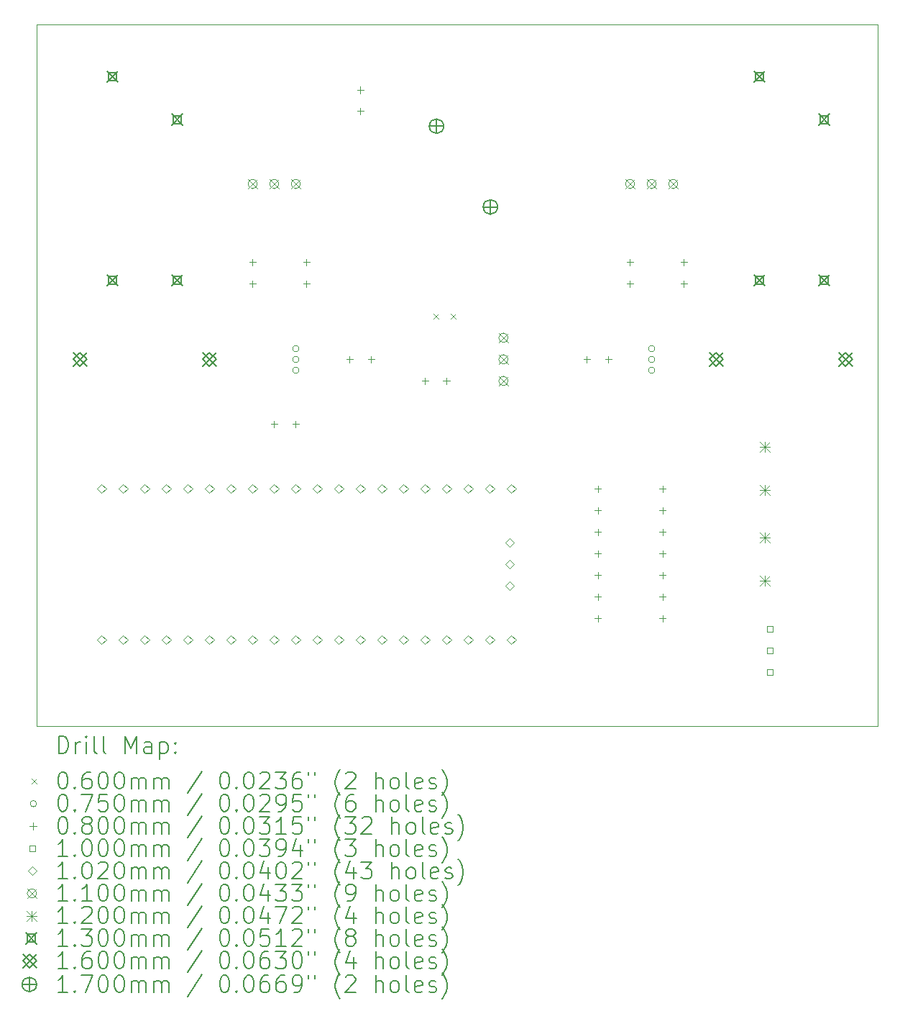
<source format=gbr>
%TF.GenerationSoftware,KiCad,Pcbnew,7.0.10*%
%TF.CreationDate,2024-07-18T14:32:02-06:00*%
%TF.ProjectId,Pressure-Controlled-Power-Outlet-control-PCB,50726573-7375-4726-952d-436f6e74726f,rev?*%
%TF.SameCoordinates,Original*%
%TF.FileFunction,Drillmap*%
%TF.FilePolarity,Positive*%
%FSLAX45Y45*%
G04 Gerber Fmt 4.5, Leading zero omitted, Abs format (unit mm)*
G04 Created by KiCad (PCBNEW 7.0.10) date 2024-07-18 14:32:02*
%MOMM*%
%LPD*%
G01*
G04 APERTURE LIST*
%ADD10C,0.100000*%
%ADD11C,0.200000*%
%ADD12C,0.102000*%
%ADD13C,0.110000*%
%ADD14C,0.120000*%
%ADD15C,0.130000*%
%ADD16C,0.160000*%
%ADD17C,0.170000*%
G04 APERTURE END LIST*
D10*
X8636000Y-6604000D02*
X18542000Y-6604000D01*
X18542000Y-14859000D01*
X8636000Y-14859000D01*
X8636000Y-6604000D01*
D11*
D10*
X13305000Y-10003000D02*
X13365000Y-10063000D01*
X13365000Y-10003000D02*
X13305000Y-10063000D01*
X13505000Y-10003000D02*
X13565000Y-10063000D01*
X13565000Y-10003000D02*
X13505000Y-10063000D01*
X11721500Y-10414000D02*
G75*
G03*
X11646500Y-10414000I-37500J0D01*
G01*
X11646500Y-10414000D02*
G75*
G03*
X11721500Y-10414000I37500J0D01*
G01*
X11721500Y-10541000D02*
G75*
G03*
X11646500Y-10541000I-37500J0D01*
G01*
X11646500Y-10541000D02*
G75*
G03*
X11721500Y-10541000I37500J0D01*
G01*
X11721500Y-10668000D02*
G75*
G03*
X11646500Y-10668000I-37500J0D01*
G01*
X11646500Y-10668000D02*
G75*
G03*
X11721500Y-10668000I37500J0D01*
G01*
X15912500Y-10414000D02*
G75*
G03*
X15837500Y-10414000I-37500J0D01*
G01*
X15837500Y-10414000D02*
G75*
G03*
X15912500Y-10414000I37500J0D01*
G01*
X15912500Y-10541000D02*
G75*
G03*
X15837500Y-10541000I-37500J0D01*
G01*
X15837500Y-10541000D02*
G75*
G03*
X15912500Y-10541000I37500J0D01*
G01*
X15912500Y-10668000D02*
G75*
G03*
X15837500Y-10668000I-37500J0D01*
G01*
X15837500Y-10668000D02*
G75*
G03*
X15912500Y-10668000I37500J0D01*
G01*
X11176000Y-9358000D02*
X11176000Y-9438000D01*
X11136000Y-9398000D02*
X11216000Y-9398000D01*
X11176000Y-9612000D02*
X11176000Y-9692000D01*
X11136000Y-9652000D02*
X11216000Y-9652000D01*
X11430000Y-11263000D02*
X11430000Y-11343000D01*
X11390000Y-11303000D02*
X11470000Y-11303000D01*
X11684000Y-11263000D02*
X11684000Y-11343000D01*
X11644000Y-11303000D02*
X11724000Y-11303000D01*
X11811000Y-9358000D02*
X11811000Y-9438000D01*
X11771000Y-9398000D02*
X11851000Y-9398000D01*
X11811000Y-9612000D02*
X11811000Y-9692000D01*
X11771000Y-9652000D02*
X11851000Y-9652000D01*
X12319000Y-10501000D02*
X12319000Y-10581000D01*
X12279000Y-10541000D02*
X12359000Y-10541000D01*
X12446000Y-7330000D02*
X12446000Y-7410000D01*
X12406000Y-7370000D02*
X12486000Y-7370000D01*
X12446000Y-7580000D02*
X12446000Y-7660000D01*
X12406000Y-7620000D02*
X12486000Y-7620000D01*
X12573000Y-10501000D02*
X12573000Y-10581000D01*
X12533000Y-10541000D02*
X12613000Y-10541000D01*
X13208000Y-10755000D02*
X13208000Y-10835000D01*
X13168000Y-10795000D02*
X13248000Y-10795000D01*
X13458000Y-10755000D02*
X13458000Y-10835000D01*
X13418000Y-10795000D02*
X13498000Y-10795000D01*
X15113000Y-10501000D02*
X15113000Y-10581000D01*
X15073000Y-10541000D02*
X15153000Y-10541000D01*
X15241500Y-12025500D02*
X15241500Y-12105500D01*
X15201500Y-12065500D02*
X15281500Y-12065500D01*
X15241500Y-12279500D02*
X15241500Y-12359500D01*
X15201500Y-12319500D02*
X15281500Y-12319500D01*
X15241500Y-12533500D02*
X15241500Y-12613500D01*
X15201500Y-12573500D02*
X15281500Y-12573500D01*
X15241500Y-12787500D02*
X15241500Y-12867500D01*
X15201500Y-12827500D02*
X15281500Y-12827500D01*
X15241500Y-13041500D02*
X15241500Y-13121500D01*
X15201500Y-13081500D02*
X15281500Y-13081500D01*
X15241500Y-13295500D02*
X15241500Y-13375500D01*
X15201500Y-13335500D02*
X15281500Y-13335500D01*
X15241500Y-13549500D02*
X15241500Y-13629500D01*
X15201500Y-13589500D02*
X15281500Y-13589500D01*
X15367000Y-10501000D02*
X15367000Y-10581000D01*
X15327000Y-10541000D02*
X15407000Y-10541000D01*
X15621000Y-9358000D02*
X15621000Y-9438000D01*
X15581000Y-9398000D02*
X15661000Y-9398000D01*
X15621000Y-9612000D02*
X15621000Y-9692000D01*
X15581000Y-9652000D02*
X15661000Y-9652000D01*
X16003500Y-12025500D02*
X16003500Y-12105500D01*
X15963500Y-12065500D02*
X16043500Y-12065500D01*
X16003500Y-12279500D02*
X16003500Y-12359500D01*
X15963500Y-12319500D02*
X16043500Y-12319500D01*
X16003500Y-12533500D02*
X16003500Y-12613500D01*
X15963500Y-12573500D02*
X16043500Y-12573500D01*
X16003500Y-12787500D02*
X16003500Y-12867500D01*
X15963500Y-12827500D02*
X16043500Y-12827500D01*
X16003500Y-13041500D02*
X16003500Y-13121500D01*
X15963500Y-13081500D02*
X16043500Y-13081500D01*
X16003500Y-13295500D02*
X16003500Y-13375500D01*
X15963500Y-13335500D02*
X16043500Y-13335500D01*
X16003500Y-13549500D02*
X16003500Y-13629500D01*
X15963500Y-13589500D02*
X16043500Y-13589500D01*
X16256000Y-9358000D02*
X16256000Y-9438000D01*
X16216000Y-9398000D02*
X16296000Y-9398000D01*
X16256000Y-9612000D02*
X16256000Y-9692000D01*
X16216000Y-9652000D02*
X16296000Y-9652000D01*
X17304856Y-13749856D02*
X17304856Y-13679144D01*
X17234144Y-13679144D01*
X17234144Y-13749856D01*
X17304856Y-13749856D01*
X17304856Y-14003856D02*
X17304856Y-13933144D01*
X17234144Y-13933144D01*
X17234144Y-14003856D01*
X17304856Y-14003856D01*
X17304856Y-14257856D02*
X17304856Y-14187144D01*
X17234144Y-14187144D01*
X17234144Y-14257856D01*
X17304856Y-14257856D01*
D12*
X9398000Y-12116000D02*
X9449000Y-12065000D01*
X9398000Y-12014000D01*
X9347000Y-12065000D01*
X9398000Y-12116000D01*
X9398000Y-13894000D02*
X9449000Y-13843000D01*
X9398000Y-13792000D01*
X9347000Y-13843000D01*
X9398000Y-13894000D01*
X9652000Y-12116000D02*
X9703000Y-12065000D01*
X9652000Y-12014000D01*
X9601000Y-12065000D01*
X9652000Y-12116000D01*
X9652000Y-13894000D02*
X9703000Y-13843000D01*
X9652000Y-13792000D01*
X9601000Y-13843000D01*
X9652000Y-13894000D01*
X9906000Y-12116000D02*
X9957000Y-12065000D01*
X9906000Y-12014000D01*
X9855000Y-12065000D01*
X9906000Y-12116000D01*
X9906000Y-13894000D02*
X9957000Y-13843000D01*
X9906000Y-13792000D01*
X9855000Y-13843000D01*
X9906000Y-13894000D01*
X10160000Y-12116000D02*
X10211000Y-12065000D01*
X10160000Y-12014000D01*
X10109000Y-12065000D01*
X10160000Y-12116000D01*
X10160000Y-13894000D02*
X10211000Y-13843000D01*
X10160000Y-13792000D01*
X10109000Y-13843000D01*
X10160000Y-13894000D01*
X10414000Y-12116000D02*
X10465000Y-12065000D01*
X10414000Y-12014000D01*
X10363000Y-12065000D01*
X10414000Y-12116000D01*
X10414000Y-13894000D02*
X10465000Y-13843000D01*
X10414000Y-13792000D01*
X10363000Y-13843000D01*
X10414000Y-13894000D01*
X10668000Y-12116000D02*
X10719000Y-12065000D01*
X10668000Y-12014000D01*
X10617000Y-12065000D01*
X10668000Y-12116000D01*
X10668000Y-13894000D02*
X10719000Y-13843000D01*
X10668000Y-13792000D01*
X10617000Y-13843000D01*
X10668000Y-13894000D01*
X10922000Y-12116000D02*
X10973000Y-12065000D01*
X10922000Y-12014000D01*
X10871000Y-12065000D01*
X10922000Y-12116000D01*
X10922000Y-13894000D02*
X10973000Y-13843000D01*
X10922000Y-13792000D01*
X10871000Y-13843000D01*
X10922000Y-13894000D01*
X11176000Y-12116000D02*
X11227000Y-12065000D01*
X11176000Y-12014000D01*
X11125000Y-12065000D01*
X11176000Y-12116000D01*
X11176000Y-13894000D02*
X11227000Y-13843000D01*
X11176000Y-13792000D01*
X11125000Y-13843000D01*
X11176000Y-13894000D01*
X11430000Y-12116000D02*
X11481000Y-12065000D01*
X11430000Y-12014000D01*
X11379000Y-12065000D01*
X11430000Y-12116000D01*
X11430000Y-13894000D02*
X11481000Y-13843000D01*
X11430000Y-13792000D01*
X11379000Y-13843000D01*
X11430000Y-13894000D01*
X11684000Y-12116000D02*
X11735000Y-12065000D01*
X11684000Y-12014000D01*
X11633000Y-12065000D01*
X11684000Y-12116000D01*
X11684000Y-13894000D02*
X11735000Y-13843000D01*
X11684000Y-13792000D01*
X11633000Y-13843000D01*
X11684000Y-13894000D01*
X11938000Y-12116000D02*
X11989000Y-12065000D01*
X11938000Y-12014000D01*
X11887000Y-12065000D01*
X11938000Y-12116000D01*
X11938000Y-13894000D02*
X11989000Y-13843000D01*
X11938000Y-13792000D01*
X11887000Y-13843000D01*
X11938000Y-13894000D01*
X12192000Y-12116000D02*
X12243000Y-12065000D01*
X12192000Y-12014000D01*
X12141000Y-12065000D01*
X12192000Y-12116000D01*
X12192000Y-13894000D02*
X12243000Y-13843000D01*
X12192000Y-13792000D01*
X12141000Y-13843000D01*
X12192000Y-13894000D01*
X12446000Y-12116000D02*
X12497000Y-12065000D01*
X12446000Y-12014000D01*
X12395000Y-12065000D01*
X12446000Y-12116000D01*
X12446000Y-13894000D02*
X12497000Y-13843000D01*
X12446000Y-13792000D01*
X12395000Y-13843000D01*
X12446000Y-13894000D01*
X12700000Y-12116000D02*
X12751000Y-12065000D01*
X12700000Y-12014000D01*
X12649000Y-12065000D01*
X12700000Y-12116000D01*
X12700000Y-13894000D02*
X12751000Y-13843000D01*
X12700000Y-13792000D01*
X12649000Y-13843000D01*
X12700000Y-13894000D01*
X12954000Y-12116000D02*
X13005000Y-12065000D01*
X12954000Y-12014000D01*
X12903000Y-12065000D01*
X12954000Y-12116000D01*
X12954000Y-13894000D02*
X13005000Y-13843000D01*
X12954000Y-13792000D01*
X12903000Y-13843000D01*
X12954000Y-13894000D01*
X13208000Y-12116000D02*
X13259000Y-12065000D01*
X13208000Y-12014000D01*
X13157000Y-12065000D01*
X13208000Y-12116000D01*
X13208000Y-13894000D02*
X13259000Y-13843000D01*
X13208000Y-13792000D01*
X13157000Y-13843000D01*
X13208000Y-13894000D01*
X13462000Y-12116000D02*
X13513000Y-12065000D01*
X13462000Y-12014000D01*
X13411000Y-12065000D01*
X13462000Y-12116000D01*
X13462000Y-13894000D02*
X13513000Y-13843000D01*
X13462000Y-13792000D01*
X13411000Y-13843000D01*
X13462000Y-13894000D01*
X13716000Y-12116000D02*
X13767000Y-12065000D01*
X13716000Y-12014000D01*
X13665000Y-12065000D01*
X13716000Y-12116000D01*
X13716000Y-13894000D02*
X13767000Y-13843000D01*
X13716000Y-13792000D01*
X13665000Y-13843000D01*
X13716000Y-13894000D01*
X13970000Y-12116000D02*
X14021000Y-12065000D01*
X13970000Y-12014000D01*
X13919000Y-12065000D01*
X13970000Y-12116000D01*
X13970000Y-13894000D02*
X14021000Y-13843000D01*
X13970000Y-13792000D01*
X13919000Y-13843000D01*
X13970000Y-13894000D01*
X14201000Y-12751000D02*
X14252000Y-12700000D01*
X14201000Y-12649000D01*
X14150000Y-12700000D01*
X14201000Y-12751000D01*
X14201000Y-13005000D02*
X14252000Y-12954000D01*
X14201000Y-12903000D01*
X14150000Y-12954000D01*
X14201000Y-13005000D01*
X14201000Y-13259000D02*
X14252000Y-13208000D01*
X14201000Y-13157000D01*
X14150000Y-13208000D01*
X14201000Y-13259000D01*
X14224000Y-12116000D02*
X14275000Y-12065000D01*
X14224000Y-12014000D01*
X14173000Y-12065000D01*
X14224000Y-12116000D01*
X14224000Y-13894000D02*
X14275000Y-13843000D01*
X14224000Y-13792000D01*
X14173000Y-13843000D01*
X14224000Y-13894000D01*
D13*
X11121000Y-8421500D02*
X11231000Y-8531500D01*
X11231000Y-8421500D02*
X11121000Y-8531500D01*
X11231000Y-8476500D02*
G75*
G03*
X11121000Y-8476500I-55000J0D01*
G01*
X11121000Y-8476500D02*
G75*
G03*
X11231000Y-8476500I55000J0D01*
G01*
X11375000Y-8421500D02*
X11485000Y-8531500D01*
X11485000Y-8421500D02*
X11375000Y-8531500D01*
X11485000Y-8476500D02*
G75*
G03*
X11375000Y-8476500I-55000J0D01*
G01*
X11375000Y-8476500D02*
G75*
G03*
X11485000Y-8476500I55000J0D01*
G01*
X11629000Y-8421500D02*
X11739000Y-8531500D01*
X11739000Y-8421500D02*
X11629000Y-8531500D01*
X11739000Y-8476500D02*
G75*
G03*
X11629000Y-8476500I-55000J0D01*
G01*
X11629000Y-8476500D02*
G75*
G03*
X11739000Y-8476500I55000J0D01*
G01*
X14074500Y-10232000D02*
X14184500Y-10342000D01*
X14184500Y-10232000D02*
X14074500Y-10342000D01*
X14184500Y-10287000D02*
G75*
G03*
X14074500Y-10287000I-55000J0D01*
G01*
X14074500Y-10287000D02*
G75*
G03*
X14184500Y-10287000I55000J0D01*
G01*
X14074500Y-10486000D02*
X14184500Y-10596000D01*
X14184500Y-10486000D02*
X14074500Y-10596000D01*
X14184500Y-10541000D02*
G75*
G03*
X14074500Y-10541000I-55000J0D01*
G01*
X14074500Y-10541000D02*
G75*
G03*
X14184500Y-10541000I55000J0D01*
G01*
X14074500Y-10740000D02*
X14184500Y-10850000D01*
X14184500Y-10740000D02*
X14074500Y-10850000D01*
X14184500Y-10795000D02*
G75*
G03*
X14074500Y-10795000I-55000J0D01*
G01*
X14074500Y-10795000D02*
G75*
G03*
X14184500Y-10795000I55000J0D01*
G01*
X15566000Y-8421500D02*
X15676000Y-8531500D01*
X15676000Y-8421500D02*
X15566000Y-8531500D01*
X15676000Y-8476500D02*
G75*
G03*
X15566000Y-8476500I-55000J0D01*
G01*
X15566000Y-8476500D02*
G75*
G03*
X15676000Y-8476500I55000J0D01*
G01*
X15820000Y-8421500D02*
X15930000Y-8531500D01*
X15930000Y-8421500D02*
X15820000Y-8531500D01*
X15930000Y-8476500D02*
G75*
G03*
X15820000Y-8476500I-55000J0D01*
G01*
X15820000Y-8476500D02*
G75*
G03*
X15930000Y-8476500I55000J0D01*
G01*
X16074000Y-8421500D02*
X16184000Y-8531500D01*
X16184000Y-8421500D02*
X16074000Y-8531500D01*
X16184000Y-8476500D02*
G75*
G03*
X16074000Y-8476500I-55000J0D01*
G01*
X16074000Y-8476500D02*
G75*
G03*
X16184000Y-8476500I55000J0D01*
G01*
D14*
X17148500Y-11508000D02*
X17268500Y-11628000D01*
X17268500Y-11508000D02*
X17148500Y-11628000D01*
X17208500Y-11508000D02*
X17208500Y-11628000D01*
X17148500Y-11568000D02*
X17268500Y-11568000D01*
X17148500Y-12016000D02*
X17268500Y-12136000D01*
X17268500Y-12016000D02*
X17148500Y-12136000D01*
X17208500Y-12016000D02*
X17208500Y-12136000D01*
X17148500Y-12076000D02*
X17268500Y-12076000D01*
X17148500Y-12576500D02*
X17268500Y-12696500D01*
X17268500Y-12576500D02*
X17148500Y-12696500D01*
X17208500Y-12576500D02*
X17208500Y-12696500D01*
X17148500Y-12636500D02*
X17268500Y-12636500D01*
X17148500Y-13084500D02*
X17268500Y-13204500D01*
X17268500Y-13084500D02*
X17148500Y-13204500D01*
X17208500Y-13084500D02*
X17208500Y-13204500D01*
X17148500Y-13144500D02*
X17268500Y-13144500D01*
D15*
X9459000Y-7150000D02*
X9589000Y-7280000D01*
X9589000Y-7150000D02*
X9459000Y-7280000D01*
X9569962Y-7260962D02*
X9569962Y-7169038D01*
X9478038Y-7169038D01*
X9478038Y-7260962D01*
X9569962Y-7260962D01*
X9459000Y-9544000D02*
X9589000Y-9674000D01*
X9589000Y-9544000D02*
X9459000Y-9674000D01*
X9569962Y-9654962D02*
X9569962Y-9563038D01*
X9478038Y-9563038D01*
X9478038Y-9654962D01*
X9569962Y-9654962D01*
X10221000Y-7654000D02*
X10351000Y-7784000D01*
X10351000Y-7654000D02*
X10221000Y-7784000D01*
X10331962Y-7764962D02*
X10331962Y-7673038D01*
X10240038Y-7673038D01*
X10240038Y-7764962D01*
X10331962Y-7764962D01*
X10221000Y-9544000D02*
X10351000Y-9674000D01*
X10351000Y-9544000D02*
X10221000Y-9674000D01*
X10331962Y-9654962D02*
X10331962Y-9563038D01*
X10240038Y-9563038D01*
X10240038Y-9654962D01*
X10331962Y-9654962D01*
X17079000Y-7150000D02*
X17209000Y-7280000D01*
X17209000Y-7150000D02*
X17079000Y-7280000D01*
X17189962Y-7260962D02*
X17189962Y-7169038D01*
X17098038Y-7169038D01*
X17098038Y-7260962D01*
X17189962Y-7260962D01*
X17079000Y-9544000D02*
X17209000Y-9674000D01*
X17209000Y-9544000D02*
X17079000Y-9674000D01*
X17189962Y-9654962D02*
X17189962Y-9563038D01*
X17098038Y-9563038D01*
X17098038Y-9654962D01*
X17189962Y-9654962D01*
X17841000Y-7654000D02*
X17971000Y-7784000D01*
X17971000Y-7654000D02*
X17841000Y-7784000D01*
X17951962Y-7764962D02*
X17951962Y-7673038D01*
X17860038Y-7673038D01*
X17860038Y-7764962D01*
X17951962Y-7764962D01*
X17841000Y-9544000D02*
X17971000Y-9674000D01*
X17971000Y-9544000D02*
X17841000Y-9674000D01*
X17951962Y-9654962D02*
X17951962Y-9563038D01*
X17860038Y-9563038D01*
X17860038Y-9654962D01*
X17951962Y-9654962D01*
D16*
X9064000Y-10461000D02*
X9224000Y-10621000D01*
X9224000Y-10461000D02*
X9064000Y-10621000D01*
X9144000Y-10621000D02*
X9224000Y-10541000D01*
X9144000Y-10461000D01*
X9064000Y-10541000D01*
X9144000Y-10621000D01*
X10588000Y-10461000D02*
X10748000Y-10621000D01*
X10748000Y-10461000D02*
X10588000Y-10621000D01*
X10668000Y-10621000D02*
X10748000Y-10541000D01*
X10668000Y-10461000D01*
X10588000Y-10541000D01*
X10668000Y-10621000D01*
X16557000Y-10461000D02*
X16717000Y-10621000D01*
X16717000Y-10461000D02*
X16557000Y-10621000D01*
X16637000Y-10621000D02*
X16717000Y-10541000D01*
X16637000Y-10461000D01*
X16557000Y-10541000D01*
X16637000Y-10621000D01*
X18081000Y-10461000D02*
X18241000Y-10621000D01*
X18241000Y-10461000D02*
X18081000Y-10621000D01*
X18161000Y-10621000D02*
X18241000Y-10541000D01*
X18161000Y-10461000D01*
X18081000Y-10541000D01*
X18161000Y-10621000D01*
D17*
X13340980Y-7712500D02*
X13340980Y-7882500D01*
X13255980Y-7797500D02*
X13425980Y-7797500D01*
X13425980Y-7797500D02*
G75*
G03*
X13255980Y-7797500I-85000J0D01*
G01*
X13255980Y-7797500D02*
G75*
G03*
X13425980Y-7797500I85000J0D01*
G01*
X13975980Y-8662500D02*
X13975980Y-8832500D01*
X13890980Y-8747500D02*
X14060980Y-8747500D01*
X14060980Y-8747500D02*
G75*
G03*
X13890980Y-8747500I-85000J0D01*
G01*
X13890980Y-8747500D02*
G75*
G03*
X14060980Y-8747500I85000J0D01*
G01*
D11*
X8891777Y-15175484D02*
X8891777Y-14975484D01*
X8891777Y-14975484D02*
X8939396Y-14975484D01*
X8939396Y-14975484D02*
X8967967Y-14985008D01*
X8967967Y-14985008D02*
X8987015Y-15004055D01*
X8987015Y-15004055D02*
X8996539Y-15023103D01*
X8996539Y-15023103D02*
X9006063Y-15061198D01*
X9006063Y-15061198D02*
X9006063Y-15089769D01*
X9006063Y-15089769D02*
X8996539Y-15127865D01*
X8996539Y-15127865D02*
X8987015Y-15146912D01*
X8987015Y-15146912D02*
X8967967Y-15165960D01*
X8967967Y-15165960D02*
X8939396Y-15175484D01*
X8939396Y-15175484D02*
X8891777Y-15175484D01*
X9091777Y-15175484D02*
X9091777Y-15042150D01*
X9091777Y-15080246D02*
X9101301Y-15061198D01*
X9101301Y-15061198D02*
X9110824Y-15051674D01*
X9110824Y-15051674D02*
X9129872Y-15042150D01*
X9129872Y-15042150D02*
X9148920Y-15042150D01*
X9215586Y-15175484D02*
X9215586Y-15042150D01*
X9215586Y-14975484D02*
X9206063Y-14985008D01*
X9206063Y-14985008D02*
X9215586Y-14994531D01*
X9215586Y-14994531D02*
X9225110Y-14985008D01*
X9225110Y-14985008D02*
X9215586Y-14975484D01*
X9215586Y-14975484D02*
X9215586Y-14994531D01*
X9339396Y-15175484D02*
X9320348Y-15165960D01*
X9320348Y-15165960D02*
X9310824Y-15146912D01*
X9310824Y-15146912D02*
X9310824Y-14975484D01*
X9444158Y-15175484D02*
X9425110Y-15165960D01*
X9425110Y-15165960D02*
X9415586Y-15146912D01*
X9415586Y-15146912D02*
X9415586Y-14975484D01*
X9672729Y-15175484D02*
X9672729Y-14975484D01*
X9672729Y-14975484D02*
X9739396Y-15118341D01*
X9739396Y-15118341D02*
X9806063Y-14975484D01*
X9806063Y-14975484D02*
X9806063Y-15175484D01*
X9987015Y-15175484D02*
X9987015Y-15070722D01*
X9987015Y-15070722D02*
X9977491Y-15051674D01*
X9977491Y-15051674D02*
X9958444Y-15042150D01*
X9958444Y-15042150D02*
X9920348Y-15042150D01*
X9920348Y-15042150D02*
X9901301Y-15051674D01*
X9987015Y-15165960D02*
X9967967Y-15175484D01*
X9967967Y-15175484D02*
X9920348Y-15175484D01*
X9920348Y-15175484D02*
X9901301Y-15165960D01*
X9901301Y-15165960D02*
X9891777Y-15146912D01*
X9891777Y-15146912D02*
X9891777Y-15127865D01*
X9891777Y-15127865D02*
X9901301Y-15108817D01*
X9901301Y-15108817D02*
X9920348Y-15099293D01*
X9920348Y-15099293D02*
X9967967Y-15099293D01*
X9967967Y-15099293D02*
X9987015Y-15089769D01*
X10082253Y-15042150D02*
X10082253Y-15242150D01*
X10082253Y-15051674D02*
X10101301Y-15042150D01*
X10101301Y-15042150D02*
X10139396Y-15042150D01*
X10139396Y-15042150D02*
X10158444Y-15051674D01*
X10158444Y-15051674D02*
X10167967Y-15061198D01*
X10167967Y-15061198D02*
X10177491Y-15080246D01*
X10177491Y-15080246D02*
X10177491Y-15137388D01*
X10177491Y-15137388D02*
X10167967Y-15156436D01*
X10167967Y-15156436D02*
X10158444Y-15165960D01*
X10158444Y-15165960D02*
X10139396Y-15175484D01*
X10139396Y-15175484D02*
X10101301Y-15175484D01*
X10101301Y-15175484D02*
X10082253Y-15165960D01*
X10263205Y-15156436D02*
X10272729Y-15165960D01*
X10272729Y-15165960D02*
X10263205Y-15175484D01*
X10263205Y-15175484D02*
X10253682Y-15165960D01*
X10253682Y-15165960D02*
X10263205Y-15156436D01*
X10263205Y-15156436D02*
X10263205Y-15175484D01*
X10263205Y-15051674D02*
X10272729Y-15061198D01*
X10272729Y-15061198D02*
X10263205Y-15070722D01*
X10263205Y-15070722D02*
X10253682Y-15061198D01*
X10253682Y-15061198D02*
X10263205Y-15051674D01*
X10263205Y-15051674D02*
X10263205Y-15070722D01*
D10*
X8571000Y-15474000D02*
X8631000Y-15534000D01*
X8631000Y-15474000D02*
X8571000Y-15534000D01*
D11*
X8929872Y-15395484D02*
X8948920Y-15395484D01*
X8948920Y-15395484D02*
X8967967Y-15405008D01*
X8967967Y-15405008D02*
X8977491Y-15414531D01*
X8977491Y-15414531D02*
X8987015Y-15433579D01*
X8987015Y-15433579D02*
X8996539Y-15471674D01*
X8996539Y-15471674D02*
X8996539Y-15519293D01*
X8996539Y-15519293D02*
X8987015Y-15557388D01*
X8987015Y-15557388D02*
X8977491Y-15576436D01*
X8977491Y-15576436D02*
X8967967Y-15585960D01*
X8967967Y-15585960D02*
X8948920Y-15595484D01*
X8948920Y-15595484D02*
X8929872Y-15595484D01*
X8929872Y-15595484D02*
X8910824Y-15585960D01*
X8910824Y-15585960D02*
X8901301Y-15576436D01*
X8901301Y-15576436D02*
X8891777Y-15557388D01*
X8891777Y-15557388D02*
X8882253Y-15519293D01*
X8882253Y-15519293D02*
X8882253Y-15471674D01*
X8882253Y-15471674D02*
X8891777Y-15433579D01*
X8891777Y-15433579D02*
X8901301Y-15414531D01*
X8901301Y-15414531D02*
X8910824Y-15405008D01*
X8910824Y-15405008D02*
X8929872Y-15395484D01*
X9082253Y-15576436D02*
X9091777Y-15585960D01*
X9091777Y-15585960D02*
X9082253Y-15595484D01*
X9082253Y-15595484D02*
X9072729Y-15585960D01*
X9072729Y-15585960D02*
X9082253Y-15576436D01*
X9082253Y-15576436D02*
X9082253Y-15595484D01*
X9263205Y-15395484D02*
X9225110Y-15395484D01*
X9225110Y-15395484D02*
X9206063Y-15405008D01*
X9206063Y-15405008D02*
X9196539Y-15414531D01*
X9196539Y-15414531D02*
X9177491Y-15443103D01*
X9177491Y-15443103D02*
X9167967Y-15481198D01*
X9167967Y-15481198D02*
X9167967Y-15557388D01*
X9167967Y-15557388D02*
X9177491Y-15576436D01*
X9177491Y-15576436D02*
X9187015Y-15585960D01*
X9187015Y-15585960D02*
X9206063Y-15595484D01*
X9206063Y-15595484D02*
X9244158Y-15595484D01*
X9244158Y-15595484D02*
X9263205Y-15585960D01*
X9263205Y-15585960D02*
X9272729Y-15576436D01*
X9272729Y-15576436D02*
X9282253Y-15557388D01*
X9282253Y-15557388D02*
X9282253Y-15509769D01*
X9282253Y-15509769D02*
X9272729Y-15490722D01*
X9272729Y-15490722D02*
X9263205Y-15481198D01*
X9263205Y-15481198D02*
X9244158Y-15471674D01*
X9244158Y-15471674D02*
X9206063Y-15471674D01*
X9206063Y-15471674D02*
X9187015Y-15481198D01*
X9187015Y-15481198D02*
X9177491Y-15490722D01*
X9177491Y-15490722D02*
X9167967Y-15509769D01*
X9406063Y-15395484D02*
X9425110Y-15395484D01*
X9425110Y-15395484D02*
X9444158Y-15405008D01*
X9444158Y-15405008D02*
X9453682Y-15414531D01*
X9453682Y-15414531D02*
X9463205Y-15433579D01*
X9463205Y-15433579D02*
X9472729Y-15471674D01*
X9472729Y-15471674D02*
X9472729Y-15519293D01*
X9472729Y-15519293D02*
X9463205Y-15557388D01*
X9463205Y-15557388D02*
X9453682Y-15576436D01*
X9453682Y-15576436D02*
X9444158Y-15585960D01*
X9444158Y-15585960D02*
X9425110Y-15595484D01*
X9425110Y-15595484D02*
X9406063Y-15595484D01*
X9406063Y-15595484D02*
X9387015Y-15585960D01*
X9387015Y-15585960D02*
X9377491Y-15576436D01*
X9377491Y-15576436D02*
X9367967Y-15557388D01*
X9367967Y-15557388D02*
X9358444Y-15519293D01*
X9358444Y-15519293D02*
X9358444Y-15471674D01*
X9358444Y-15471674D02*
X9367967Y-15433579D01*
X9367967Y-15433579D02*
X9377491Y-15414531D01*
X9377491Y-15414531D02*
X9387015Y-15405008D01*
X9387015Y-15405008D02*
X9406063Y-15395484D01*
X9596539Y-15395484D02*
X9615586Y-15395484D01*
X9615586Y-15395484D02*
X9634634Y-15405008D01*
X9634634Y-15405008D02*
X9644158Y-15414531D01*
X9644158Y-15414531D02*
X9653682Y-15433579D01*
X9653682Y-15433579D02*
X9663205Y-15471674D01*
X9663205Y-15471674D02*
X9663205Y-15519293D01*
X9663205Y-15519293D02*
X9653682Y-15557388D01*
X9653682Y-15557388D02*
X9644158Y-15576436D01*
X9644158Y-15576436D02*
X9634634Y-15585960D01*
X9634634Y-15585960D02*
X9615586Y-15595484D01*
X9615586Y-15595484D02*
X9596539Y-15595484D01*
X9596539Y-15595484D02*
X9577491Y-15585960D01*
X9577491Y-15585960D02*
X9567967Y-15576436D01*
X9567967Y-15576436D02*
X9558444Y-15557388D01*
X9558444Y-15557388D02*
X9548920Y-15519293D01*
X9548920Y-15519293D02*
X9548920Y-15471674D01*
X9548920Y-15471674D02*
X9558444Y-15433579D01*
X9558444Y-15433579D02*
X9567967Y-15414531D01*
X9567967Y-15414531D02*
X9577491Y-15405008D01*
X9577491Y-15405008D02*
X9596539Y-15395484D01*
X9748920Y-15595484D02*
X9748920Y-15462150D01*
X9748920Y-15481198D02*
X9758444Y-15471674D01*
X9758444Y-15471674D02*
X9777491Y-15462150D01*
X9777491Y-15462150D02*
X9806063Y-15462150D01*
X9806063Y-15462150D02*
X9825110Y-15471674D01*
X9825110Y-15471674D02*
X9834634Y-15490722D01*
X9834634Y-15490722D02*
X9834634Y-15595484D01*
X9834634Y-15490722D02*
X9844158Y-15471674D01*
X9844158Y-15471674D02*
X9863205Y-15462150D01*
X9863205Y-15462150D02*
X9891777Y-15462150D01*
X9891777Y-15462150D02*
X9910825Y-15471674D01*
X9910825Y-15471674D02*
X9920348Y-15490722D01*
X9920348Y-15490722D02*
X9920348Y-15595484D01*
X10015586Y-15595484D02*
X10015586Y-15462150D01*
X10015586Y-15481198D02*
X10025110Y-15471674D01*
X10025110Y-15471674D02*
X10044158Y-15462150D01*
X10044158Y-15462150D02*
X10072729Y-15462150D01*
X10072729Y-15462150D02*
X10091777Y-15471674D01*
X10091777Y-15471674D02*
X10101301Y-15490722D01*
X10101301Y-15490722D02*
X10101301Y-15595484D01*
X10101301Y-15490722D02*
X10110825Y-15471674D01*
X10110825Y-15471674D02*
X10129872Y-15462150D01*
X10129872Y-15462150D02*
X10158444Y-15462150D01*
X10158444Y-15462150D02*
X10177491Y-15471674D01*
X10177491Y-15471674D02*
X10187015Y-15490722D01*
X10187015Y-15490722D02*
X10187015Y-15595484D01*
X10577491Y-15385960D02*
X10406063Y-15643103D01*
X10834634Y-15395484D02*
X10853682Y-15395484D01*
X10853682Y-15395484D02*
X10872729Y-15405008D01*
X10872729Y-15405008D02*
X10882253Y-15414531D01*
X10882253Y-15414531D02*
X10891777Y-15433579D01*
X10891777Y-15433579D02*
X10901301Y-15471674D01*
X10901301Y-15471674D02*
X10901301Y-15519293D01*
X10901301Y-15519293D02*
X10891777Y-15557388D01*
X10891777Y-15557388D02*
X10882253Y-15576436D01*
X10882253Y-15576436D02*
X10872729Y-15585960D01*
X10872729Y-15585960D02*
X10853682Y-15595484D01*
X10853682Y-15595484D02*
X10834634Y-15595484D01*
X10834634Y-15595484D02*
X10815587Y-15585960D01*
X10815587Y-15585960D02*
X10806063Y-15576436D01*
X10806063Y-15576436D02*
X10796539Y-15557388D01*
X10796539Y-15557388D02*
X10787015Y-15519293D01*
X10787015Y-15519293D02*
X10787015Y-15471674D01*
X10787015Y-15471674D02*
X10796539Y-15433579D01*
X10796539Y-15433579D02*
X10806063Y-15414531D01*
X10806063Y-15414531D02*
X10815587Y-15405008D01*
X10815587Y-15405008D02*
X10834634Y-15395484D01*
X10987015Y-15576436D02*
X10996539Y-15585960D01*
X10996539Y-15585960D02*
X10987015Y-15595484D01*
X10987015Y-15595484D02*
X10977491Y-15585960D01*
X10977491Y-15585960D02*
X10987015Y-15576436D01*
X10987015Y-15576436D02*
X10987015Y-15595484D01*
X11120348Y-15395484D02*
X11139396Y-15395484D01*
X11139396Y-15395484D02*
X11158444Y-15405008D01*
X11158444Y-15405008D02*
X11167968Y-15414531D01*
X11167968Y-15414531D02*
X11177491Y-15433579D01*
X11177491Y-15433579D02*
X11187015Y-15471674D01*
X11187015Y-15471674D02*
X11187015Y-15519293D01*
X11187015Y-15519293D02*
X11177491Y-15557388D01*
X11177491Y-15557388D02*
X11167968Y-15576436D01*
X11167968Y-15576436D02*
X11158444Y-15585960D01*
X11158444Y-15585960D02*
X11139396Y-15595484D01*
X11139396Y-15595484D02*
X11120348Y-15595484D01*
X11120348Y-15595484D02*
X11101301Y-15585960D01*
X11101301Y-15585960D02*
X11091777Y-15576436D01*
X11091777Y-15576436D02*
X11082253Y-15557388D01*
X11082253Y-15557388D02*
X11072729Y-15519293D01*
X11072729Y-15519293D02*
X11072729Y-15471674D01*
X11072729Y-15471674D02*
X11082253Y-15433579D01*
X11082253Y-15433579D02*
X11091777Y-15414531D01*
X11091777Y-15414531D02*
X11101301Y-15405008D01*
X11101301Y-15405008D02*
X11120348Y-15395484D01*
X11263206Y-15414531D02*
X11272729Y-15405008D01*
X11272729Y-15405008D02*
X11291777Y-15395484D01*
X11291777Y-15395484D02*
X11339396Y-15395484D01*
X11339396Y-15395484D02*
X11358444Y-15405008D01*
X11358444Y-15405008D02*
X11367967Y-15414531D01*
X11367967Y-15414531D02*
X11377491Y-15433579D01*
X11377491Y-15433579D02*
X11377491Y-15452627D01*
X11377491Y-15452627D02*
X11367967Y-15481198D01*
X11367967Y-15481198D02*
X11253682Y-15595484D01*
X11253682Y-15595484D02*
X11377491Y-15595484D01*
X11444158Y-15395484D02*
X11567967Y-15395484D01*
X11567967Y-15395484D02*
X11501301Y-15471674D01*
X11501301Y-15471674D02*
X11529872Y-15471674D01*
X11529872Y-15471674D02*
X11548920Y-15481198D01*
X11548920Y-15481198D02*
X11558444Y-15490722D01*
X11558444Y-15490722D02*
X11567967Y-15509769D01*
X11567967Y-15509769D02*
X11567967Y-15557388D01*
X11567967Y-15557388D02*
X11558444Y-15576436D01*
X11558444Y-15576436D02*
X11548920Y-15585960D01*
X11548920Y-15585960D02*
X11529872Y-15595484D01*
X11529872Y-15595484D02*
X11472729Y-15595484D01*
X11472729Y-15595484D02*
X11453682Y-15585960D01*
X11453682Y-15585960D02*
X11444158Y-15576436D01*
X11739396Y-15395484D02*
X11701301Y-15395484D01*
X11701301Y-15395484D02*
X11682253Y-15405008D01*
X11682253Y-15405008D02*
X11672729Y-15414531D01*
X11672729Y-15414531D02*
X11653682Y-15443103D01*
X11653682Y-15443103D02*
X11644158Y-15481198D01*
X11644158Y-15481198D02*
X11644158Y-15557388D01*
X11644158Y-15557388D02*
X11653682Y-15576436D01*
X11653682Y-15576436D02*
X11663206Y-15585960D01*
X11663206Y-15585960D02*
X11682253Y-15595484D01*
X11682253Y-15595484D02*
X11720348Y-15595484D01*
X11720348Y-15595484D02*
X11739396Y-15585960D01*
X11739396Y-15585960D02*
X11748920Y-15576436D01*
X11748920Y-15576436D02*
X11758444Y-15557388D01*
X11758444Y-15557388D02*
X11758444Y-15509769D01*
X11758444Y-15509769D02*
X11748920Y-15490722D01*
X11748920Y-15490722D02*
X11739396Y-15481198D01*
X11739396Y-15481198D02*
X11720348Y-15471674D01*
X11720348Y-15471674D02*
X11682253Y-15471674D01*
X11682253Y-15471674D02*
X11663206Y-15481198D01*
X11663206Y-15481198D02*
X11653682Y-15490722D01*
X11653682Y-15490722D02*
X11644158Y-15509769D01*
X11834634Y-15395484D02*
X11834634Y-15433579D01*
X11910825Y-15395484D02*
X11910825Y-15433579D01*
X12206063Y-15671674D02*
X12196539Y-15662150D01*
X12196539Y-15662150D02*
X12177491Y-15633579D01*
X12177491Y-15633579D02*
X12167968Y-15614531D01*
X12167968Y-15614531D02*
X12158444Y-15585960D01*
X12158444Y-15585960D02*
X12148920Y-15538341D01*
X12148920Y-15538341D02*
X12148920Y-15500246D01*
X12148920Y-15500246D02*
X12158444Y-15452627D01*
X12158444Y-15452627D02*
X12167968Y-15424055D01*
X12167968Y-15424055D02*
X12177491Y-15405008D01*
X12177491Y-15405008D02*
X12196539Y-15376436D01*
X12196539Y-15376436D02*
X12206063Y-15366912D01*
X12272729Y-15414531D02*
X12282253Y-15405008D01*
X12282253Y-15405008D02*
X12301301Y-15395484D01*
X12301301Y-15395484D02*
X12348920Y-15395484D01*
X12348920Y-15395484D02*
X12367968Y-15405008D01*
X12367968Y-15405008D02*
X12377491Y-15414531D01*
X12377491Y-15414531D02*
X12387015Y-15433579D01*
X12387015Y-15433579D02*
X12387015Y-15452627D01*
X12387015Y-15452627D02*
X12377491Y-15481198D01*
X12377491Y-15481198D02*
X12263206Y-15595484D01*
X12263206Y-15595484D02*
X12387015Y-15595484D01*
X12625110Y-15595484D02*
X12625110Y-15395484D01*
X12710825Y-15595484D02*
X12710825Y-15490722D01*
X12710825Y-15490722D02*
X12701301Y-15471674D01*
X12701301Y-15471674D02*
X12682253Y-15462150D01*
X12682253Y-15462150D02*
X12653682Y-15462150D01*
X12653682Y-15462150D02*
X12634634Y-15471674D01*
X12634634Y-15471674D02*
X12625110Y-15481198D01*
X12834634Y-15595484D02*
X12815587Y-15585960D01*
X12815587Y-15585960D02*
X12806063Y-15576436D01*
X12806063Y-15576436D02*
X12796539Y-15557388D01*
X12796539Y-15557388D02*
X12796539Y-15500246D01*
X12796539Y-15500246D02*
X12806063Y-15481198D01*
X12806063Y-15481198D02*
X12815587Y-15471674D01*
X12815587Y-15471674D02*
X12834634Y-15462150D01*
X12834634Y-15462150D02*
X12863206Y-15462150D01*
X12863206Y-15462150D02*
X12882253Y-15471674D01*
X12882253Y-15471674D02*
X12891777Y-15481198D01*
X12891777Y-15481198D02*
X12901301Y-15500246D01*
X12901301Y-15500246D02*
X12901301Y-15557388D01*
X12901301Y-15557388D02*
X12891777Y-15576436D01*
X12891777Y-15576436D02*
X12882253Y-15585960D01*
X12882253Y-15585960D02*
X12863206Y-15595484D01*
X12863206Y-15595484D02*
X12834634Y-15595484D01*
X13015587Y-15595484D02*
X12996539Y-15585960D01*
X12996539Y-15585960D02*
X12987015Y-15566912D01*
X12987015Y-15566912D02*
X12987015Y-15395484D01*
X13167968Y-15585960D02*
X13148920Y-15595484D01*
X13148920Y-15595484D02*
X13110825Y-15595484D01*
X13110825Y-15595484D02*
X13091777Y-15585960D01*
X13091777Y-15585960D02*
X13082253Y-15566912D01*
X13082253Y-15566912D02*
X13082253Y-15490722D01*
X13082253Y-15490722D02*
X13091777Y-15471674D01*
X13091777Y-15471674D02*
X13110825Y-15462150D01*
X13110825Y-15462150D02*
X13148920Y-15462150D01*
X13148920Y-15462150D02*
X13167968Y-15471674D01*
X13167968Y-15471674D02*
X13177491Y-15490722D01*
X13177491Y-15490722D02*
X13177491Y-15509769D01*
X13177491Y-15509769D02*
X13082253Y-15528817D01*
X13253682Y-15585960D02*
X13272730Y-15595484D01*
X13272730Y-15595484D02*
X13310825Y-15595484D01*
X13310825Y-15595484D02*
X13329872Y-15585960D01*
X13329872Y-15585960D02*
X13339396Y-15566912D01*
X13339396Y-15566912D02*
X13339396Y-15557388D01*
X13339396Y-15557388D02*
X13329872Y-15538341D01*
X13329872Y-15538341D02*
X13310825Y-15528817D01*
X13310825Y-15528817D02*
X13282253Y-15528817D01*
X13282253Y-15528817D02*
X13263206Y-15519293D01*
X13263206Y-15519293D02*
X13253682Y-15500246D01*
X13253682Y-15500246D02*
X13253682Y-15490722D01*
X13253682Y-15490722D02*
X13263206Y-15471674D01*
X13263206Y-15471674D02*
X13282253Y-15462150D01*
X13282253Y-15462150D02*
X13310825Y-15462150D01*
X13310825Y-15462150D02*
X13329872Y-15471674D01*
X13406063Y-15671674D02*
X13415587Y-15662150D01*
X13415587Y-15662150D02*
X13434634Y-15633579D01*
X13434634Y-15633579D02*
X13444158Y-15614531D01*
X13444158Y-15614531D02*
X13453682Y-15585960D01*
X13453682Y-15585960D02*
X13463206Y-15538341D01*
X13463206Y-15538341D02*
X13463206Y-15500246D01*
X13463206Y-15500246D02*
X13453682Y-15452627D01*
X13453682Y-15452627D02*
X13444158Y-15424055D01*
X13444158Y-15424055D02*
X13434634Y-15405008D01*
X13434634Y-15405008D02*
X13415587Y-15376436D01*
X13415587Y-15376436D02*
X13406063Y-15366912D01*
D10*
X8631000Y-15768000D02*
G75*
G03*
X8556000Y-15768000I-37500J0D01*
G01*
X8556000Y-15768000D02*
G75*
G03*
X8631000Y-15768000I37500J0D01*
G01*
D11*
X8929872Y-15659484D02*
X8948920Y-15659484D01*
X8948920Y-15659484D02*
X8967967Y-15669008D01*
X8967967Y-15669008D02*
X8977491Y-15678531D01*
X8977491Y-15678531D02*
X8987015Y-15697579D01*
X8987015Y-15697579D02*
X8996539Y-15735674D01*
X8996539Y-15735674D02*
X8996539Y-15783293D01*
X8996539Y-15783293D02*
X8987015Y-15821388D01*
X8987015Y-15821388D02*
X8977491Y-15840436D01*
X8977491Y-15840436D02*
X8967967Y-15849960D01*
X8967967Y-15849960D02*
X8948920Y-15859484D01*
X8948920Y-15859484D02*
X8929872Y-15859484D01*
X8929872Y-15859484D02*
X8910824Y-15849960D01*
X8910824Y-15849960D02*
X8901301Y-15840436D01*
X8901301Y-15840436D02*
X8891777Y-15821388D01*
X8891777Y-15821388D02*
X8882253Y-15783293D01*
X8882253Y-15783293D02*
X8882253Y-15735674D01*
X8882253Y-15735674D02*
X8891777Y-15697579D01*
X8891777Y-15697579D02*
X8901301Y-15678531D01*
X8901301Y-15678531D02*
X8910824Y-15669008D01*
X8910824Y-15669008D02*
X8929872Y-15659484D01*
X9082253Y-15840436D02*
X9091777Y-15849960D01*
X9091777Y-15849960D02*
X9082253Y-15859484D01*
X9082253Y-15859484D02*
X9072729Y-15849960D01*
X9072729Y-15849960D02*
X9082253Y-15840436D01*
X9082253Y-15840436D02*
X9082253Y-15859484D01*
X9158444Y-15659484D02*
X9291777Y-15659484D01*
X9291777Y-15659484D02*
X9206063Y-15859484D01*
X9463205Y-15659484D02*
X9367967Y-15659484D01*
X9367967Y-15659484D02*
X9358444Y-15754722D01*
X9358444Y-15754722D02*
X9367967Y-15745198D01*
X9367967Y-15745198D02*
X9387015Y-15735674D01*
X9387015Y-15735674D02*
X9434634Y-15735674D01*
X9434634Y-15735674D02*
X9453682Y-15745198D01*
X9453682Y-15745198D02*
X9463205Y-15754722D01*
X9463205Y-15754722D02*
X9472729Y-15773769D01*
X9472729Y-15773769D02*
X9472729Y-15821388D01*
X9472729Y-15821388D02*
X9463205Y-15840436D01*
X9463205Y-15840436D02*
X9453682Y-15849960D01*
X9453682Y-15849960D02*
X9434634Y-15859484D01*
X9434634Y-15859484D02*
X9387015Y-15859484D01*
X9387015Y-15859484D02*
X9367967Y-15849960D01*
X9367967Y-15849960D02*
X9358444Y-15840436D01*
X9596539Y-15659484D02*
X9615586Y-15659484D01*
X9615586Y-15659484D02*
X9634634Y-15669008D01*
X9634634Y-15669008D02*
X9644158Y-15678531D01*
X9644158Y-15678531D02*
X9653682Y-15697579D01*
X9653682Y-15697579D02*
X9663205Y-15735674D01*
X9663205Y-15735674D02*
X9663205Y-15783293D01*
X9663205Y-15783293D02*
X9653682Y-15821388D01*
X9653682Y-15821388D02*
X9644158Y-15840436D01*
X9644158Y-15840436D02*
X9634634Y-15849960D01*
X9634634Y-15849960D02*
X9615586Y-15859484D01*
X9615586Y-15859484D02*
X9596539Y-15859484D01*
X9596539Y-15859484D02*
X9577491Y-15849960D01*
X9577491Y-15849960D02*
X9567967Y-15840436D01*
X9567967Y-15840436D02*
X9558444Y-15821388D01*
X9558444Y-15821388D02*
X9548920Y-15783293D01*
X9548920Y-15783293D02*
X9548920Y-15735674D01*
X9548920Y-15735674D02*
X9558444Y-15697579D01*
X9558444Y-15697579D02*
X9567967Y-15678531D01*
X9567967Y-15678531D02*
X9577491Y-15669008D01*
X9577491Y-15669008D02*
X9596539Y-15659484D01*
X9748920Y-15859484D02*
X9748920Y-15726150D01*
X9748920Y-15745198D02*
X9758444Y-15735674D01*
X9758444Y-15735674D02*
X9777491Y-15726150D01*
X9777491Y-15726150D02*
X9806063Y-15726150D01*
X9806063Y-15726150D02*
X9825110Y-15735674D01*
X9825110Y-15735674D02*
X9834634Y-15754722D01*
X9834634Y-15754722D02*
X9834634Y-15859484D01*
X9834634Y-15754722D02*
X9844158Y-15735674D01*
X9844158Y-15735674D02*
X9863205Y-15726150D01*
X9863205Y-15726150D02*
X9891777Y-15726150D01*
X9891777Y-15726150D02*
X9910825Y-15735674D01*
X9910825Y-15735674D02*
X9920348Y-15754722D01*
X9920348Y-15754722D02*
X9920348Y-15859484D01*
X10015586Y-15859484D02*
X10015586Y-15726150D01*
X10015586Y-15745198D02*
X10025110Y-15735674D01*
X10025110Y-15735674D02*
X10044158Y-15726150D01*
X10044158Y-15726150D02*
X10072729Y-15726150D01*
X10072729Y-15726150D02*
X10091777Y-15735674D01*
X10091777Y-15735674D02*
X10101301Y-15754722D01*
X10101301Y-15754722D02*
X10101301Y-15859484D01*
X10101301Y-15754722D02*
X10110825Y-15735674D01*
X10110825Y-15735674D02*
X10129872Y-15726150D01*
X10129872Y-15726150D02*
X10158444Y-15726150D01*
X10158444Y-15726150D02*
X10177491Y-15735674D01*
X10177491Y-15735674D02*
X10187015Y-15754722D01*
X10187015Y-15754722D02*
X10187015Y-15859484D01*
X10577491Y-15649960D02*
X10406063Y-15907103D01*
X10834634Y-15659484D02*
X10853682Y-15659484D01*
X10853682Y-15659484D02*
X10872729Y-15669008D01*
X10872729Y-15669008D02*
X10882253Y-15678531D01*
X10882253Y-15678531D02*
X10891777Y-15697579D01*
X10891777Y-15697579D02*
X10901301Y-15735674D01*
X10901301Y-15735674D02*
X10901301Y-15783293D01*
X10901301Y-15783293D02*
X10891777Y-15821388D01*
X10891777Y-15821388D02*
X10882253Y-15840436D01*
X10882253Y-15840436D02*
X10872729Y-15849960D01*
X10872729Y-15849960D02*
X10853682Y-15859484D01*
X10853682Y-15859484D02*
X10834634Y-15859484D01*
X10834634Y-15859484D02*
X10815587Y-15849960D01*
X10815587Y-15849960D02*
X10806063Y-15840436D01*
X10806063Y-15840436D02*
X10796539Y-15821388D01*
X10796539Y-15821388D02*
X10787015Y-15783293D01*
X10787015Y-15783293D02*
X10787015Y-15735674D01*
X10787015Y-15735674D02*
X10796539Y-15697579D01*
X10796539Y-15697579D02*
X10806063Y-15678531D01*
X10806063Y-15678531D02*
X10815587Y-15669008D01*
X10815587Y-15669008D02*
X10834634Y-15659484D01*
X10987015Y-15840436D02*
X10996539Y-15849960D01*
X10996539Y-15849960D02*
X10987015Y-15859484D01*
X10987015Y-15859484D02*
X10977491Y-15849960D01*
X10977491Y-15849960D02*
X10987015Y-15840436D01*
X10987015Y-15840436D02*
X10987015Y-15859484D01*
X11120348Y-15659484D02*
X11139396Y-15659484D01*
X11139396Y-15659484D02*
X11158444Y-15669008D01*
X11158444Y-15669008D02*
X11167968Y-15678531D01*
X11167968Y-15678531D02*
X11177491Y-15697579D01*
X11177491Y-15697579D02*
X11187015Y-15735674D01*
X11187015Y-15735674D02*
X11187015Y-15783293D01*
X11187015Y-15783293D02*
X11177491Y-15821388D01*
X11177491Y-15821388D02*
X11167968Y-15840436D01*
X11167968Y-15840436D02*
X11158444Y-15849960D01*
X11158444Y-15849960D02*
X11139396Y-15859484D01*
X11139396Y-15859484D02*
X11120348Y-15859484D01*
X11120348Y-15859484D02*
X11101301Y-15849960D01*
X11101301Y-15849960D02*
X11091777Y-15840436D01*
X11091777Y-15840436D02*
X11082253Y-15821388D01*
X11082253Y-15821388D02*
X11072729Y-15783293D01*
X11072729Y-15783293D02*
X11072729Y-15735674D01*
X11072729Y-15735674D02*
X11082253Y-15697579D01*
X11082253Y-15697579D02*
X11091777Y-15678531D01*
X11091777Y-15678531D02*
X11101301Y-15669008D01*
X11101301Y-15669008D02*
X11120348Y-15659484D01*
X11263206Y-15678531D02*
X11272729Y-15669008D01*
X11272729Y-15669008D02*
X11291777Y-15659484D01*
X11291777Y-15659484D02*
X11339396Y-15659484D01*
X11339396Y-15659484D02*
X11358444Y-15669008D01*
X11358444Y-15669008D02*
X11367967Y-15678531D01*
X11367967Y-15678531D02*
X11377491Y-15697579D01*
X11377491Y-15697579D02*
X11377491Y-15716627D01*
X11377491Y-15716627D02*
X11367967Y-15745198D01*
X11367967Y-15745198D02*
X11253682Y-15859484D01*
X11253682Y-15859484D02*
X11377491Y-15859484D01*
X11472729Y-15859484D02*
X11510825Y-15859484D01*
X11510825Y-15859484D02*
X11529872Y-15849960D01*
X11529872Y-15849960D02*
X11539396Y-15840436D01*
X11539396Y-15840436D02*
X11558444Y-15811865D01*
X11558444Y-15811865D02*
X11567967Y-15773769D01*
X11567967Y-15773769D02*
X11567967Y-15697579D01*
X11567967Y-15697579D02*
X11558444Y-15678531D01*
X11558444Y-15678531D02*
X11548920Y-15669008D01*
X11548920Y-15669008D02*
X11529872Y-15659484D01*
X11529872Y-15659484D02*
X11491777Y-15659484D01*
X11491777Y-15659484D02*
X11472729Y-15669008D01*
X11472729Y-15669008D02*
X11463206Y-15678531D01*
X11463206Y-15678531D02*
X11453682Y-15697579D01*
X11453682Y-15697579D02*
X11453682Y-15745198D01*
X11453682Y-15745198D02*
X11463206Y-15764246D01*
X11463206Y-15764246D02*
X11472729Y-15773769D01*
X11472729Y-15773769D02*
X11491777Y-15783293D01*
X11491777Y-15783293D02*
X11529872Y-15783293D01*
X11529872Y-15783293D02*
X11548920Y-15773769D01*
X11548920Y-15773769D02*
X11558444Y-15764246D01*
X11558444Y-15764246D02*
X11567967Y-15745198D01*
X11748920Y-15659484D02*
X11653682Y-15659484D01*
X11653682Y-15659484D02*
X11644158Y-15754722D01*
X11644158Y-15754722D02*
X11653682Y-15745198D01*
X11653682Y-15745198D02*
X11672729Y-15735674D01*
X11672729Y-15735674D02*
X11720348Y-15735674D01*
X11720348Y-15735674D02*
X11739396Y-15745198D01*
X11739396Y-15745198D02*
X11748920Y-15754722D01*
X11748920Y-15754722D02*
X11758444Y-15773769D01*
X11758444Y-15773769D02*
X11758444Y-15821388D01*
X11758444Y-15821388D02*
X11748920Y-15840436D01*
X11748920Y-15840436D02*
X11739396Y-15849960D01*
X11739396Y-15849960D02*
X11720348Y-15859484D01*
X11720348Y-15859484D02*
X11672729Y-15859484D01*
X11672729Y-15859484D02*
X11653682Y-15849960D01*
X11653682Y-15849960D02*
X11644158Y-15840436D01*
X11834634Y-15659484D02*
X11834634Y-15697579D01*
X11910825Y-15659484D02*
X11910825Y-15697579D01*
X12206063Y-15935674D02*
X12196539Y-15926150D01*
X12196539Y-15926150D02*
X12177491Y-15897579D01*
X12177491Y-15897579D02*
X12167968Y-15878531D01*
X12167968Y-15878531D02*
X12158444Y-15849960D01*
X12158444Y-15849960D02*
X12148920Y-15802341D01*
X12148920Y-15802341D02*
X12148920Y-15764246D01*
X12148920Y-15764246D02*
X12158444Y-15716627D01*
X12158444Y-15716627D02*
X12167968Y-15688055D01*
X12167968Y-15688055D02*
X12177491Y-15669008D01*
X12177491Y-15669008D02*
X12196539Y-15640436D01*
X12196539Y-15640436D02*
X12206063Y-15630912D01*
X12367968Y-15659484D02*
X12329872Y-15659484D01*
X12329872Y-15659484D02*
X12310825Y-15669008D01*
X12310825Y-15669008D02*
X12301301Y-15678531D01*
X12301301Y-15678531D02*
X12282253Y-15707103D01*
X12282253Y-15707103D02*
X12272729Y-15745198D01*
X12272729Y-15745198D02*
X12272729Y-15821388D01*
X12272729Y-15821388D02*
X12282253Y-15840436D01*
X12282253Y-15840436D02*
X12291777Y-15849960D01*
X12291777Y-15849960D02*
X12310825Y-15859484D01*
X12310825Y-15859484D02*
X12348920Y-15859484D01*
X12348920Y-15859484D02*
X12367968Y-15849960D01*
X12367968Y-15849960D02*
X12377491Y-15840436D01*
X12377491Y-15840436D02*
X12387015Y-15821388D01*
X12387015Y-15821388D02*
X12387015Y-15773769D01*
X12387015Y-15773769D02*
X12377491Y-15754722D01*
X12377491Y-15754722D02*
X12367968Y-15745198D01*
X12367968Y-15745198D02*
X12348920Y-15735674D01*
X12348920Y-15735674D02*
X12310825Y-15735674D01*
X12310825Y-15735674D02*
X12291777Y-15745198D01*
X12291777Y-15745198D02*
X12282253Y-15754722D01*
X12282253Y-15754722D02*
X12272729Y-15773769D01*
X12625110Y-15859484D02*
X12625110Y-15659484D01*
X12710825Y-15859484D02*
X12710825Y-15754722D01*
X12710825Y-15754722D02*
X12701301Y-15735674D01*
X12701301Y-15735674D02*
X12682253Y-15726150D01*
X12682253Y-15726150D02*
X12653682Y-15726150D01*
X12653682Y-15726150D02*
X12634634Y-15735674D01*
X12634634Y-15735674D02*
X12625110Y-15745198D01*
X12834634Y-15859484D02*
X12815587Y-15849960D01*
X12815587Y-15849960D02*
X12806063Y-15840436D01*
X12806063Y-15840436D02*
X12796539Y-15821388D01*
X12796539Y-15821388D02*
X12796539Y-15764246D01*
X12796539Y-15764246D02*
X12806063Y-15745198D01*
X12806063Y-15745198D02*
X12815587Y-15735674D01*
X12815587Y-15735674D02*
X12834634Y-15726150D01*
X12834634Y-15726150D02*
X12863206Y-15726150D01*
X12863206Y-15726150D02*
X12882253Y-15735674D01*
X12882253Y-15735674D02*
X12891777Y-15745198D01*
X12891777Y-15745198D02*
X12901301Y-15764246D01*
X12901301Y-15764246D02*
X12901301Y-15821388D01*
X12901301Y-15821388D02*
X12891777Y-15840436D01*
X12891777Y-15840436D02*
X12882253Y-15849960D01*
X12882253Y-15849960D02*
X12863206Y-15859484D01*
X12863206Y-15859484D02*
X12834634Y-15859484D01*
X13015587Y-15859484D02*
X12996539Y-15849960D01*
X12996539Y-15849960D02*
X12987015Y-15830912D01*
X12987015Y-15830912D02*
X12987015Y-15659484D01*
X13167968Y-15849960D02*
X13148920Y-15859484D01*
X13148920Y-15859484D02*
X13110825Y-15859484D01*
X13110825Y-15859484D02*
X13091777Y-15849960D01*
X13091777Y-15849960D02*
X13082253Y-15830912D01*
X13082253Y-15830912D02*
X13082253Y-15754722D01*
X13082253Y-15754722D02*
X13091777Y-15735674D01*
X13091777Y-15735674D02*
X13110825Y-15726150D01*
X13110825Y-15726150D02*
X13148920Y-15726150D01*
X13148920Y-15726150D02*
X13167968Y-15735674D01*
X13167968Y-15735674D02*
X13177491Y-15754722D01*
X13177491Y-15754722D02*
X13177491Y-15773769D01*
X13177491Y-15773769D02*
X13082253Y-15792817D01*
X13253682Y-15849960D02*
X13272730Y-15859484D01*
X13272730Y-15859484D02*
X13310825Y-15859484D01*
X13310825Y-15859484D02*
X13329872Y-15849960D01*
X13329872Y-15849960D02*
X13339396Y-15830912D01*
X13339396Y-15830912D02*
X13339396Y-15821388D01*
X13339396Y-15821388D02*
X13329872Y-15802341D01*
X13329872Y-15802341D02*
X13310825Y-15792817D01*
X13310825Y-15792817D02*
X13282253Y-15792817D01*
X13282253Y-15792817D02*
X13263206Y-15783293D01*
X13263206Y-15783293D02*
X13253682Y-15764246D01*
X13253682Y-15764246D02*
X13253682Y-15754722D01*
X13253682Y-15754722D02*
X13263206Y-15735674D01*
X13263206Y-15735674D02*
X13282253Y-15726150D01*
X13282253Y-15726150D02*
X13310825Y-15726150D01*
X13310825Y-15726150D02*
X13329872Y-15735674D01*
X13406063Y-15935674D02*
X13415587Y-15926150D01*
X13415587Y-15926150D02*
X13434634Y-15897579D01*
X13434634Y-15897579D02*
X13444158Y-15878531D01*
X13444158Y-15878531D02*
X13453682Y-15849960D01*
X13453682Y-15849960D02*
X13463206Y-15802341D01*
X13463206Y-15802341D02*
X13463206Y-15764246D01*
X13463206Y-15764246D02*
X13453682Y-15716627D01*
X13453682Y-15716627D02*
X13444158Y-15688055D01*
X13444158Y-15688055D02*
X13434634Y-15669008D01*
X13434634Y-15669008D02*
X13415587Y-15640436D01*
X13415587Y-15640436D02*
X13406063Y-15630912D01*
D10*
X8591000Y-15992000D02*
X8591000Y-16072000D01*
X8551000Y-16032000D02*
X8631000Y-16032000D01*
D11*
X8929872Y-15923484D02*
X8948920Y-15923484D01*
X8948920Y-15923484D02*
X8967967Y-15933008D01*
X8967967Y-15933008D02*
X8977491Y-15942531D01*
X8977491Y-15942531D02*
X8987015Y-15961579D01*
X8987015Y-15961579D02*
X8996539Y-15999674D01*
X8996539Y-15999674D02*
X8996539Y-16047293D01*
X8996539Y-16047293D02*
X8987015Y-16085388D01*
X8987015Y-16085388D02*
X8977491Y-16104436D01*
X8977491Y-16104436D02*
X8967967Y-16113960D01*
X8967967Y-16113960D02*
X8948920Y-16123484D01*
X8948920Y-16123484D02*
X8929872Y-16123484D01*
X8929872Y-16123484D02*
X8910824Y-16113960D01*
X8910824Y-16113960D02*
X8901301Y-16104436D01*
X8901301Y-16104436D02*
X8891777Y-16085388D01*
X8891777Y-16085388D02*
X8882253Y-16047293D01*
X8882253Y-16047293D02*
X8882253Y-15999674D01*
X8882253Y-15999674D02*
X8891777Y-15961579D01*
X8891777Y-15961579D02*
X8901301Y-15942531D01*
X8901301Y-15942531D02*
X8910824Y-15933008D01*
X8910824Y-15933008D02*
X8929872Y-15923484D01*
X9082253Y-16104436D02*
X9091777Y-16113960D01*
X9091777Y-16113960D02*
X9082253Y-16123484D01*
X9082253Y-16123484D02*
X9072729Y-16113960D01*
X9072729Y-16113960D02*
X9082253Y-16104436D01*
X9082253Y-16104436D02*
X9082253Y-16123484D01*
X9206063Y-16009198D02*
X9187015Y-15999674D01*
X9187015Y-15999674D02*
X9177491Y-15990150D01*
X9177491Y-15990150D02*
X9167967Y-15971103D01*
X9167967Y-15971103D02*
X9167967Y-15961579D01*
X9167967Y-15961579D02*
X9177491Y-15942531D01*
X9177491Y-15942531D02*
X9187015Y-15933008D01*
X9187015Y-15933008D02*
X9206063Y-15923484D01*
X9206063Y-15923484D02*
X9244158Y-15923484D01*
X9244158Y-15923484D02*
X9263205Y-15933008D01*
X9263205Y-15933008D02*
X9272729Y-15942531D01*
X9272729Y-15942531D02*
X9282253Y-15961579D01*
X9282253Y-15961579D02*
X9282253Y-15971103D01*
X9282253Y-15971103D02*
X9272729Y-15990150D01*
X9272729Y-15990150D02*
X9263205Y-15999674D01*
X9263205Y-15999674D02*
X9244158Y-16009198D01*
X9244158Y-16009198D02*
X9206063Y-16009198D01*
X9206063Y-16009198D02*
X9187015Y-16018722D01*
X9187015Y-16018722D02*
X9177491Y-16028246D01*
X9177491Y-16028246D02*
X9167967Y-16047293D01*
X9167967Y-16047293D02*
X9167967Y-16085388D01*
X9167967Y-16085388D02*
X9177491Y-16104436D01*
X9177491Y-16104436D02*
X9187015Y-16113960D01*
X9187015Y-16113960D02*
X9206063Y-16123484D01*
X9206063Y-16123484D02*
X9244158Y-16123484D01*
X9244158Y-16123484D02*
X9263205Y-16113960D01*
X9263205Y-16113960D02*
X9272729Y-16104436D01*
X9272729Y-16104436D02*
X9282253Y-16085388D01*
X9282253Y-16085388D02*
X9282253Y-16047293D01*
X9282253Y-16047293D02*
X9272729Y-16028246D01*
X9272729Y-16028246D02*
X9263205Y-16018722D01*
X9263205Y-16018722D02*
X9244158Y-16009198D01*
X9406063Y-15923484D02*
X9425110Y-15923484D01*
X9425110Y-15923484D02*
X9444158Y-15933008D01*
X9444158Y-15933008D02*
X9453682Y-15942531D01*
X9453682Y-15942531D02*
X9463205Y-15961579D01*
X9463205Y-15961579D02*
X9472729Y-15999674D01*
X9472729Y-15999674D02*
X9472729Y-16047293D01*
X9472729Y-16047293D02*
X9463205Y-16085388D01*
X9463205Y-16085388D02*
X9453682Y-16104436D01*
X9453682Y-16104436D02*
X9444158Y-16113960D01*
X9444158Y-16113960D02*
X9425110Y-16123484D01*
X9425110Y-16123484D02*
X9406063Y-16123484D01*
X9406063Y-16123484D02*
X9387015Y-16113960D01*
X9387015Y-16113960D02*
X9377491Y-16104436D01*
X9377491Y-16104436D02*
X9367967Y-16085388D01*
X9367967Y-16085388D02*
X9358444Y-16047293D01*
X9358444Y-16047293D02*
X9358444Y-15999674D01*
X9358444Y-15999674D02*
X9367967Y-15961579D01*
X9367967Y-15961579D02*
X9377491Y-15942531D01*
X9377491Y-15942531D02*
X9387015Y-15933008D01*
X9387015Y-15933008D02*
X9406063Y-15923484D01*
X9596539Y-15923484D02*
X9615586Y-15923484D01*
X9615586Y-15923484D02*
X9634634Y-15933008D01*
X9634634Y-15933008D02*
X9644158Y-15942531D01*
X9644158Y-15942531D02*
X9653682Y-15961579D01*
X9653682Y-15961579D02*
X9663205Y-15999674D01*
X9663205Y-15999674D02*
X9663205Y-16047293D01*
X9663205Y-16047293D02*
X9653682Y-16085388D01*
X9653682Y-16085388D02*
X9644158Y-16104436D01*
X9644158Y-16104436D02*
X9634634Y-16113960D01*
X9634634Y-16113960D02*
X9615586Y-16123484D01*
X9615586Y-16123484D02*
X9596539Y-16123484D01*
X9596539Y-16123484D02*
X9577491Y-16113960D01*
X9577491Y-16113960D02*
X9567967Y-16104436D01*
X9567967Y-16104436D02*
X9558444Y-16085388D01*
X9558444Y-16085388D02*
X9548920Y-16047293D01*
X9548920Y-16047293D02*
X9548920Y-15999674D01*
X9548920Y-15999674D02*
X9558444Y-15961579D01*
X9558444Y-15961579D02*
X9567967Y-15942531D01*
X9567967Y-15942531D02*
X9577491Y-15933008D01*
X9577491Y-15933008D02*
X9596539Y-15923484D01*
X9748920Y-16123484D02*
X9748920Y-15990150D01*
X9748920Y-16009198D02*
X9758444Y-15999674D01*
X9758444Y-15999674D02*
X9777491Y-15990150D01*
X9777491Y-15990150D02*
X9806063Y-15990150D01*
X9806063Y-15990150D02*
X9825110Y-15999674D01*
X9825110Y-15999674D02*
X9834634Y-16018722D01*
X9834634Y-16018722D02*
X9834634Y-16123484D01*
X9834634Y-16018722D02*
X9844158Y-15999674D01*
X9844158Y-15999674D02*
X9863205Y-15990150D01*
X9863205Y-15990150D02*
X9891777Y-15990150D01*
X9891777Y-15990150D02*
X9910825Y-15999674D01*
X9910825Y-15999674D02*
X9920348Y-16018722D01*
X9920348Y-16018722D02*
X9920348Y-16123484D01*
X10015586Y-16123484D02*
X10015586Y-15990150D01*
X10015586Y-16009198D02*
X10025110Y-15999674D01*
X10025110Y-15999674D02*
X10044158Y-15990150D01*
X10044158Y-15990150D02*
X10072729Y-15990150D01*
X10072729Y-15990150D02*
X10091777Y-15999674D01*
X10091777Y-15999674D02*
X10101301Y-16018722D01*
X10101301Y-16018722D02*
X10101301Y-16123484D01*
X10101301Y-16018722D02*
X10110825Y-15999674D01*
X10110825Y-15999674D02*
X10129872Y-15990150D01*
X10129872Y-15990150D02*
X10158444Y-15990150D01*
X10158444Y-15990150D02*
X10177491Y-15999674D01*
X10177491Y-15999674D02*
X10187015Y-16018722D01*
X10187015Y-16018722D02*
X10187015Y-16123484D01*
X10577491Y-15913960D02*
X10406063Y-16171103D01*
X10834634Y-15923484D02*
X10853682Y-15923484D01*
X10853682Y-15923484D02*
X10872729Y-15933008D01*
X10872729Y-15933008D02*
X10882253Y-15942531D01*
X10882253Y-15942531D02*
X10891777Y-15961579D01*
X10891777Y-15961579D02*
X10901301Y-15999674D01*
X10901301Y-15999674D02*
X10901301Y-16047293D01*
X10901301Y-16047293D02*
X10891777Y-16085388D01*
X10891777Y-16085388D02*
X10882253Y-16104436D01*
X10882253Y-16104436D02*
X10872729Y-16113960D01*
X10872729Y-16113960D02*
X10853682Y-16123484D01*
X10853682Y-16123484D02*
X10834634Y-16123484D01*
X10834634Y-16123484D02*
X10815587Y-16113960D01*
X10815587Y-16113960D02*
X10806063Y-16104436D01*
X10806063Y-16104436D02*
X10796539Y-16085388D01*
X10796539Y-16085388D02*
X10787015Y-16047293D01*
X10787015Y-16047293D02*
X10787015Y-15999674D01*
X10787015Y-15999674D02*
X10796539Y-15961579D01*
X10796539Y-15961579D02*
X10806063Y-15942531D01*
X10806063Y-15942531D02*
X10815587Y-15933008D01*
X10815587Y-15933008D02*
X10834634Y-15923484D01*
X10987015Y-16104436D02*
X10996539Y-16113960D01*
X10996539Y-16113960D02*
X10987015Y-16123484D01*
X10987015Y-16123484D02*
X10977491Y-16113960D01*
X10977491Y-16113960D02*
X10987015Y-16104436D01*
X10987015Y-16104436D02*
X10987015Y-16123484D01*
X11120348Y-15923484D02*
X11139396Y-15923484D01*
X11139396Y-15923484D02*
X11158444Y-15933008D01*
X11158444Y-15933008D02*
X11167968Y-15942531D01*
X11167968Y-15942531D02*
X11177491Y-15961579D01*
X11177491Y-15961579D02*
X11187015Y-15999674D01*
X11187015Y-15999674D02*
X11187015Y-16047293D01*
X11187015Y-16047293D02*
X11177491Y-16085388D01*
X11177491Y-16085388D02*
X11167968Y-16104436D01*
X11167968Y-16104436D02*
X11158444Y-16113960D01*
X11158444Y-16113960D02*
X11139396Y-16123484D01*
X11139396Y-16123484D02*
X11120348Y-16123484D01*
X11120348Y-16123484D02*
X11101301Y-16113960D01*
X11101301Y-16113960D02*
X11091777Y-16104436D01*
X11091777Y-16104436D02*
X11082253Y-16085388D01*
X11082253Y-16085388D02*
X11072729Y-16047293D01*
X11072729Y-16047293D02*
X11072729Y-15999674D01*
X11072729Y-15999674D02*
X11082253Y-15961579D01*
X11082253Y-15961579D02*
X11091777Y-15942531D01*
X11091777Y-15942531D02*
X11101301Y-15933008D01*
X11101301Y-15933008D02*
X11120348Y-15923484D01*
X11253682Y-15923484D02*
X11377491Y-15923484D01*
X11377491Y-15923484D02*
X11310825Y-15999674D01*
X11310825Y-15999674D02*
X11339396Y-15999674D01*
X11339396Y-15999674D02*
X11358444Y-16009198D01*
X11358444Y-16009198D02*
X11367967Y-16018722D01*
X11367967Y-16018722D02*
X11377491Y-16037769D01*
X11377491Y-16037769D02*
X11377491Y-16085388D01*
X11377491Y-16085388D02*
X11367967Y-16104436D01*
X11367967Y-16104436D02*
X11358444Y-16113960D01*
X11358444Y-16113960D02*
X11339396Y-16123484D01*
X11339396Y-16123484D02*
X11282253Y-16123484D01*
X11282253Y-16123484D02*
X11263206Y-16113960D01*
X11263206Y-16113960D02*
X11253682Y-16104436D01*
X11567967Y-16123484D02*
X11453682Y-16123484D01*
X11510825Y-16123484D02*
X11510825Y-15923484D01*
X11510825Y-15923484D02*
X11491777Y-15952055D01*
X11491777Y-15952055D02*
X11472729Y-15971103D01*
X11472729Y-15971103D02*
X11453682Y-15980627D01*
X11748920Y-15923484D02*
X11653682Y-15923484D01*
X11653682Y-15923484D02*
X11644158Y-16018722D01*
X11644158Y-16018722D02*
X11653682Y-16009198D01*
X11653682Y-16009198D02*
X11672729Y-15999674D01*
X11672729Y-15999674D02*
X11720348Y-15999674D01*
X11720348Y-15999674D02*
X11739396Y-16009198D01*
X11739396Y-16009198D02*
X11748920Y-16018722D01*
X11748920Y-16018722D02*
X11758444Y-16037769D01*
X11758444Y-16037769D02*
X11758444Y-16085388D01*
X11758444Y-16085388D02*
X11748920Y-16104436D01*
X11748920Y-16104436D02*
X11739396Y-16113960D01*
X11739396Y-16113960D02*
X11720348Y-16123484D01*
X11720348Y-16123484D02*
X11672729Y-16123484D01*
X11672729Y-16123484D02*
X11653682Y-16113960D01*
X11653682Y-16113960D02*
X11644158Y-16104436D01*
X11834634Y-15923484D02*
X11834634Y-15961579D01*
X11910825Y-15923484D02*
X11910825Y-15961579D01*
X12206063Y-16199674D02*
X12196539Y-16190150D01*
X12196539Y-16190150D02*
X12177491Y-16161579D01*
X12177491Y-16161579D02*
X12167968Y-16142531D01*
X12167968Y-16142531D02*
X12158444Y-16113960D01*
X12158444Y-16113960D02*
X12148920Y-16066341D01*
X12148920Y-16066341D02*
X12148920Y-16028246D01*
X12148920Y-16028246D02*
X12158444Y-15980627D01*
X12158444Y-15980627D02*
X12167968Y-15952055D01*
X12167968Y-15952055D02*
X12177491Y-15933008D01*
X12177491Y-15933008D02*
X12196539Y-15904436D01*
X12196539Y-15904436D02*
X12206063Y-15894912D01*
X12263206Y-15923484D02*
X12387015Y-15923484D01*
X12387015Y-15923484D02*
X12320348Y-15999674D01*
X12320348Y-15999674D02*
X12348920Y-15999674D01*
X12348920Y-15999674D02*
X12367968Y-16009198D01*
X12367968Y-16009198D02*
X12377491Y-16018722D01*
X12377491Y-16018722D02*
X12387015Y-16037769D01*
X12387015Y-16037769D02*
X12387015Y-16085388D01*
X12387015Y-16085388D02*
X12377491Y-16104436D01*
X12377491Y-16104436D02*
X12367968Y-16113960D01*
X12367968Y-16113960D02*
X12348920Y-16123484D01*
X12348920Y-16123484D02*
X12291777Y-16123484D01*
X12291777Y-16123484D02*
X12272729Y-16113960D01*
X12272729Y-16113960D02*
X12263206Y-16104436D01*
X12463206Y-15942531D02*
X12472729Y-15933008D01*
X12472729Y-15933008D02*
X12491777Y-15923484D01*
X12491777Y-15923484D02*
X12539396Y-15923484D01*
X12539396Y-15923484D02*
X12558444Y-15933008D01*
X12558444Y-15933008D02*
X12567968Y-15942531D01*
X12567968Y-15942531D02*
X12577491Y-15961579D01*
X12577491Y-15961579D02*
X12577491Y-15980627D01*
X12577491Y-15980627D02*
X12567968Y-16009198D01*
X12567968Y-16009198D02*
X12453682Y-16123484D01*
X12453682Y-16123484D02*
X12577491Y-16123484D01*
X12815587Y-16123484D02*
X12815587Y-15923484D01*
X12901301Y-16123484D02*
X12901301Y-16018722D01*
X12901301Y-16018722D02*
X12891777Y-15999674D01*
X12891777Y-15999674D02*
X12872730Y-15990150D01*
X12872730Y-15990150D02*
X12844158Y-15990150D01*
X12844158Y-15990150D02*
X12825110Y-15999674D01*
X12825110Y-15999674D02*
X12815587Y-16009198D01*
X13025110Y-16123484D02*
X13006063Y-16113960D01*
X13006063Y-16113960D02*
X12996539Y-16104436D01*
X12996539Y-16104436D02*
X12987015Y-16085388D01*
X12987015Y-16085388D02*
X12987015Y-16028246D01*
X12987015Y-16028246D02*
X12996539Y-16009198D01*
X12996539Y-16009198D02*
X13006063Y-15999674D01*
X13006063Y-15999674D02*
X13025110Y-15990150D01*
X13025110Y-15990150D02*
X13053682Y-15990150D01*
X13053682Y-15990150D02*
X13072730Y-15999674D01*
X13072730Y-15999674D02*
X13082253Y-16009198D01*
X13082253Y-16009198D02*
X13091777Y-16028246D01*
X13091777Y-16028246D02*
X13091777Y-16085388D01*
X13091777Y-16085388D02*
X13082253Y-16104436D01*
X13082253Y-16104436D02*
X13072730Y-16113960D01*
X13072730Y-16113960D02*
X13053682Y-16123484D01*
X13053682Y-16123484D02*
X13025110Y-16123484D01*
X13206063Y-16123484D02*
X13187015Y-16113960D01*
X13187015Y-16113960D02*
X13177491Y-16094912D01*
X13177491Y-16094912D02*
X13177491Y-15923484D01*
X13358444Y-16113960D02*
X13339396Y-16123484D01*
X13339396Y-16123484D02*
X13301301Y-16123484D01*
X13301301Y-16123484D02*
X13282253Y-16113960D01*
X13282253Y-16113960D02*
X13272730Y-16094912D01*
X13272730Y-16094912D02*
X13272730Y-16018722D01*
X13272730Y-16018722D02*
X13282253Y-15999674D01*
X13282253Y-15999674D02*
X13301301Y-15990150D01*
X13301301Y-15990150D02*
X13339396Y-15990150D01*
X13339396Y-15990150D02*
X13358444Y-15999674D01*
X13358444Y-15999674D02*
X13367968Y-16018722D01*
X13367968Y-16018722D02*
X13367968Y-16037769D01*
X13367968Y-16037769D02*
X13272730Y-16056817D01*
X13444158Y-16113960D02*
X13463206Y-16123484D01*
X13463206Y-16123484D02*
X13501301Y-16123484D01*
X13501301Y-16123484D02*
X13520349Y-16113960D01*
X13520349Y-16113960D02*
X13529872Y-16094912D01*
X13529872Y-16094912D02*
X13529872Y-16085388D01*
X13529872Y-16085388D02*
X13520349Y-16066341D01*
X13520349Y-16066341D02*
X13501301Y-16056817D01*
X13501301Y-16056817D02*
X13472730Y-16056817D01*
X13472730Y-16056817D02*
X13453682Y-16047293D01*
X13453682Y-16047293D02*
X13444158Y-16028246D01*
X13444158Y-16028246D02*
X13444158Y-16018722D01*
X13444158Y-16018722D02*
X13453682Y-15999674D01*
X13453682Y-15999674D02*
X13472730Y-15990150D01*
X13472730Y-15990150D02*
X13501301Y-15990150D01*
X13501301Y-15990150D02*
X13520349Y-15999674D01*
X13596539Y-16199674D02*
X13606063Y-16190150D01*
X13606063Y-16190150D02*
X13625111Y-16161579D01*
X13625111Y-16161579D02*
X13634634Y-16142531D01*
X13634634Y-16142531D02*
X13644158Y-16113960D01*
X13644158Y-16113960D02*
X13653682Y-16066341D01*
X13653682Y-16066341D02*
X13653682Y-16028246D01*
X13653682Y-16028246D02*
X13644158Y-15980627D01*
X13644158Y-15980627D02*
X13634634Y-15952055D01*
X13634634Y-15952055D02*
X13625111Y-15933008D01*
X13625111Y-15933008D02*
X13606063Y-15904436D01*
X13606063Y-15904436D02*
X13596539Y-15894912D01*
D10*
X8616356Y-16331356D02*
X8616356Y-16260644D01*
X8545644Y-16260644D01*
X8545644Y-16331356D01*
X8616356Y-16331356D01*
D11*
X8996539Y-16387484D02*
X8882253Y-16387484D01*
X8939396Y-16387484D02*
X8939396Y-16187484D01*
X8939396Y-16187484D02*
X8920348Y-16216055D01*
X8920348Y-16216055D02*
X8901301Y-16235103D01*
X8901301Y-16235103D02*
X8882253Y-16244627D01*
X9082253Y-16368436D02*
X9091777Y-16377960D01*
X9091777Y-16377960D02*
X9082253Y-16387484D01*
X9082253Y-16387484D02*
X9072729Y-16377960D01*
X9072729Y-16377960D02*
X9082253Y-16368436D01*
X9082253Y-16368436D02*
X9082253Y-16387484D01*
X9215586Y-16187484D02*
X9234634Y-16187484D01*
X9234634Y-16187484D02*
X9253682Y-16197008D01*
X9253682Y-16197008D02*
X9263205Y-16206531D01*
X9263205Y-16206531D02*
X9272729Y-16225579D01*
X9272729Y-16225579D02*
X9282253Y-16263674D01*
X9282253Y-16263674D02*
X9282253Y-16311293D01*
X9282253Y-16311293D02*
X9272729Y-16349388D01*
X9272729Y-16349388D02*
X9263205Y-16368436D01*
X9263205Y-16368436D02*
X9253682Y-16377960D01*
X9253682Y-16377960D02*
X9234634Y-16387484D01*
X9234634Y-16387484D02*
X9215586Y-16387484D01*
X9215586Y-16387484D02*
X9196539Y-16377960D01*
X9196539Y-16377960D02*
X9187015Y-16368436D01*
X9187015Y-16368436D02*
X9177491Y-16349388D01*
X9177491Y-16349388D02*
X9167967Y-16311293D01*
X9167967Y-16311293D02*
X9167967Y-16263674D01*
X9167967Y-16263674D02*
X9177491Y-16225579D01*
X9177491Y-16225579D02*
X9187015Y-16206531D01*
X9187015Y-16206531D02*
X9196539Y-16197008D01*
X9196539Y-16197008D02*
X9215586Y-16187484D01*
X9406063Y-16187484D02*
X9425110Y-16187484D01*
X9425110Y-16187484D02*
X9444158Y-16197008D01*
X9444158Y-16197008D02*
X9453682Y-16206531D01*
X9453682Y-16206531D02*
X9463205Y-16225579D01*
X9463205Y-16225579D02*
X9472729Y-16263674D01*
X9472729Y-16263674D02*
X9472729Y-16311293D01*
X9472729Y-16311293D02*
X9463205Y-16349388D01*
X9463205Y-16349388D02*
X9453682Y-16368436D01*
X9453682Y-16368436D02*
X9444158Y-16377960D01*
X9444158Y-16377960D02*
X9425110Y-16387484D01*
X9425110Y-16387484D02*
X9406063Y-16387484D01*
X9406063Y-16387484D02*
X9387015Y-16377960D01*
X9387015Y-16377960D02*
X9377491Y-16368436D01*
X9377491Y-16368436D02*
X9367967Y-16349388D01*
X9367967Y-16349388D02*
X9358444Y-16311293D01*
X9358444Y-16311293D02*
X9358444Y-16263674D01*
X9358444Y-16263674D02*
X9367967Y-16225579D01*
X9367967Y-16225579D02*
X9377491Y-16206531D01*
X9377491Y-16206531D02*
X9387015Y-16197008D01*
X9387015Y-16197008D02*
X9406063Y-16187484D01*
X9596539Y-16187484D02*
X9615586Y-16187484D01*
X9615586Y-16187484D02*
X9634634Y-16197008D01*
X9634634Y-16197008D02*
X9644158Y-16206531D01*
X9644158Y-16206531D02*
X9653682Y-16225579D01*
X9653682Y-16225579D02*
X9663205Y-16263674D01*
X9663205Y-16263674D02*
X9663205Y-16311293D01*
X9663205Y-16311293D02*
X9653682Y-16349388D01*
X9653682Y-16349388D02*
X9644158Y-16368436D01*
X9644158Y-16368436D02*
X9634634Y-16377960D01*
X9634634Y-16377960D02*
X9615586Y-16387484D01*
X9615586Y-16387484D02*
X9596539Y-16387484D01*
X9596539Y-16387484D02*
X9577491Y-16377960D01*
X9577491Y-16377960D02*
X9567967Y-16368436D01*
X9567967Y-16368436D02*
X9558444Y-16349388D01*
X9558444Y-16349388D02*
X9548920Y-16311293D01*
X9548920Y-16311293D02*
X9548920Y-16263674D01*
X9548920Y-16263674D02*
X9558444Y-16225579D01*
X9558444Y-16225579D02*
X9567967Y-16206531D01*
X9567967Y-16206531D02*
X9577491Y-16197008D01*
X9577491Y-16197008D02*
X9596539Y-16187484D01*
X9748920Y-16387484D02*
X9748920Y-16254150D01*
X9748920Y-16273198D02*
X9758444Y-16263674D01*
X9758444Y-16263674D02*
X9777491Y-16254150D01*
X9777491Y-16254150D02*
X9806063Y-16254150D01*
X9806063Y-16254150D02*
X9825110Y-16263674D01*
X9825110Y-16263674D02*
X9834634Y-16282722D01*
X9834634Y-16282722D02*
X9834634Y-16387484D01*
X9834634Y-16282722D02*
X9844158Y-16263674D01*
X9844158Y-16263674D02*
X9863205Y-16254150D01*
X9863205Y-16254150D02*
X9891777Y-16254150D01*
X9891777Y-16254150D02*
X9910825Y-16263674D01*
X9910825Y-16263674D02*
X9920348Y-16282722D01*
X9920348Y-16282722D02*
X9920348Y-16387484D01*
X10015586Y-16387484D02*
X10015586Y-16254150D01*
X10015586Y-16273198D02*
X10025110Y-16263674D01*
X10025110Y-16263674D02*
X10044158Y-16254150D01*
X10044158Y-16254150D02*
X10072729Y-16254150D01*
X10072729Y-16254150D02*
X10091777Y-16263674D01*
X10091777Y-16263674D02*
X10101301Y-16282722D01*
X10101301Y-16282722D02*
X10101301Y-16387484D01*
X10101301Y-16282722D02*
X10110825Y-16263674D01*
X10110825Y-16263674D02*
X10129872Y-16254150D01*
X10129872Y-16254150D02*
X10158444Y-16254150D01*
X10158444Y-16254150D02*
X10177491Y-16263674D01*
X10177491Y-16263674D02*
X10187015Y-16282722D01*
X10187015Y-16282722D02*
X10187015Y-16387484D01*
X10577491Y-16177960D02*
X10406063Y-16435103D01*
X10834634Y-16187484D02*
X10853682Y-16187484D01*
X10853682Y-16187484D02*
X10872729Y-16197008D01*
X10872729Y-16197008D02*
X10882253Y-16206531D01*
X10882253Y-16206531D02*
X10891777Y-16225579D01*
X10891777Y-16225579D02*
X10901301Y-16263674D01*
X10901301Y-16263674D02*
X10901301Y-16311293D01*
X10901301Y-16311293D02*
X10891777Y-16349388D01*
X10891777Y-16349388D02*
X10882253Y-16368436D01*
X10882253Y-16368436D02*
X10872729Y-16377960D01*
X10872729Y-16377960D02*
X10853682Y-16387484D01*
X10853682Y-16387484D02*
X10834634Y-16387484D01*
X10834634Y-16387484D02*
X10815587Y-16377960D01*
X10815587Y-16377960D02*
X10806063Y-16368436D01*
X10806063Y-16368436D02*
X10796539Y-16349388D01*
X10796539Y-16349388D02*
X10787015Y-16311293D01*
X10787015Y-16311293D02*
X10787015Y-16263674D01*
X10787015Y-16263674D02*
X10796539Y-16225579D01*
X10796539Y-16225579D02*
X10806063Y-16206531D01*
X10806063Y-16206531D02*
X10815587Y-16197008D01*
X10815587Y-16197008D02*
X10834634Y-16187484D01*
X10987015Y-16368436D02*
X10996539Y-16377960D01*
X10996539Y-16377960D02*
X10987015Y-16387484D01*
X10987015Y-16387484D02*
X10977491Y-16377960D01*
X10977491Y-16377960D02*
X10987015Y-16368436D01*
X10987015Y-16368436D02*
X10987015Y-16387484D01*
X11120348Y-16187484D02*
X11139396Y-16187484D01*
X11139396Y-16187484D02*
X11158444Y-16197008D01*
X11158444Y-16197008D02*
X11167968Y-16206531D01*
X11167968Y-16206531D02*
X11177491Y-16225579D01*
X11177491Y-16225579D02*
X11187015Y-16263674D01*
X11187015Y-16263674D02*
X11187015Y-16311293D01*
X11187015Y-16311293D02*
X11177491Y-16349388D01*
X11177491Y-16349388D02*
X11167968Y-16368436D01*
X11167968Y-16368436D02*
X11158444Y-16377960D01*
X11158444Y-16377960D02*
X11139396Y-16387484D01*
X11139396Y-16387484D02*
X11120348Y-16387484D01*
X11120348Y-16387484D02*
X11101301Y-16377960D01*
X11101301Y-16377960D02*
X11091777Y-16368436D01*
X11091777Y-16368436D02*
X11082253Y-16349388D01*
X11082253Y-16349388D02*
X11072729Y-16311293D01*
X11072729Y-16311293D02*
X11072729Y-16263674D01*
X11072729Y-16263674D02*
X11082253Y-16225579D01*
X11082253Y-16225579D02*
X11091777Y-16206531D01*
X11091777Y-16206531D02*
X11101301Y-16197008D01*
X11101301Y-16197008D02*
X11120348Y-16187484D01*
X11253682Y-16187484D02*
X11377491Y-16187484D01*
X11377491Y-16187484D02*
X11310825Y-16263674D01*
X11310825Y-16263674D02*
X11339396Y-16263674D01*
X11339396Y-16263674D02*
X11358444Y-16273198D01*
X11358444Y-16273198D02*
X11367967Y-16282722D01*
X11367967Y-16282722D02*
X11377491Y-16301769D01*
X11377491Y-16301769D02*
X11377491Y-16349388D01*
X11377491Y-16349388D02*
X11367967Y-16368436D01*
X11367967Y-16368436D02*
X11358444Y-16377960D01*
X11358444Y-16377960D02*
X11339396Y-16387484D01*
X11339396Y-16387484D02*
X11282253Y-16387484D01*
X11282253Y-16387484D02*
X11263206Y-16377960D01*
X11263206Y-16377960D02*
X11253682Y-16368436D01*
X11472729Y-16387484D02*
X11510825Y-16387484D01*
X11510825Y-16387484D02*
X11529872Y-16377960D01*
X11529872Y-16377960D02*
X11539396Y-16368436D01*
X11539396Y-16368436D02*
X11558444Y-16339865D01*
X11558444Y-16339865D02*
X11567967Y-16301769D01*
X11567967Y-16301769D02*
X11567967Y-16225579D01*
X11567967Y-16225579D02*
X11558444Y-16206531D01*
X11558444Y-16206531D02*
X11548920Y-16197008D01*
X11548920Y-16197008D02*
X11529872Y-16187484D01*
X11529872Y-16187484D02*
X11491777Y-16187484D01*
X11491777Y-16187484D02*
X11472729Y-16197008D01*
X11472729Y-16197008D02*
X11463206Y-16206531D01*
X11463206Y-16206531D02*
X11453682Y-16225579D01*
X11453682Y-16225579D02*
X11453682Y-16273198D01*
X11453682Y-16273198D02*
X11463206Y-16292246D01*
X11463206Y-16292246D02*
X11472729Y-16301769D01*
X11472729Y-16301769D02*
X11491777Y-16311293D01*
X11491777Y-16311293D02*
X11529872Y-16311293D01*
X11529872Y-16311293D02*
X11548920Y-16301769D01*
X11548920Y-16301769D02*
X11558444Y-16292246D01*
X11558444Y-16292246D02*
X11567967Y-16273198D01*
X11739396Y-16254150D02*
X11739396Y-16387484D01*
X11691777Y-16177960D02*
X11644158Y-16320817D01*
X11644158Y-16320817D02*
X11767967Y-16320817D01*
X11834634Y-16187484D02*
X11834634Y-16225579D01*
X11910825Y-16187484D02*
X11910825Y-16225579D01*
X12206063Y-16463674D02*
X12196539Y-16454150D01*
X12196539Y-16454150D02*
X12177491Y-16425579D01*
X12177491Y-16425579D02*
X12167968Y-16406531D01*
X12167968Y-16406531D02*
X12158444Y-16377960D01*
X12158444Y-16377960D02*
X12148920Y-16330341D01*
X12148920Y-16330341D02*
X12148920Y-16292246D01*
X12148920Y-16292246D02*
X12158444Y-16244627D01*
X12158444Y-16244627D02*
X12167968Y-16216055D01*
X12167968Y-16216055D02*
X12177491Y-16197008D01*
X12177491Y-16197008D02*
X12196539Y-16168436D01*
X12196539Y-16168436D02*
X12206063Y-16158912D01*
X12263206Y-16187484D02*
X12387015Y-16187484D01*
X12387015Y-16187484D02*
X12320348Y-16263674D01*
X12320348Y-16263674D02*
X12348920Y-16263674D01*
X12348920Y-16263674D02*
X12367968Y-16273198D01*
X12367968Y-16273198D02*
X12377491Y-16282722D01*
X12377491Y-16282722D02*
X12387015Y-16301769D01*
X12387015Y-16301769D02*
X12387015Y-16349388D01*
X12387015Y-16349388D02*
X12377491Y-16368436D01*
X12377491Y-16368436D02*
X12367968Y-16377960D01*
X12367968Y-16377960D02*
X12348920Y-16387484D01*
X12348920Y-16387484D02*
X12291777Y-16387484D01*
X12291777Y-16387484D02*
X12272729Y-16377960D01*
X12272729Y-16377960D02*
X12263206Y-16368436D01*
X12625110Y-16387484D02*
X12625110Y-16187484D01*
X12710825Y-16387484D02*
X12710825Y-16282722D01*
X12710825Y-16282722D02*
X12701301Y-16263674D01*
X12701301Y-16263674D02*
X12682253Y-16254150D01*
X12682253Y-16254150D02*
X12653682Y-16254150D01*
X12653682Y-16254150D02*
X12634634Y-16263674D01*
X12634634Y-16263674D02*
X12625110Y-16273198D01*
X12834634Y-16387484D02*
X12815587Y-16377960D01*
X12815587Y-16377960D02*
X12806063Y-16368436D01*
X12806063Y-16368436D02*
X12796539Y-16349388D01*
X12796539Y-16349388D02*
X12796539Y-16292246D01*
X12796539Y-16292246D02*
X12806063Y-16273198D01*
X12806063Y-16273198D02*
X12815587Y-16263674D01*
X12815587Y-16263674D02*
X12834634Y-16254150D01*
X12834634Y-16254150D02*
X12863206Y-16254150D01*
X12863206Y-16254150D02*
X12882253Y-16263674D01*
X12882253Y-16263674D02*
X12891777Y-16273198D01*
X12891777Y-16273198D02*
X12901301Y-16292246D01*
X12901301Y-16292246D02*
X12901301Y-16349388D01*
X12901301Y-16349388D02*
X12891777Y-16368436D01*
X12891777Y-16368436D02*
X12882253Y-16377960D01*
X12882253Y-16377960D02*
X12863206Y-16387484D01*
X12863206Y-16387484D02*
X12834634Y-16387484D01*
X13015587Y-16387484D02*
X12996539Y-16377960D01*
X12996539Y-16377960D02*
X12987015Y-16358912D01*
X12987015Y-16358912D02*
X12987015Y-16187484D01*
X13167968Y-16377960D02*
X13148920Y-16387484D01*
X13148920Y-16387484D02*
X13110825Y-16387484D01*
X13110825Y-16387484D02*
X13091777Y-16377960D01*
X13091777Y-16377960D02*
X13082253Y-16358912D01*
X13082253Y-16358912D02*
X13082253Y-16282722D01*
X13082253Y-16282722D02*
X13091777Y-16263674D01*
X13091777Y-16263674D02*
X13110825Y-16254150D01*
X13110825Y-16254150D02*
X13148920Y-16254150D01*
X13148920Y-16254150D02*
X13167968Y-16263674D01*
X13167968Y-16263674D02*
X13177491Y-16282722D01*
X13177491Y-16282722D02*
X13177491Y-16301769D01*
X13177491Y-16301769D02*
X13082253Y-16320817D01*
X13253682Y-16377960D02*
X13272730Y-16387484D01*
X13272730Y-16387484D02*
X13310825Y-16387484D01*
X13310825Y-16387484D02*
X13329872Y-16377960D01*
X13329872Y-16377960D02*
X13339396Y-16358912D01*
X13339396Y-16358912D02*
X13339396Y-16349388D01*
X13339396Y-16349388D02*
X13329872Y-16330341D01*
X13329872Y-16330341D02*
X13310825Y-16320817D01*
X13310825Y-16320817D02*
X13282253Y-16320817D01*
X13282253Y-16320817D02*
X13263206Y-16311293D01*
X13263206Y-16311293D02*
X13253682Y-16292246D01*
X13253682Y-16292246D02*
X13253682Y-16282722D01*
X13253682Y-16282722D02*
X13263206Y-16263674D01*
X13263206Y-16263674D02*
X13282253Y-16254150D01*
X13282253Y-16254150D02*
X13310825Y-16254150D01*
X13310825Y-16254150D02*
X13329872Y-16263674D01*
X13406063Y-16463674D02*
X13415587Y-16454150D01*
X13415587Y-16454150D02*
X13434634Y-16425579D01*
X13434634Y-16425579D02*
X13444158Y-16406531D01*
X13444158Y-16406531D02*
X13453682Y-16377960D01*
X13453682Y-16377960D02*
X13463206Y-16330341D01*
X13463206Y-16330341D02*
X13463206Y-16292246D01*
X13463206Y-16292246D02*
X13453682Y-16244627D01*
X13453682Y-16244627D02*
X13444158Y-16216055D01*
X13444158Y-16216055D02*
X13434634Y-16197008D01*
X13434634Y-16197008D02*
X13415587Y-16168436D01*
X13415587Y-16168436D02*
X13406063Y-16158912D01*
D12*
X8580000Y-16611000D02*
X8631000Y-16560000D01*
X8580000Y-16509000D01*
X8529000Y-16560000D01*
X8580000Y-16611000D01*
D11*
X8996539Y-16651484D02*
X8882253Y-16651484D01*
X8939396Y-16651484D02*
X8939396Y-16451484D01*
X8939396Y-16451484D02*
X8920348Y-16480055D01*
X8920348Y-16480055D02*
X8901301Y-16499103D01*
X8901301Y-16499103D02*
X8882253Y-16508627D01*
X9082253Y-16632436D02*
X9091777Y-16641960D01*
X9091777Y-16641960D02*
X9082253Y-16651484D01*
X9082253Y-16651484D02*
X9072729Y-16641960D01*
X9072729Y-16641960D02*
X9082253Y-16632436D01*
X9082253Y-16632436D02*
X9082253Y-16651484D01*
X9215586Y-16451484D02*
X9234634Y-16451484D01*
X9234634Y-16451484D02*
X9253682Y-16461008D01*
X9253682Y-16461008D02*
X9263205Y-16470531D01*
X9263205Y-16470531D02*
X9272729Y-16489579D01*
X9272729Y-16489579D02*
X9282253Y-16527674D01*
X9282253Y-16527674D02*
X9282253Y-16575293D01*
X9282253Y-16575293D02*
X9272729Y-16613388D01*
X9272729Y-16613388D02*
X9263205Y-16632436D01*
X9263205Y-16632436D02*
X9253682Y-16641960D01*
X9253682Y-16641960D02*
X9234634Y-16651484D01*
X9234634Y-16651484D02*
X9215586Y-16651484D01*
X9215586Y-16651484D02*
X9196539Y-16641960D01*
X9196539Y-16641960D02*
X9187015Y-16632436D01*
X9187015Y-16632436D02*
X9177491Y-16613388D01*
X9177491Y-16613388D02*
X9167967Y-16575293D01*
X9167967Y-16575293D02*
X9167967Y-16527674D01*
X9167967Y-16527674D02*
X9177491Y-16489579D01*
X9177491Y-16489579D02*
X9187015Y-16470531D01*
X9187015Y-16470531D02*
X9196539Y-16461008D01*
X9196539Y-16461008D02*
X9215586Y-16451484D01*
X9358444Y-16470531D02*
X9367967Y-16461008D01*
X9367967Y-16461008D02*
X9387015Y-16451484D01*
X9387015Y-16451484D02*
X9434634Y-16451484D01*
X9434634Y-16451484D02*
X9453682Y-16461008D01*
X9453682Y-16461008D02*
X9463205Y-16470531D01*
X9463205Y-16470531D02*
X9472729Y-16489579D01*
X9472729Y-16489579D02*
X9472729Y-16508627D01*
X9472729Y-16508627D02*
X9463205Y-16537198D01*
X9463205Y-16537198D02*
X9348920Y-16651484D01*
X9348920Y-16651484D02*
X9472729Y-16651484D01*
X9596539Y-16451484D02*
X9615586Y-16451484D01*
X9615586Y-16451484D02*
X9634634Y-16461008D01*
X9634634Y-16461008D02*
X9644158Y-16470531D01*
X9644158Y-16470531D02*
X9653682Y-16489579D01*
X9653682Y-16489579D02*
X9663205Y-16527674D01*
X9663205Y-16527674D02*
X9663205Y-16575293D01*
X9663205Y-16575293D02*
X9653682Y-16613388D01*
X9653682Y-16613388D02*
X9644158Y-16632436D01*
X9644158Y-16632436D02*
X9634634Y-16641960D01*
X9634634Y-16641960D02*
X9615586Y-16651484D01*
X9615586Y-16651484D02*
X9596539Y-16651484D01*
X9596539Y-16651484D02*
X9577491Y-16641960D01*
X9577491Y-16641960D02*
X9567967Y-16632436D01*
X9567967Y-16632436D02*
X9558444Y-16613388D01*
X9558444Y-16613388D02*
X9548920Y-16575293D01*
X9548920Y-16575293D02*
X9548920Y-16527674D01*
X9548920Y-16527674D02*
X9558444Y-16489579D01*
X9558444Y-16489579D02*
X9567967Y-16470531D01*
X9567967Y-16470531D02*
X9577491Y-16461008D01*
X9577491Y-16461008D02*
X9596539Y-16451484D01*
X9748920Y-16651484D02*
X9748920Y-16518150D01*
X9748920Y-16537198D02*
X9758444Y-16527674D01*
X9758444Y-16527674D02*
X9777491Y-16518150D01*
X9777491Y-16518150D02*
X9806063Y-16518150D01*
X9806063Y-16518150D02*
X9825110Y-16527674D01*
X9825110Y-16527674D02*
X9834634Y-16546722D01*
X9834634Y-16546722D02*
X9834634Y-16651484D01*
X9834634Y-16546722D02*
X9844158Y-16527674D01*
X9844158Y-16527674D02*
X9863205Y-16518150D01*
X9863205Y-16518150D02*
X9891777Y-16518150D01*
X9891777Y-16518150D02*
X9910825Y-16527674D01*
X9910825Y-16527674D02*
X9920348Y-16546722D01*
X9920348Y-16546722D02*
X9920348Y-16651484D01*
X10015586Y-16651484D02*
X10015586Y-16518150D01*
X10015586Y-16537198D02*
X10025110Y-16527674D01*
X10025110Y-16527674D02*
X10044158Y-16518150D01*
X10044158Y-16518150D02*
X10072729Y-16518150D01*
X10072729Y-16518150D02*
X10091777Y-16527674D01*
X10091777Y-16527674D02*
X10101301Y-16546722D01*
X10101301Y-16546722D02*
X10101301Y-16651484D01*
X10101301Y-16546722D02*
X10110825Y-16527674D01*
X10110825Y-16527674D02*
X10129872Y-16518150D01*
X10129872Y-16518150D02*
X10158444Y-16518150D01*
X10158444Y-16518150D02*
X10177491Y-16527674D01*
X10177491Y-16527674D02*
X10187015Y-16546722D01*
X10187015Y-16546722D02*
X10187015Y-16651484D01*
X10577491Y-16441960D02*
X10406063Y-16699103D01*
X10834634Y-16451484D02*
X10853682Y-16451484D01*
X10853682Y-16451484D02*
X10872729Y-16461008D01*
X10872729Y-16461008D02*
X10882253Y-16470531D01*
X10882253Y-16470531D02*
X10891777Y-16489579D01*
X10891777Y-16489579D02*
X10901301Y-16527674D01*
X10901301Y-16527674D02*
X10901301Y-16575293D01*
X10901301Y-16575293D02*
X10891777Y-16613388D01*
X10891777Y-16613388D02*
X10882253Y-16632436D01*
X10882253Y-16632436D02*
X10872729Y-16641960D01*
X10872729Y-16641960D02*
X10853682Y-16651484D01*
X10853682Y-16651484D02*
X10834634Y-16651484D01*
X10834634Y-16651484D02*
X10815587Y-16641960D01*
X10815587Y-16641960D02*
X10806063Y-16632436D01*
X10806063Y-16632436D02*
X10796539Y-16613388D01*
X10796539Y-16613388D02*
X10787015Y-16575293D01*
X10787015Y-16575293D02*
X10787015Y-16527674D01*
X10787015Y-16527674D02*
X10796539Y-16489579D01*
X10796539Y-16489579D02*
X10806063Y-16470531D01*
X10806063Y-16470531D02*
X10815587Y-16461008D01*
X10815587Y-16461008D02*
X10834634Y-16451484D01*
X10987015Y-16632436D02*
X10996539Y-16641960D01*
X10996539Y-16641960D02*
X10987015Y-16651484D01*
X10987015Y-16651484D02*
X10977491Y-16641960D01*
X10977491Y-16641960D02*
X10987015Y-16632436D01*
X10987015Y-16632436D02*
X10987015Y-16651484D01*
X11120348Y-16451484D02*
X11139396Y-16451484D01*
X11139396Y-16451484D02*
X11158444Y-16461008D01*
X11158444Y-16461008D02*
X11167968Y-16470531D01*
X11167968Y-16470531D02*
X11177491Y-16489579D01*
X11177491Y-16489579D02*
X11187015Y-16527674D01*
X11187015Y-16527674D02*
X11187015Y-16575293D01*
X11187015Y-16575293D02*
X11177491Y-16613388D01*
X11177491Y-16613388D02*
X11167968Y-16632436D01*
X11167968Y-16632436D02*
X11158444Y-16641960D01*
X11158444Y-16641960D02*
X11139396Y-16651484D01*
X11139396Y-16651484D02*
X11120348Y-16651484D01*
X11120348Y-16651484D02*
X11101301Y-16641960D01*
X11101301Y-16641960D02*
X11091777Y-16632436D01*
X11091777Y-16632436D02*
X11082253Y-16613388D01*
X11082253Y-16613388D02*
X11072729Y-16575293D01*
X11072729Y-16575293D02*
X11072729Y-16527674D01*
X11072729Y-16527674D02*
X11082253Y-16489579D01*
X11082253Y-16489579D02*
X11091777Y-16470531D01*
X11091777Y-16470531D02*
X11101301Y-16461008D01*
X11101301Y-16461008D02*
X11120348Y-16451484D01*
X11358444Y-16518150D02*
X11358444Y-16651484D01*
X11310825Y-16441960D02*
X11263206Y-16584817D01*
X11263206Y-16584817D02*
X11387015Y-16584817D01*
X11501301Y-16451484D02*
X11520348Y-16451484D01*
X11520348Y-16451484D02*
X11539396Y-16461008D01*
X11539396Y-16461008D02*
X11548920Y-16470531D01*
X11548920Y-16470531D02*
X11558444Y-16489579D01*
X11558444Y-16489579D02*
X11567967Y-16527674D01*
X11567967Y-16527674D02*
X11567967Y-16575293D01*
X11567967Y-16575293D02*
X11558444Y-16613388D01*
X11558444Y-16613388D02*
X11548920Y-16632436D01*
X11548920Y-16632436D02*
X11539396Y-16641960D01*
X11539396Y-16641960D02*
X11520348Y-16651484D01*
X11520348Y-16651484D02*
X11501301Y-16651484D01*
X11501301Y-16651484D02*
X11482253Y-16641960D01*
X11482253Y-16641960D02*
X11472729Y-16632436D01*
X11472729Y-16632436D02*
X11463206Y-16613388D01*
X11463206Y-16613388D02*
X11453682Y-16575293D01*
X11453682Y-16575293D02*
X11453682Y-16527674D01*
X11453682Y-16527674D02*
X11463206Y-16489579D01*
X11463206Y-16489579D02*
X11472729Y-16470531D01*
X11472729Y-16470531D02*
X11482253Y-16461008D01*
X11482253Y-16461008D02*
X11501301Y-16451484D01*
X11644158Y-16470531D02*
X11653682Y-16461008D01*
X11653682Y-16461008D02*
X11672729Y-16451484D01*
X11672729Y-16451484D02*
X11720348Y-16451484D01*
X11720348Y-16451484D02*
X11739396Y-16461008D01*
X11739396Y-16461008D02*
X11748920Y-16470531D01*
X11748920Y-16470531D02*
X11758444Y-16489579D01*
X11758444Y-16489579D02*
X11758444Y-16508627D01*
X11758444Y-16508627D02*
X11748920Y-16537198D01*
X11748920Y-16537198D02*
X11634634Y-16651484D01*
X11634634Y-16651484D02*
X11758444Y-16651484D01*
X11834634Y-16451484D02*
X11834634Y-16489579D01*
X11910825Y-16451484D02*
X11910825Y-16489579D01*
X12206063Y-16727674D02*
X12196539Y-16718150D01*
X12196539Y-16718150D02*
X12177491Y-16689579D01*
X12177491Y-16689579D02*
X12167968Y-16670531D01*
X12167968Y-16670531D02*
X12158444Y-16641960D01*
X12158444Y-16641960D02*
X12148920Y-16594341D01*
X12148920Y-16594341D02*
X12148920Y-16556246D01*
X12148920Y-16556246D02*
X12158444Y-16508627D01*
X12158444Y-16508627D02*
X12167968Y-16480055D01*
X12167968Y-16480055D02*
X12177491Y-16461008D01*
X12177491Y-16461008D02*
X12196539Y-16432436D01*
X12196539Y-16432436D02*
X12206063Y-16422912D01*
X12367968Y-16518150D02*
X12367968Y-16651484D01*
X12320348Y-16441960D02*
X12272729Y-16584817D01*
X12272729Y-16584817D02*
X12396539Y-16584817D01*
X12453682Y-16451484D02*
X12577491Y-16451484D01*
X12577491Y-16451484D02*
X12510825Y-16527674D01*
X12510825Y-16527674D02*
X12539396Y-16527674D01*
X12539396Y-16527674D02*
X12558444Y-16537198D01*
X12558444Y-16537198D02*
X12567968Y-16546722D01*
X12567968Y-16546722D02*
X12577491Y-16565769D01*
X12577491Y-16565769D02*
X12577491Y-16613388D01*
X12577491Y-16613388D02*
X12567968Y-16632436D01*
X12567968Y-16632436D02*
X12558444Y-16641960D01*
X12558444Y-16641960D02*
X12539396Y-16651484D01*
X12539396Y-16651484D02*
X12482253Y-16651484D01*
X12482253Y-16651484D02*
X12463206Y-16641960D01*
X12463206Y-16641960D02*
X12453682Y-16632436D01*
X12815587Y-16651484D02*
X12815587Y-16451484D01*
X12901301Y-16651484D02*
X12901301Y-16546722D01*
X12901301Y-16546722D02*
X12891777Y-16527674D01*
X12891777Y-16527674D02*
X12872730Y-16518150D01*
X12872730Y-16518150D02*
X12844158Y-16518150D01*
X12844158Y-16518150D02*
X12825110Y-16527674D01*
X12825110Y-16527674D02*
X12815587Y-16537198D01*
X13025110Y-16651484D02*
X13006063Y-16641960D01*
X13006063Y-16641960D02*
X12996539Y-16632436D01*
X12996539Y-16632436D02*
X12987015Y-16613388D01*
X12987015Y-16613388D02*
X12987015Y-16556246D01*
X12987015Y-16556246D02*
X12996539Y-16537198D01*
X12996539Y-16537198D02*
X13006063Y-16527674D01*
X13006063Y-16527674D02*
X13025110Y-16518150D01*
X13025110Y-16518150D02*
X13053682Y-16518150D01*
X13053682Y-16518150D02*
X13072730Y-16527674D01*
X13072730Y-16527674D02*
X13082253Y-16537198D01*
X13082253Y-16537198D02*
X13091777Y-16556246D01*
X13091777Y-16556246D02*
X13091777Y-16613388D01*
X13091777Y-16613388D02*
X13082253Y-16632436D01*
X13082253Y-16632436D02*
X13072730Y-16641960D01*
X13072730Y-16641960D02*
X13053682Y-16651484D01*
X13053682Y-16651484D02*
X13025110Y-16651484D01*
X13206063Y-16651484D02*
X13187015Y-16641960D01*
X13187015Y-16641960D02*
X13177491Y-16622912D01*
X13177491Y-16622912D02*
X13177491Y-16451484D01*
X13358444Y-16641960D02*
X13339396Y-16651484D01*
X13339396Y-16651484D02*
X13301301Y-16651484D01*
X13301301Y-16651484D02*
X13282253Y-16641960D01*
X13282253Y-16641960D02*
X13272730Y-16622912D01*
X13272730Y-16622912D02*
X13272730Y-16546722D01*
X13272730Y-16546722D02*
X13282253Y-16527674D01*
X13282253Y-16527674D02*
X13301301Y-16518150D01*
X13301301Y-16518150D02*
X13339396Y-16518150D01*
X13339396Y-16518150D02*
X13358444Y-16527674D01*
X13358444Y-16527674D02*
X13367968Y-16546722D01*
X13367968Y-16546722D02*
X13367968Y-16565769D01*
X13367968Y-16565769D02*
X13272730Y-16584817D01*
X13444158Y-16641960D02*
X13463206Y-16651484D01*
X13463206Y-16651484D02*
X13501301Y-16651484D01*
X13501301Y-16651484D02*
X13520349Y-16641960D01*
X13520349Y-16641960D02*
X13529872Y-16622912D01*
X13529872Y-16622912D02*
X13529872Y-16613388D01*
X13529872Y-16613388D02*
X13520349Y-16594341D01*
X13520349Y-16594341D02*
X13501301Y-16584817D01*
X13501301Y-16584817D02*
X13472730Y-16584817D01*
X13472730Y-16584817D02*
X13453682Y-16575293D01*
X13453682Y-16575293D02*
X13444158Y-16556246D01*
X13444158Y-16556246D02*
X13444158Y-16546722D01*
X13444158Y-16546722D02*
X13453682Y-16527674D01*
X13453682Y-16527674D02*
X13472730Y-16518150D01*
X13472730Y-16518150D02*
X13501301Y-16518150D01*
X13501301Y-16518150D02*
X13520349Y-16527674D01*
X13596539Y-16727674D02*
X13606063Y-16718150D01*
X13606063Y-16718150D02*
X13625111Y-16689579D01*
X13625111Y-16689579D02*
X13634634Y-16670531D01*
X13634634Y-16670531D02*
X13644158Y-16641960D01*
X13644158Y-16641960D02*
X13653682Y-16594341D01*
X13653682Y-16594341D02*
X13653682Y-16556246D01*
X13653682Y-16556246D02*
X13644158Y-16508627D01*
X13644158Y-16508627D02*
X13634634Y-16480055D01*
X13634634Y-16480055D02*
X13625111Y-16461008D01*
X13625111Y-16461008D02*
X13606063Y-16432436D01*
X13606063Y-16432436D02*
X13596539Y-16422912D01*
D13*
X8521000Y-16769000D02*
X8631000Y-16879000D01*
X8631000Y-16769000D02*
X8521000Y-16879000D01*
X8631000Y-16824000D02*
G75*
G03*
X8521000Y-16824000I-55000J0D01*
G01*
X8521000Y-16824000D02*
G75*
G03*
X8631000Y-16824000I55000J0D01*
G01*
D11*
X8996539Y-16915484D02*
X8882253Y-16915484D01*
X8939396Y-16915484D02*
X8939396Y-16715484D01*
X8939396Y-16715484D02*
X8920348Y-16744055D01*
X8920348Y-16744055D02*
X8901301Y-16763103D01*
X8901301Y-16763103D02*
X8882253Y-16772627D01*
X9082253Y-16896436D02*
X9091777Y-16905960D01*
X9091777Y-16905960D02*
X9082253Y-16915484D01*
X9082253Y-16915484D02*
X9072729Y-16905960D01*
X9072729Y-16905960D02*
X9082253Y-16896436D01*
X9082253Y-16896436D02*
X9082253Y-16915484D01*
X9282253Y-16915484D02*
X9167967Y-16915484D01*
X9225110Y-16915484D02*
X9225110Y-16715484D01*
X9225110Y-16715484D02*
X9206063Y-16744055D01*
X9206063Y-16744055D02*
X9187015Y-16763103D01*
X9187015Y-16763103D02*
X9167967Y-16772627D01*
X9406063Y-16715484D02*
X9425110Y-16715484D01*
X9425110Y-16715484D02*
X9444158Y-16725008D01*
X9444158Y-16725008D02*
X9453682Y-16734531D01*
X9453682Y-16734531D02*
X9463205Y-16753579D01*
X9463205Y-16753579D02*
X9472729Y-16791674D01*
X9472729Y-16791674D02*
X9472729Y-16839293D01*
X9472729Y-16839293D02*
X9463205Y-16877389D01*
X9463205Y-16877389D02*
X9453682Y-16896436D01*
X9453682Y-16896436D02*
X9444158Y-16905960D01*
X9444158Y-16905960D02*
X9425110Y-16915484D01*
X9425110Y-16915484D02*
X9406063Y-16915484D01*
X9406063Y-16915484D02*
X9387015Y-16905960D01*
X9387015Y-16905960D02*
X9377491Y-16896436D01*
X9377491Y-16896436D02*
X9367967Y-16877389D01*
X9367967Y-16877389D02*
X9358444Y-16839293D01*
X9358444Y-16839293D02*
X9358444Y-16791674D01*
X9358444Y-16791674D02*
X9367967Y-16753579D01*
X9367967Y-16753579D02*
X9377491Y-16734531D01*
X9377491Y-16734531D02*
X9387015Y-16725008D01*
X9387015Y-16725008D02*
X9406063Y-16715484D01*
X9596539Y-16715484D02*
X9615586Y-16715484D01*
X9615586Y-16715484D02*
X9634634Y-16725008D01*
X9634634Y-16725008D02*
X9644158Y-16734531D01*
X9644158Y-16734531D02*
X9653682Y-16753579D01*
X9653682Y-16753579D02*
X9663205Y-16791674D01*
X9663205Y-16791674D02*
X9663205Y-16839293D01*
X9663205Y-16839293D02*
X9653682Y-16877389D01*
X9653682Y-16877389D02*
X9644158Y-16896436D01*
X9644158Y-16896436D02*
X9634634Y-16905960D01*
X9634634Y-16905960D02*
X9615586Y-16915484D01*
X9615586Y-16915484D02*
X9596539Y-16915484D01*
X9596539Y-16915484D02*
X9577491Y-16905960D01*
X9577491Y-16905960D02*
X9567967Y-16896436D01*
X9567967Y-16896436D02*
X9558444Y-16877389D01*
X9558444Y-16877389D02*
X9548920Y-16839293D01*
X9548920Y-16839293D02*
X9548920Y-16791674D01*
X9548920Y-16791674D02*
X9558444Y-16753579D01*
X9558444Y-16753579D02*
X9567967Y-16734531D01*
X9567967Y-16734531D02*
X9577491Y-16725008D01*
X9577491Y-16725008D02*
X9596539Y-16715484D01*
X9748920Y-16915484D02*
X9748920Y-16782150D01*
X9748920Y-16801198D02*
X9758444Y-16791674D01*
X9758444Y-16791674D02*
X9777491Y-16782150D01*
X9777491Y-16782150D02*
X9806063Y-16782150D01*
X9806063Y-16782150D02*
X9825110Y-16791674D01*
X9825110Y-16791674D02*
X9834634Y-16810722D01*
X9834634Y-16810722D02*
X9834634Y-16915484D01*
X9834634Y-16810722D02*
X9844158Y-16791674D01*
X9844158Y-16791674D02*
X9863205Y-16782150D01*
X9863205Y-16782150D02*
X9891777Y-16782150D01*
X9891777Y-16782150D02*
X9910825Y-16791674D01*
X9910825Y-16791674D02*
X9920348Y-16810722D01*
X9920348Y-16810722D02*
X9920348Y-16915484D01*
X10015586Y-16915484D02*
X10015586Y-16782150D01*
X10015586Y-16801198D02*
X10025110Y-16791674D01*
X10025110Y-16791674D02*
X10044158Y-16782150D01*
X10044158Y-16782150D02*
X10072729Y-16782150D01*
X10072729Y-16782150D02*
X10091777Y-16791674D01*
X10091777Y-16791674D02*
X10101301Y-16810722D01*
X10101301Y-16810722D02*
X10101301Y-16915484D01*
X10101301Y-16810722D02*
X10110825Y-16791674D01*
X10110825Y-16791674D02*
X10129872Y-16782150D01*
X10129872Y-16782150D02*
X10158444Y-16782150D01*
X10158444Y-16782150D02*
X10177491Y-16791674D01*
X10177491Y-16791674D02*
X10187015Y-16810722D01*
X10187015Y-16810722D02*
X10187015Y-16915484D01*
X10577491Y-16705960D02*
X10406063Y-16963103D01*
X10834634Y-16715484D02*
X10853682Y-16715484D01*
X10853682Y-16715484D02*
X10872729Y-16725008D01*
X10872729Y-16725008D02*
X10882253Y-16734531D01*
X10882253Y-16734531D02*
X10891777Y-16753579D01*
X10891777Y-16753579D02*
X10901301Y-16791674D01*
X10901301Y-16791674D02*
X10901301Y-16839293D01*
X10901301Y-16839293D02*
X10891777Y-16877389D01*
X10891777Y-16877389D02*
X10882253Y-16896436D01*
X10882253Y-16896436D02*
X10872729Y-16905960D01*
X10872729Y-16905960D02*
X10853682Y-16915484D01*
X10853682Y-16915484D02*
X10834634Y-16915484D01*
X10834634Y-16915484D02*
X10815587Y-16905960D01*
X10815587Y-16905960D02*
X10806063Y-16896436D01*
X10806063Y-16896436D02*
X10796539Y-16877389D01*
X10796539Y-16877389D02*
X10787015Y-16839293D01*
X10787015Y-16839293D02*
X10787015Y-16791674D01*
X10787015Y-16791674D02*
X10796539Y-16753579D01*
X10796539Y-16753579D02*
X10806063Y-16734531D01*
X10806063Y-16734531D02*
X10815587Y-16725008D01*
X10815587Y-16725008D02*
X10834634Y-16715484D01*
X10987015Y-16896436D02*
X10996539Y-16905960D01*
X10996539Y-16905960D02*
X10987015Y-16915484D01*
X10987015Y-16915484D02*
X10977491Y-16905960D01*
X10977491Y-16905960D02*
X10987015Y-16896436D01*
X10987015Y-16896436D02*
X10987015Y-16915484D01*
X11120348Y-16715484D02*
X11139396Y-16715484D01*
X11139396Y-16715484D02*
X11158444Y-16725008D01*
X11158444Y-16725008D02*
X11167968Y-16734531D01*
X11167968Y-16734531D02*
X11177491Y-16753579D01*
X11177491Y-16753579D02*
X11187015Y-16791674D01*
X11187015Y-16791674D02*
X11187015Y-16839293D01*
X11187015Y-16839293D02*
X11177491Y-16877389D01*
X11177491Y-16877389D02*
X11167968Y-16896436D01*
X11167968Y-16896436D02*
X11158444Y-16905960D01*
X11158444Y-16905960D02*
X11139396Y-16915484D01*
X11139396Y-16915484D02*
X11120348Y-16915484D01*
X11120348Y-16915484D02*
X11101301Y-16905960D01*
X11101301Y-16905960D02*
X11091777Y-16896436D01*
X11091777Y-16896436D02*
X11082253Y-16877389D01*
X11082253Y-16877389D02*
X11072729Y-16839293D01*
X11072729Y-16839293D02*
X11072729Y-16791674D01*
X11072729Y-16791674D02*
X11082253Y-16753579D01*
X11082253Y-16753579D02*
X11091777Y-16734531D01*
X11091777Y-16734531D02*
X11101301Y-16725008D01*
X11101301Y-16725008D02*
X11120348Y-16715484D01*
X11358444Y-16782150D02*
X11358444Y-16915484D01*
X11310825Y-16705960D02*
X11263206Y-16848817D01*
X11263206Y-16848817D02*
X11387015Y-16848817D01*
X11444158Y-16715484D02*
X11567967Y-16715484D01*
X11567967Y-16715484D02*
X11501301Y-16791674D01*
X11501301Y-16791674D02*
X11529872Y-16791674D01*
X11529872Y-16791674D02*
X11548920Y-16801198D01*
X11548920Y-16801198D02*
X11558444Y-16810722D01*
X11558444Y-16810722D02*
X11567967Y-16829770D01*
X11567967Y-16829770D02*
X11567967Y-16877389D01*
X11567967Y-16877389D02*
X11558444Y-16896436D01*
X11558444Y-16896436D02*
X11548920Y-16905960D01*
X11548920Y-16905960D02*
X11529872Y-16915484D01*
X11529872Y-16915484D02*
X11472729Y-16915484D01*
X11472729Y-16915484D02*
X11453682Y-16905960D01*
X11453682Y-16905960D02*
X11444158Y-16896436D01*
X11634634Y-16715484D02*
X11758444Y-16715484D01*
X11758444Y-16715484D02*
X11691777Y-16791674D01*
X11691777Y-16791674D02*
X11720348Y-16791674D01*
X11720348Y-16791674D02*
X11739396Y-16801198D01*
X11739396Y-16801198D02*
X11748920Y-16810722D01*
X11748920Y-16810722D02*
X11758444Y-16829770D01*
X11758444Y-16829770D02*
X11758444Y-16877389D01*
X11758444Y-16877389D02*
X11748920Y-16896436D01*
X11748920Y-16896436D02*
X11739396Y-16905960D01*
X11739396Y-16905960D02*
X11720348Y-16915484D01*
X11720348Y-16915484D02*
X11663206Y-16915484D01*
X11663206Y-16915484D02*
X11644158Y-16905960D01*
X11644158Y-16905960D02*
X11634634Y-16896436D01*
X11834634Y-16715484D02*
X11834634Y-16753579D01*
X11910825Y-16715484D02*
X11910825Y-16753579D01*
X12206063Y-16991674D02*
X12196539Y-16982150D01*
X12196539Y-16982150D02*
X12177491Y-16953579D01*
X12177491Y-16953579D02*
X12167968Y-16934531D01*
X12167968Y-16934531D02*
X12158444Y-16905960D01*
X12158444Y-16905960D02*
X12148920Y-16858341D01*
X12148920Y-16858341D02*
X12148920Y-16820246D01*
X12148920Y-16820246D02*
X12158444Y-16772627D01*
X12158444Y-16772627D02*
X12167968Y-16744055D01*
X12167968Y-16744055D02*
X12177491Y-16725008D01*
X12177491Y-16725008D02*
X12196539Y-16696436D01*
X12196539Y-16696436D02*
X12206063Y-16686912D01*
X12291777Y-16915484D02*
X12329872Y-16915484D01*
X12329872Y-16915484D02*
X12348920Y-16905960D01*
X12348920Y-16905960D02*
X12358444Y-16896436D01*
X12358444Y-16896436D02*
X12377491Y-16867865D01*
X12377491Y-16867865D02*
X12387015Y-16829770D01*
X12387015Y-16829770D02*
X12387015Y-16753579D01*
X12387015Y-16753579D02*
X12377491Y-16734531D01*
X12377491Y-16734531D02*
X12367968Y-16725008D01*
X12367968Y-16725008D02*
X12348920Y-16715484D01*
X12348920Y-16715484D02*
X12310825Y-16715484D01*
X12310825Y-16715484D02*
X12291777Y-16725008D01*
X12291777Y-16725008D02*
X12282253Y-16734531D01*
X12282253Y-16734531D02*
X12272729Y-16753579D01*
X12272729Y-16753579D02*
X12272729Y-16801198D01*
X12272729Y-16801198D02*
X12282253Y-16820246D01*
X12282253Y-16820246D02*
X12291777Y-16829770D01*
X12291777Y-16829770D02*
X12310825Y-16839293D01*
X12310825Y-16839293D02*
X12348920Y-16839293D01*
X12348920Y-16839293D02*
X12367968Y-16829770D01*
X12367968Y-16829770D02*
X12377491Y-16820246D01*
X12377491Y-16820246D02*
X12387015Y-16801198D01*
X12625110Y-16915484D02*
X12625110Y-16715484D01*
X12710825Y-16915484D02*
X12710825Y-16810722D01*
X12710825Y-16810722D02*
X12701301Y-16791674D01*
X12701301Y-16791674D02*
X12682253Y-16782150D01*
X12682253Y-16782150D02*
X12653682Y-16782150D01*
X12653682Y-16782150D02*
X12634634Y-16791674D01*
X12634634Y-16791674D02*
X12625110Y-16801198D01*
X12834634Y-16915484D02*
X12815587Y-16905960D01*
X12815587Y-16905960D02*
X12806063Y-16896436D01*
X12806063Y-16896436D02*
X12796539Y-16877389D01*
X12796539Y-16877389D02*
X12796539Y-16820246D01*
X12796539Y-16820246D02*
X12806063Y-16801198D01*
X12806063Y-16801198D02*
X12815587Y-16791674D01*
X12815587Y-16791674D02*
X12834634Y-16782150D01*
X12834634Y-16782150D02*
X12863206Y-16782150D01*
X12863206Y-16782150D02*
X12882253Y-16791674D01*
X12882253Y-16791674D02*
X12891777Y-16801198D01*
X12891777Y-16801198D02*
X12901301Y-16820246D01*
X12901301Y-16820246D02*
X12901301Y-16877389D01*
X12901301Y-16877389D02*
X12891777Y-16896436D01*
X12891777Y-16896436D02*
X12882253Y-16905960D01*
X12882253Y-16905960D02*
X12863206Y-16915484D01*
X12863206Y-16915484D02*
X12834634Y-16915484D01*
X13015587Y-16915484D02*
X12996539Y-16905960D01*
X12996539Y-16905960D02*
X12987015Y-16886912D01*
X12987015Y-16886912D02*
X12987015Y-16715484D01*
X13167968Y-16905960D02*
X13148920Y-16915484D01*
X13148920Y-16915484D02*
X13110825Y-16915484D01*
X13110825Y-16915484D02*
X13091777Y-16905960D01*
X13091777Y-16905960D02*
X13082253Y-16886912D01*
X13082253Y-16886912D02*
X13082253Y-16810722D01*
X13082253Y-16810722D02*
X13091777Y-16791674D01*
X13091777Y-16791674D02*
X13110825Y-16782150D01*
X13110825Y-16782150D02*
X13148920Y-16782150D01*
X13148920Y-16782150D02*
X13167968Y-16791674D01*
X13167968Y-16791674D02*
X13177491Y-16810722D01*
X13177491Y-16810722D02*
X13177491Y-16829770D01*
X13177491Y-16829770D02*
X13082253Y-16848817D01*
X13253682Y-16905960D02*
X13272730Y-16915484D01*
X13272730Y-16915484D02*
X13310825Y-16915484D01*
X13310825Y-16915484D02*
X13329872Y-16905960D01*
X13329872Y-16905960D02*
X13339396Y-16886912D01*
X13339396Y-16886912D02*
X13339396Y-16877389D01*
X13339396Y-16877389D02*
X13329872Y-16858341D01*
X13329872Y-16858341D02*
X13310825Y-16848817D01*
X13310825Y-16848817D02*
X13282253Y-16848817D01*
X13282253Y-16848817D02*
X13263206Y-16839293D01*
X13263206Y-16839293D02*
X13253682Y-16820246D01*
X13253682Y-16820246D02*
X13253682Y-16810722D01*
X13253682Y-16810722D02*
X13263206Y-16791674D01*
X13263206Y-16791674D02*
X13282253Y-16782150D01*
X13282253Y-16782150D02*
X13310825Y-16782150D01*
X13310825Y-16782150D02*
X13329872Y-16791674D01*
X13406063Y-16991674D02*
X13415587Y-16982150D01*
X13415587Y-16982150D02*
X13434634Y-16953579D01*
X13434634Y-16953579D02*
X13444158Y-16934531D01*
X13444158Y-16934531D02*
X13453682Y-16905960D01*
X13453682Y-16905960D02*
X13463206Y-16858341D01*
X13463206Y-16858341D02*
X13463206Y-16820246D01*
X13463206Y-16820246D02*
X13453682Y-16772627D01*
X13453682Y-16772627D02*
X13444158Y-16744055D01*
X13444158Y-16744055D02*
X13434634Y-16725008D01*
X13434634Y-16725008D02*
X13415587Y-16696436D01*
X13415587Y-16696436D02*
X13406063Y-16686912D01*
D14*
X8511000Y-17028000D02*
X8631000Y-17148000D01*
X8631000Y-17028000D02*
X8511000Y-17148000D01*
X8571000Y-17028000D02*
X8571000Y-17148000D01*
X8511000Y-17088000D02*
X8631000Y-17088000D01*
D11*
X8996539Y-17179484D02*
X8882253Y-17179484D01*
X8939396Y-17179484D02*
X8939396Y-16979484D01*
X8939396Y-16979484D02*
X8920348Y-17008055D01*
X8920348Y-17008055D02*
X8901301Y-17027103D01*
X8901301Y-17027103D02*
X8882253Y-17036627D01*
X9082253Y-17160436D02*
X9091777Y-17169960D01*
X9091777Y-17169960D02*
X9082253Y-17179484D01*
X9082253Y-17179484D02*
X9072729Y-17169960D01*
X9072729Y-17169960D02*
X9082253Y-17160436D01*
X9082253Y-17160436D02*
X9082253Y-17179484D01*
X9167967Y-16998531D02*
X9177491Y-16989008D01*
X9177491Y-16989008D02*
X9196539Y-16979484D01*
X9196539Y-16979484D02*
X9244158Y-16979484D01*
X9244158Y-16979484D02*
X9263205Y-16989008D01*
X9263205Y-16989008D02*
X9272729Y-16998531D01*
X9272729Y-16998531D02*
X9282253Y-17017579D01*
X9282253Y-17017579D02*
X9282253Y-17036627D01*
X9282253Y-17036627D02*
X9272729Y-17065198D01*
X9272729Y-17065198D02*
X9158444Y-17179484D01*
X9158444Y-17179484D02*
X9282253Y-17179484D01*
X9406063Y-16979484D02*
X9425110Y-16979484D01*
X9425110Y-16979484D02*
X9444158Y-16989008D01*
X9444158Y-16989008D02*
X9453682Y-16998531D01*
X9453682Y-16998531D02*
X9463205Y-17017579D01*
X9463205Y-17017579D02*
X9472729Y-17055674D01*
X9472729Y-17055674D02*
X9472729Y-17103293D01*
X9472729Y-17103293D02*
X9463205Y-17141389D01*
X9463205Y-17141389D02*
X9453682Y-17160436D01*
X9453682Y-17160436D02*
X9444158Y-17169960D01*
X9444158Y-17169960D02*
X9425110Y-17179484D01*
X9425110Y-17179484D02*
X9406063Y-17179484D01*
X9406063Y-17179484D02*
X9387015Y-17169960D01*
X9387015Y-17169960D02*
X9377491Y-17160436D01*
X9377491Y-17160436D02*
X9367967Y-17141389D01*
X9367967Y-17141389D02*
X9358444Y-17103293D01*
X9358444Y-17103293D02*
X9358444Y-17055674D01*
X9358444Y-17055674D02*
X9367967Y-17017579D01*
X9367967Y-17017579D02*
X9377491Y-16998531D01*
X9377491Y-16998531D02*
X9387015Y-16989008D01*
X9387015Y-16989008D02*
X9406063Y-16979484D01*
X9596539Y-16979484D02*
X9615586Y-16979484D01*
X9615586Y-16979484D02*
X9634634Y-16989008D01*
X9634634Y-16989008D02*
X9644158Y-16998531D01*
X9644158Y-16998531D02*
X9653682Y-17017579D01*
X9653682Y-17017579D02*
X9663205Y-17055674D01*
X9663205Y-17055674D02*
X9663205Y-17103293D01*
X9663205Y-17103293D02*
X9653682Y-17141389D01*
X9653682Y-17141389D02*
X9644158Y-17160436D01*
X9644158Y-17160436D02*
X9634634Y-17169960D01*
X9634634Y-17169960D02*
X9615586Y-17179484D01*
X9615586Y-17179484D02*
X9596539Y-17179484D01*
X9596539Y-17179484D02*
X9577491Y-17169960D01*
X9577491Y-17169960D02*
X9567967Y-17160436D01*
X9567967Y-17160436D02*
X9558444Y-17141389D01*
X9558444Y-17141389D02*
X9548920Y-17103293D01*
X9548920Y-17103293D02*
X9548920Y-17055674D01*
X9548920Y-17055674D02*
X9558444Y-17017579D01*
X9558444Y-17017579D02*
X9567967Y-16998531D01*
X9567967Y-16998531D02*
X9577491Y-16989008D01*
X9577491Y-16989008D02*
X9596539Y-16979484D01*
X9748920Y-17179484D02*
X9748920Y-17046150D01*
X9748920Y-17065198D02*
X9758444Y-17055674D01*
X9758444Y-17055674D02*
X9777491Y-17046150D01*
X9777491Y-17046150D02*
X9806063Y-17046150D01*
X9806063Y-17046150D02*
X9825110Y-17055674D01*
X9825110Y-17055674D02*
X9834634Y-17074722D01*
X9834634Y-17074722D02*
X9834634Y-17179484D01*
X9834634Y-17074722D02*
X9844158Y-17055674D01*
X9844158Y-17055674D02*
X9863205Y-17046150D01*
X9863205Y-17046150D02*
X9891777Y-17046150D01*
X9891777Y-17046150D02*
X9910825Y-17055674D01*
X9910825Y-17055674D02*
X9920348Y-17074722D01*
X9920348Y-17074722D02*
X9920348Y-17179484D01*
X10015586Y-17179484D02*
X10015586Y-17046150D01*
X10015586Y-17065198D02*
X10025110Y-17055674D01*
X10025110Y-17055674D02*
X10044158Y-17046150D01*
X10044158Y-17046150D02*
X10072729Y-17046150D01*
X10072729Y-17046150D02*
X10091777Y-17055674D01*
X10091777Y-17055674D02*
X10101301Y-17074722D01*
X10101301Y-17074722D02*
X10101301Y-17179484D01*
X10101301Y-17074722D02*
X10110825Y-17055674D01*
X10110825Y-17055674D02*
X10129872Y-17046150D01*
X10129872Y-17046150D02*
X10158444Y-17046150D01*
X10158444Y-17046150D02*
X10177491Y-17055674D01*
X10177491Y-17055674D02*
X10187015Y-17074722D01*
X10187015Y-17074722D02*
X10187015Y-17179484D01*
X10577491Y-16969960D02*
X10406063Y-17227103D01*
X10834634Y-16979484D02*
X10853682Y-16979484D01*
X10853682Y-16979484D02*
X10872729Y-16989008D01*
X10872729Y-16989008D02*
X10882253Y-16998531D01*
X10882253Y-16998531D02*
X10891777Y-17017579D01*
X10891777Y-17017579D02*
X10901301Y-17055674D01*
X10901301Y-17055674D02*
X10901301Y-17103293D01*
X10901301Y-17103293D02*
X10891777Y-17141389D01*
X10891777Y-17141389D02*
X10882253Y-17160436D01*
X10882253Y-17160436D02*
X10872729Y-17169960D01*
X10872729Y-17169960D02*
X10853682Y-17179484D01*
X10853682Y-17179484D02*
X10834634Y-17179484D01*
X10834634Y-17179484D02*
X10815587Y-17169960D01*
X10815587Y-17169960D02*
X10806063Y-17160436D01*
X10806063Y-17160436D02*
X10796539Y-17141389D01*
X10796539Y-17141389D02*
X10787015Y-17103293D01*
X10787015Y-17103293D02*
X10787015Y-17055674D01*
X10787015Y-17055674D02*
X10796539Y-17017579D01*
X10796539Y-17017579D02*
X10806063Y-16998531D01*
X10806063Y-16998531D02*
X10815587Y-16989008D01*
X10815587Y-16989008D02*
X10834634Y-16979484D01*
X10987015Y-17160436D02*
X10996539Y-17169960D01*
X10996539Y-17169960D02*
X10987015Y-17179484D01*
X10987015Y-17179484D02*
X10977491Y-17169960D01*
X10977491Y-17169960D02*
X10987015Y-17160436D01*
X10987015Y-17160436D02*
X10987015Y-17179484D01*
X11120348Y-16979484D02*
X11139396Y-16979484D01*
X11139396Y-16979484D02*
X11158444Y-16989008D01*
X11158444Y-16989008D02*
X11167968Y-16998531D01*
X11167968Y-16998531D02*
X11177491Y-17017579D01*
X11177491Y-17017579D02*
X11187015Y-17055674D01*
X11187015Y-17055674D02*
X11187015Y-17103293D01*
X11187015Y-17103293D02*
X11177491Y-17141389D01*
X11177491Y-17141389D02*
X11167968Y-17160436D01*
X11167968Y-17160436D02*
X11158444Y-17169960D01*
X11158444Y-17169960D02*
X11139396Y-17179484D01*
X11139396Y-17179484D02*
X11120348Y-17179484D01*
X11120348Y-17179484D02*
X11101301Y-17169960D01*
X11101301Y-17169960D02*
X11091777Y-17160436D01*
X11091777Y-17160436D02*
X11082253Y-17141389D01*
X11082253Y-17141389D02*
X11072729Y-17103293D01*
X11072729Y-17103293D02*
X11072729Y-17055674D01*
X11072729Y-17055674D02*
X11082253Y-17017579D01*
X11082253Y-17017579D02*
X11091777Y-16998531D01*
X11091777Y-16998531D02*
X11101301Y-16989008D01*
X11101301Y-16989008D02*
X11120348Y-16979484D01*
X11358444Y-17046150D02*
X11358444Y-17179484D01*
X11310825Y-16969960D02*
X11263206Y-17112817D01*
X11263206Y-17112817D02*
X11387015Y-17112817D01*
X11444158Y-16979484D02*
X11577491Y-16979484D01*
X11577491Y-16979484D02*
X11491777Y-17179484D01*
X11644158Y-16998531D02*
X11653682Y-16989008D01*
X11653682Y-16989008D02*
X11672729Y-16979484D01*
X11672729Y-16979484D02*
X11720348Y-16979484D01*
X11720348Y-16979484D02*
X11739396Y-16989008D01*
X11739396Y-16989008D02*
X11748920Y-16998531D01*
X11748920Y-16998531D02*
X11758444Y-17017579D01*
X11758444Y-17017579D02*
X11758444Y-17036627D01*
X11758444Y-17036627D02*
X11748920Y-17065198D01*
X11748920Y-17065198D02*
X11634634Y-17179484D01*
X11634634Y-17179484D02*
X11758444Y-17179484D01*
X11834634Y-16979484D02*
X11834634Y-17017579D01*
X11910825Y-16979484D02*
X11910825Y-17017579D01*
X12206063Y-17255674D02*
X12196539Y-17246150D01*
X12196539Y-17246150D02*
X12177491Y-17217579D01*
X12177491Y-17217579D02*
X12167968Y-17198531D01*
X12167968Y-17198531D02*
X12158444Y-17169960D01*
X12158444Y-17169960D02*
X12148920Y-17122341D01*
X12148920Y-17122341D02*
X12148920Y-17084246D01*
X12148920Y-17084246D02*
X12158444Y-17036627D01*
X12158444Y-17036627D02*
X12167968Y-17008055D01*
X12167968Y-17008055D02*
X12177491Y-16989008D01*
X12177491Y-16989008D02*
X12196539Y-16960436D01*
X12196539Y-16960436D02*
X12206063Y-16950912D01*
X12367968Y-17046150D02*
X12367968Y-17179484D01*
X12320348Y-16969960D02*
X12272729Y-17112817D01*
X12272729Y-17112817D02*
X12396539Y-17112817D01*
X12625110Y-17179484D02*
X12625110Y-16979484D01*
X12710825Y-17179484D02*
X12710825Y-17074722D01*
X12710825Y-17074722D02*
X12701301Y-17055674D01*
X12701301Y-17055674D02*
X12682253Y-17046150D01*
X12682253Y-17046150D02*
X12653682Y-17046150D01*
X12653682Y-17046150D02*
X12634634Y-17055674D01*
X12634634Y-17055674D02*
X12625110Y-17065198D01*
X12834634Y-17179484D02*
X12815587Y-17169960D01*
X12815587Y-17169960D02*
X12806063Y-17160436D01*
X12806063Y-17160436D02*
X12796539Y-17141389D01*
X12796539Y-17141389D02*
X12796539Y-17084246D01*
X12796539Y-17084246D02*
X12806063Y-17065198D01*
X12806063Y-17065198D02*
X12815587Y-17055674D01*
X12815587Y-17055674D02*
X12834634Y-17046150D01*
X12834634Y-17046150D02*
X12863206Y-17046150D01*
X12863206Y-17046150D02*
X12882253Y-17055674D01*
X12882253Y-17055674D02*
X12891777Y-17065198D01*
X12891777Y-17065198D02*
X12901301Y-17084246D01*
X12901301Y-17084246D02*
X12901301Y-17141389D01*
X12901301Y-17141389D02*
X12891777Y-17160436D01*
X12891777Y-17160436D02*
X12882253Y-17169960D01*
X12882253Y-17169960D02*
X12863206Y-17179484D01*
X12863206Y-17179484D02*
X12834634Y-17179484D01*
X13015587Y-17179484D02*
X12996539Y-17169960D01*
X12996539Y-17169960D02*
X12987015Y-17150912D01*
X12987015Y-17150912D02*
X12987015Y-16979484D01*
X13167968Y-17169960D02*
X13148920Y-17179484D01*
X13148920Y-17179484D02*
X13110825Y-17179484D01*
X13110825Y-17179484D02*
X13091777Y-17169960D01*
X13091777Y-17169960D02*
X13082253Y-17150912D01*
X13082253Y-17150912D02*
X13082253Y-17074722D01*
X13082253Y-17074722D02*
X13091777Y-17055674D01*
X13091777Y-17055674D02*
X13110825Y-17046150D01*
X13110825Y-17046150D02*
X13148920Y-17046150D01*
X13148920Y-17046150D02*
X13167968Y-17055674D01*
X13167968Y-17055674D02*
X13177491Y-17074722D01*
X13177491Y-17074722D02*
X13177491Y-17093770D01*
X13177491Y-17093770D02*
X13082253Y-17112817D01*
X13253682Y-17169960D02*
X13272730Y-17179484D01*
X13272730Y-17179484D02*
X13310825Y-17179484D01*
X13310825Y-17179484D02*
X13329872Y-17169960D01*
X13329872Y-17169960D02*
X13339396Y-17150912D01*
X13339396Y-17150912D02*
X13339396Y-17141389D01*
X13339396Y-17141389D02*
X13329872Y-17122341D01*
X13329872Y-17122341D02*
X13310825Y-17112817D01*
X13310825Y-17112817D02*
X13282253Y-17112817D01*
X13282253Y-17112817D02*
X13263206Y-17103293D01*
X13263206Y-17103293D02*
X13253682Y-17084246D01*
X13253682Y-17084246D02*
X13253682Y-17074722D01*
X13253682Y-17074722D02*
X13263206Y-17055674D01*
X13263206Y-17055674D02*
X13282253Y-17046150D01*
X13282253Y-17046150D02*
X13310825Y-17046150D01*
X13310825Y-17046150D02*
X13329872Y-17055674D01*
X13406063Y-17255674D02*
X13415587Y-17246150D01*
X13415587Y-17246150D02*
X13434634Y-17217579D01*
X13434634Y-17217579D02*
X13444158Y-17198531D01*
X13444158Y-17198531D02*
X13453682Y-17169960D01*
X13453682Y-17169960D02*
X13463206Y-17122341D01*
X13463206Y-17122341D02*
X13463206Y-17084246D01*
X13463206Y-17084246D02*
X13453682Y-17036627D01*
X13453682Y-17036627D02*
X13444158Y-17008055D01*
X13444158Y-17008055D02*
X13434634Y-16989008D01*
X13434634Y-16989008D02*
X13415587Y-16960436D01*
X13415587Y-16960436D02*
X13406063Y-16950912D01*
D15*
X8501000Y-17287000D02*
X8631000Y-17417000D01*
X8631000Y-17287000D02*
X8501000Y-17417000D01*
X8611962Y-17397962D02*
X8611962Y-17306038D01*
X8520038Y-17306038D01*
X8520038Y-17397962D01*
X8611962Y-17397962D01*
D11*
X8996539Y-17443484D02*
X8882253Y-17443484D01*
X8939396Y-17443484D02*
X8939396Y-17243484D01*
X8939396Y-17243484D02*
X8920348Y-17272055D01*
X8920348Y-17272055D02*
X8901301Y-17291103D01*
X8901301Y-17291103D02*
X8882253Y-17300627D01*
X9082253Y-17424436D02*
X9091777Y-17433960D01*
X9091777Y-17433960D02*
X9082253Y-17443484D01*
X9082253Y-17443484D02*
X9072729Y-17433960D01*
X9072729Y-17433960D02*
X9082253Y-17424436D01*
X9082253Y-17424436D02*
X9082253Y-17443484D01*
X9158444Y-17243484D02*
X9282253Y-17243484D01*
X9282253Y-17243484D02*
X9215586Y-17319674D01*
X9215586Y-17319674D02*
X9244158Y-17319674D01*
X9244158Y-17319674D02*
X9263205Y-17329198D01*
X9263205Y-17329198D02*
X9272729Y-17338722D01*
X9272729Y-17338722D02*
X9282253Y-17357770D01*
X9282253Y-17357770D02*
X9282253Y-17405389D01*
X9282253Y-17405389D02*
X9272729Y-17424436D01*
X9272729Y-17424436D02*
X9263205Y-17433960D01*
X9263205Y-17433960D02*
X9244158Y-17443484D01*
X9244158Y-17443484D02*
X9187015Y-17443484D01*
X9187015Y-17443484D02*
X9167967Y-17433960D01*
X9167967Y-17433960D02*
X9158444Y-17424436D01*
X9406063Y-17243484D02*
X9425110Y-17243484D01*
X9425110Y-17243484D02*
X9444158Y-17253008D01*
X9444158Y-17253008D02*
X9453682Y-17262531D01*
X9453682Y-17262531D02*
X9463205Y-17281579D01*
X9463205Y-17281579D02*
X9472729Y-17319674D01*
X9472729Y-17319674D02*
X9472729Y-17367293D01*
X9472729Y-17367293D02*
X9463205Y-17405389D01*
X9463205Y-17405389D02*
X9453682Y-17424436D01*
X9453682Y-17424436D02*
X9444158Y-17433960D01*
X9444158Y-17433960D02*
X9425110Y-17443484D01*
X9425110Y-17443484D02*
X9406063Y-17443484D01*
X9406063Y-17443484D02*
X9387015Y-17433960D01*
X9387015Y-17433960D02*
X9377491Y-17424436D01*
X9377491Y-17424436D02*
X9367967Y-17405389D01*
X9367967Y-17405389D02*
X9358444Y-17367293D01*
X9358444Y-17367293D02*
X9358444Y-17319674D01*
X9358444Y-17319674D02*
X9367967Y-17281579D01*
X9367967Y-17281579D02*
X9377491Y-17262531D01*
X9377491Y-17262531D02*
X9387015Y-17253008D01*
X9387015Y-17253008D02*
X9406063Y-17243484D01*
X9596539Y-17243484D02*
X9615586Y-17243484D01*
X9615586Y-17243484D02*
X9634634Y-17253008D01*
X9634634Y-17253008D02*
X9644158Y-17262531D01*
X9644158Y-17262531D02*
X9653682Y-17281579D01*
X9653682Y-17281579D02*
X9663205Y-17319674D01*
X9663205Y-17319674D02*
X9663205Y-17367293D01*
X9663205Y-17367293D02*
X9653682Y-17405389D01*
X9653682Y-17405389D02*
X9644158Y-17424436D01*
X9644158Y-17424436D02*
X9634634Y-17433960D01*
X9634634Y-17433960D02*
X9615586Y-17443484D01*
X9615586Y-17443484D02*
X9596539Y-17443484D01*
X9596539Y-17443484D02*
X9577491Y-17433960D01*
X9577491Y-17433960D02*
X9567967Y-17424436D01*
X9567967Y-17424436D02*
X9558444Y-17405389D01*
X9558444Y-17405389D02*
X9548920Y-17367293D01*
X9548920Y-17367293D02*
X9548920Y-17319674D01*
X9548920Y-17319674D02*
X9558444Y-17281579D01*
X9558444Y-17281579D02*
X9567967Y-17262531D01*
X9567967Y-17262531D02*
X9577491Y-17253008D01*
X9577491Y-17253008D02*
X9596539Y-17243484D01*
X9748920Y-17443484D02*
X9748920Y-17310150D01*
X9748920Y-17329198D02*
X9758444Y-17319674D01*
X9758444Y-17319674D02*
X9777491Y-17310150D01*
X9777491Y-17310150D02*
X9806063Y-17310150D01*
X9806063Y-17310150D02*
X9825110Y-17319674D01*
X9825110Y-17319674D02*
X9834634Y-17338722D01*
X9834634Y-17338722D02*
X9834634Y-17443484D01*
X9834634Y-17338722D02*
X9844158Y-17319674D01*
X9844158Y-17319674D02*
X9863205Y-17310150D01*
X9863205Y-17310150D02*
X9891777Y-17310150D01*
X9891777Y-17310150D02*
X9910825Y-17319674D01*
X9910825Y-17319674D02*
X9920348Y-17338722D01*
X9920348Y-17338722D02*
X9920348Y-17443484D01*
X10015586Y-17443484D02*
X10015586Y-17310150D01*
X10015586Y-17329198D02*
X10025110Y-17319674D01*
X10025110Y-17319674D02*
X10044158Y-17310150D01*
X10044158Y-17310150D02*
X10072729Y-17310150D01*
X10072729Y-17310150D02*
X10091777Y-17319674D01*
X10091777Y-17319674D02*
X10101301Y-17338722D01*
X10101301Y-17338722D02*
X10101301Y-17443484D01*
X10101301Y-17338722D02*
X10110825Y-17319674D01*
X10110825Y-17319674D02*
X10129872Y-17310150D01*
X10129872Y-17310150D02*
X10158444Y-17310150D01*
X10158444Y-17310150D02*
X10177491Y-17319674D01*
X10177491Y-17319674D02*
X10187015Y-17338722D01*
X10187015Y-17338722D02*
X10187015Y-17443484D01*
X10577491Y-17233960D02*
X10406063Y-17491103D01*
X10834634Y-17243484D02*
X10853682Y-17243484D01*
X10853682Y-17243484D02*
X10872729Y-17253008D01*
X10872729Y-17253008D02*
X10882253Y-17262531D01*
X10882253Y-17262531D02*
X10891777Y-17281579D01*
X10891777Y-17281579D02*
X10901301Y-17319674D01*
X10901301Y-17319674D02*
X10901301Y-17367293D01*
X10901301Y-17367293D02*
X10891777Y-17405389D01*
X10891777Y-17405389D02*
X10882253Y-17424436D01*
X10882253Y-17424436D02*
X10872729Y-17433960D01*
X10872729Y-17433960D02*
X10853682Y-17443484D01*
X10853682Y-17443484D02*
X10834634Y-17443484D01*
X10834634Y-17443484D02*
X10815587Y-17433960D01*
X10815587Y-17433960D02*
X10806063Y-17424436D01*
X10806063Y-17424436D02*
X10796539Y-17405389D01*
X10796539Y-17405389D02*
X10787015Y-17367293D01*
X10787015Y-17367293D02*
X10787015Y-17319674D01*
X10787015Y-17319674D02*
X10796539Y-17281579D01*
X10796539Y-17281579D02*
X10806063Y-17262531D01*
X10806063Y-17262531D02*
X10815587Y-17253008D01*
X10815587Y-17253008D02*
X10834634Y-17243484D01*
X10987015Y-17424436D02*
X10996539Y-17433960D01*
X10996539Y-17433960D02*
X10987015Y-17443484D01*
X10987015Y-17443484D02*
X10977491Y-17433960D01*
X10977491Y-17433960D02*
X10987015Y-17424436D01*
X10987015Y-17424436D02*
X10987015Y-17443484D01*
X11120348Y-17243484D02*
X11139396Y-17243484D01*
X11139396Y-17243484D02*
X11158444Y-17253008D01*
X11158444Y-17253008D02*
X11167968Y-17262531D01*
X11167968Y-17262531D02*
X11177491Y-17281579D01*
X11177491Y-17281579D02*
X11187015Y-17319674D01*
X11187015Y-17319674D02*
X11187015Y-17367293D01*
X11187015Y-17367293D02*
X11177491Y-17405389D01*
X11177491Y-17405389D02*
X11167968Y-17424436D01*
X11167968Y-17424436D02*
X11158444Y-17433960D01*
X11158444Y-17433960D02*
X11139396Y-17443484D01*
X11139396Y-17443484D02*
X11120348Y-17443484D01*
X11120348Y-17443484D02*
X11101301Y-17433960D01*
X11101301Y-17433960D02*
X11091777Y-17424436D01*
X11091777Y-17424436D02*
X11082253Y-17405389D01*
X11082253Y-17405389D02*
X11072729Y-17367293D01*
X11072729Y-17367293D02*
X11072729Y-17319674D01*
X11072729Y-17319674D02*
X11082253Y-17281579D01*
X11082253Y-17281579D02*
X11091777Y-17262531D01*
X11091777Y-17262531D02*
X11101301Y-17253008D01*
X11101301Y-17253008D02*
X11120348Y-17243484D01*
X11367967Y-17243484D02*
X11272729Y-17243484D01*
X11272729Y-17243484D02*
X11263206Y-17338722D01*
X11263206Y-17338722D02*
X11272729Y-17329198D01*
X11272729Y-17329198D02*
X11291777Y-17319674D01*
X11291777Y-17319674D02*
X11339396Y-17319674D01*
X11339396Y-17319674D02*
X11358444Y-17329198D01*
X11358444Y-17329198D02*
X11367967Y-17338722D01*
X11367967Y-17338722D02*
X11377491Y-17357770D01*
X11377491Y-17357770D02*
X11377491Y-17405389D01*
X11377491Y-17405389D02*
X11367967Y-17424436D01*
X11367967Y-17424436D02*
X11358444Y-17433960D01*
X11358444Y-17433960D02*
X11339396Y-17443484D01*
X11339396Y-17443484D02*
X11291777Y-17443484D01*
X11291777Y-17443484D02*
X11272729Y-17433960D01*
X11272729Y-17433960D02*
X11263206Y-17424436D01*
X11567967Y-17443484D02*
X11453682Y-17443484D01*
X11510825Y-17443484D02*
X11510825Y-17243484D01*
X11510825Y-17243484D02*
X11491777Y-17272055D01*
X11491777Y-17272055D02*
X11472729Y-17291103D01*
X11472729Y-17291103D02*
X11453682Y-17300627D01*
X11644158Y-17262531D02*
X11653682Y-17253008D01*
X11653682Y-17253008D02*
X11672729Y-17243484D01*
X11672729Y-17243484D02*
X11720348Y-17243484D01*
X11720348Y-17243484D02*
X11739396Y-17253008D01*
X11739396Y-17253008D02*
X11748920Y-17262531D01*
X11748920Y-17262531D02*
X11758444Y-17281579D01*
X11758444Y-17281579D02*
X11758444Y-17300627D01*
X11758444Y-17300627D02*
X11748920Y-17329198D01*
X11748920Y-17329198D02*
X11634634Y-17443484D01*
X11634634Y-17443484D02*
X11758444Y-17443484D01*
X11834634Y-17243484D02*
X11834634Y-17281579D01*
X11910825Y-17243484D02*
X11910825Y-17281579D01*
X12206063Y-17519674D02*
X12196539Y-17510150D01*
X12196539Y-17510150D02*
X12177491Y-17481579D01*
X12177491Y-17481579D02*
X12167968Y-17462531D01*
X12167968Y-17462531D02*
X12158444Y-17433960D01*
X12158444Y-17433960D02*
X12148920Y-17386341D01*
X12148920Y-17386341D02*
X12148920Y-17348246D01*
X12148920Y-17348246D02*
X12158444Y-17300627D01*
X12158444Y-17300627D02*
X12167968Y-17272055D01*
X12167968Y-17272055D02*
X12177491Y-17253008D01*
X12177491Y-17253008D02*
X12196539Y-17224436D01*
X12196539Y-17224436D02*
X12206063Y-17214912D01*
X12310825Y-17329198D02*
X12291777Y-17319674D01*
X12291777Y-17319674D02*
X12282253Y-17310150D01*
X12282253Y-17310150D02*
X12272729Y-17291103D01*
X12272729Y-17291103D02*
X12272729Y-17281579D01*
X12272729Y-17281579D02*
X12282253Y-17262531D01*
X12282253Y-17262531D02*
X12291777Y-17253008D01*
X12291777Y-17253008D02*
X12310825Y-17243484D01*
X12310825Y-17243484D02*
X12348920Y-17243484D01*
X12348920Y-17243484D02*
X12367968Y-17253008D01*
X12367968Y-17253008D02*
X12377491Y-17262531D01*
X12377491Y-17262531D02*
X12387015Y-17281579D01*
X12387015Y-17281579D02*
X12387015Y-17291103D01*
X12387015Y-17291103D02*
X12377491Y-17310150D01*
X12377491Y-17310150D02*
X12367968Y-17319674D01*
X12367968Y-17319674D02*
X12348920Y-17329198D01*
X12348920Y-17329198D02*
X12310825Y-17329198D01*
X12310825Y-17329198D02*
X12291777Y-17338722D01*
X12291777Y-17338722D02*
X12282253Y-17348246D01*
X12282253Y-17348246D02*
X12272729Y-17367293D01*
X12272729Y-17367293D02*
X12272729Y-17405389D01*
X12272729Y-17405389D02*
X12282253Y-17424436D01*
X12282253Y-17424436D02*
X12291777Y-17433960D01*
X12291777Y-17433960D02*
X12310825Y-17443484D01*
X12310825Y-17443484D02*
X12348920Y-17443484D01*
X12348920Y-17443484D02*
X12367968Y-17433960D01*
X12367968Y-17433960D02*
X12377491Y-17424436D01*
X12377491Y-17424436D02*
X12387015Y-17405389D01*
X12387015Y-17405389D02*
X12387015Y-17367293D01*
X12387015Y-17367293D02*
X12377491Y-17348246D01*
X12377491Y-17348246D02*
X12367968Y-17338722D01*
X12367968Y-17338722D02*
X12348920Y-17329198D01*
X12625110Y-17443484D02*
X12625110Y-17243484D01*
X12710825Y-17443484D02*
X12710825Y-17338722D01*
X12710825Y-17338722D02*
X12701301Y-17319674D01*
X12701301Y-17319674D02*
X12682253Y-17310150D01*
X12682253Y-17310150D02*
X12653682Y-17310150D01*
X12653682Y-17310150D02*
X12634634Y-17319674D01*
X12634634Y-17319674D02*
X12625110Y-17329198D01*
X12834634Y-17443484D02*
X12815587Y-17433960D01*
X12815587Y-17433960D02*
X12806063Y-17424436D01*
X12806063Y-17424436D02*
X12796539Y-17405389D01*
X12796539Y-17405389D02*
X12796539Y-17348246D01*
X12796539Y-17348246D02*
X12806063Y-17329198D01*
X12806063Y-17329198D02*
X12815587Y-17319674D01*
X12815587Y-17319674D02*
X12834634Y-17310150D01*
X12834634Y-17310150D02*
X12863206Y-17310150D01*
X12863206Y-17310150D02*
X12882253Y-17319674D01*
X12882253Y-17319674D02*
X12891777Y-17329198D01*
X12891777Y-17329198D02*
X12901301Y-17348246D01*
X12901301Y-17348246D02*
X12901301Y-17405389D01*
X12901301Y-17405389D02*
X12891777Y-17424436D01*
X12891777Y-17424436D02*
X12882253Y-17433960D01*
X12882253Y-17433960D02*
X12863206Y-17443484D01*
X12863206Y-17443484D02*
X12834634Y-17443484D01*
X13015587Y-17443484D02*
X12996539Y-17433960D01*
X12996539Y-17433960D02*
X12987015Y-17414912D01*
X12987015Y-17414912D02*
X12987015Y-17243484D01*
X13167968Y-17433960D02*
X13148920Y-17443484D01*
X13148920Y-17443484D02*
X13110825Y-17443484D01*
X13110825Y-17443484D02*
X13091777Y-17433960D01*
X13091777Y-17433960D02*
X13082253Y-17414912D01*
X13082253Y-17414912D02*
X13082253Y-17338722D01*
X13082253Y-17338722D02*
X13091777Y-17319674D01*
X13091777Y-17319674D02*
X13110825Y-17310150D01*
X13110825Y-17310150D02*
X13148920Y-17310150D01*
X13148920Y-17310150D02*
X13167968Y-17319674D01*
X13167968Y-17319674D02*
X13177491Y-17338722D01*
X13177491Y-17338722D02*
X13177491Y-17357770D01*
X13177491Y-17357770D02*
X13082253Y-17376817D01*
X13253682Y-17433960D02*
X13272730Y-17443484D01*
X13272730Y-17443484D02*
X13310825Y-17443484D01*
X13310825Y-17443484D02*
X13329872Y-17433960D01*
X13329872Y-17433960D02*
X13339396Y-17414912D01*
X13339396Y-17414912D02*
X13339396Y-17405389D01*
X13339396Y-17405389D02*
X13329872Y-17386341D01*
X13329872Y-17386341D02*
X13310825Y-17376817D01*
X13310825Y-17376817D02*
X13282253Y-17376817D01*
X13282253Y-17376817D02*
X13263206Y-17367293D01*
X13263206Y-17367293D02*
X13253682Y-17348246D01*
X13253682Y-17348246D02*
X13253682Y-17338722D01*
X13253682Y-17338722D02*
X13263206Y-17319674D01*
X13263206Y-17319674D02*
X13282253Y-17310150D01*
X13282253Y-17310150D02*
X13310825Y-17310150D01*
X13310825Y-17310150D02*
X13329872Y-17319674D01*
X13406063Y-17519674D02*
X13415587Y-17510150D01*
X13415587Y-17510150D02*
X13434634Y-17481579D01*
X13434634Y-17481579D02*
X13444158Y-17462531D01*
X13444158Y-17462531D02*
X13453682Y-17433960D01*
X13453682Y-17433960D02*
X13463206Y-17386341D01*
X13463206Y-17386341D02*
X13463206Y-17348246D01*
X13463206Y-17348246D02*
X13453682Y-17300627D01*
X13453682Y-17300627D02*
X13444158Y-17272055D01*
X13444158Y-17272055D02*
X13434634Y-17253008D01*
X13434634Y-17253008D02*
X13415587Y-17224436D01*
X13415587Y-17224436D02*
X13406063Y-17214912D01*
D16*
X8471000Y-17536000D02*
X8631000Y-17696000D01*
X8631000Y-17536000D02*
X8471000Y-17696000D01*
X8551000Y-17696000D02*
X8631000Y-17616000D01*
X8551000Y-17536000D01*
X8471000Y-17616000D01*
X8551000Y-17696000D01*
D11*
X8996539Y-17707484D02*
X8882253Y-17707484D01*
X8939396Y-17707484D02*
X8939396Y-17507484D01*
X8939396Y-17507484D02*
X8920348Y-17536055D01*
X8920348Y-17536055D02*
X8901301Y-17555103D01*
X8901301Y-17555103D02*
X8882253Y-17564627D01*
X9082253Y-17688436D02*
X9091777Y-17697960D01*
X9091777Y-17697960D02*
X9082253Y-17707484D01*
X9082253Y-17707484D02*
X9072729Y-17697960D01*
X9072729Y-17697960D02*
X9082253Y-17688436D01*
X9082253Y-17688436D02*
X9082253Y-17707484D01*
X9263205Y-17507484D02*
X9225110Y-17507484D01*
X9225110Y-17507484D02*
X9206063Y-17517008D01*
X9206063Y-17517008D02*
X9196539Y-17526531D01*
X9196539Y-17526531D02*
X9177491Y-17555103D01*
X9177491Y-17555103D02*
X9167967Y-17593198D01*
X9167967Y-17593198D02*
X9167967Y-17669389D01*
X9167967Y-17669389D02*
X9177491Y-17688436D01*
X9177491Y-17688436D02*
X9187015Y-17697960D01*
X9187015Y-17697960D02*
X9206063Y-17707484D01*
X9206063Y-17707484D02*
X9244158Y-17707484D01*
X9244158Y-17707484D02*
X9263205Y-17697960D01*
X9263205Y-17697960D02*
X9272729Y-17688436D01*
X9272729Y-17688436D02*
X9282253Y-17669389D01*
X9282253Y-17669389D02*
X9282253Y-17621770D01*
X9282253Y-17621770D02*
X9272729Y-17602722D01*
X9272729Y-17602722D02*
X9263205Y-17593198D01*
X9263205Y-17593198D02*
X9244158Y-17583674D01*
X9244158Y-17583674D02*
X9206063Y-17583674D01*
X9206063Y-17583674D02*
X9187015Y-17593198D01*
X9187015Y-17593198D02*
X9177491Y-17602722D01*
X9177491Y-17602722D02*
X9167967Y-17621770D01*
X9406063Y-17507484D02*
X9425110Y-17507484D01*
X9425110Y-17507484D02*
X9444158Y-17517008D01*
X9444158Y-17517008D02*
X9453682Y-17526531D01*
X9453682Y-17526531D02*
X9463205Y-17545579D01*
X9463205Y-17545579D02*
X9472729Y-17583674D01*
X9472729Y-17583674D02*
X9472729Y-17631293D01*
X9472729Y-17631293D02*
X9463205Y-17669389D01*
X9463205Y-17669389D02*
X9453682Y-17688436D01*
X9453682Y-17688436D02*
X9444158Y-17697960D01*
X9444158Y-17697960D02*
X9425110Y-17707484D01*
X9425110Y-17707484D02*
X9406063Y-17707484D01*
X9406063Y-17707484D02*
X9387015Y-17697960D01*
X9387015Y-17697960D02*
X9377491Y-17688436D01*
X9377491Y-17688436D02*
X9367967Y-17669389D01*
X9367967Y-17669389D02*
X9358444Y-17631293D01*
X9358444Y-17631293D02*
X9358444Y-17583674D01*
X9358444Y-17583674D02*
X9367967Y-17545579D01*
X9367967Y-17545579D02*
X9377491Y-17526531D01*
X9377491Y-17526531D02*
X9387015Y-17517008D01*
X9387015Y-17517008D02*
X9406063Y-17507484D01*
X9596539Y-17507484D02*
X9615586Y-17507484D01*
X9615586Y-17507484D02*
X9634634Y-17517008D01*
X9634634Y-17517008D02*
X9644158Y-17526531D01*
X9644158Y-17526531D02*
X9653682Y-17545579D01*
X9653682Y-17545579D02*
X9663205Y-17583674D01*
X9663205Y-17583674D02*
X9663205Y-17631293D01*
X9663205Y-17631293D02*
X9653682Y-17669389D01*
X9653682Y-17669389D02*
X9644158Y-17688436D01*
X9644158Y-17688436D02*
X9634634Y-17697960D01*
X9634634Y-17697960D02*
X9615586Y-17707484D01*
X9615586Y-17707484D02*
X9596539Y-17707484D01*
X9596539Y-17707484D02*
X9577491Y-17697960D01*
X9577491Y-17697960D02*
X9567967Y-17688436D01*
X9567967Y-17688436D02*
X9558444Y-17669389D01*
X9558444Y-17669389D02*
X9548920Y-17631293D01*
X9548920Y-17631293D02*
X9548920Y-17583674D01*
X9548920Y-17583674D02*
X9558444Y-17545579D01*
X9558444Y-17545579D02*
X9567967Y-17526531D01*
X9567967Y-17526531D02*
X9577491Y-17517008D01*
X9577491Y-17517008D02*
X9596539Y-17507484D01*
X9748920Y-17707484D02*
X9748920Y-17574150D01*
X9748920Y-17593198D02*
X9758444Y-17583674D01*
X9758444Y-17583674D02*
X9777491Y-17574150D01*
X9777491Y-17574150D02*
X9806063Y-17574150D01*
X9806063Y-17574150D02*
X9825110Y-17583674D01*
X9825110Y-17583674D02*
X9834634Y-17602722D01*
X9834634Y-17602722D02*
X9834634Y-17707484D01*
X9834634Y-17602722D02*
X9844158Y-17583674D01*
X9844158Y-17583674D02*
X9863205Y-17574150D01*
X9863205Y-17574150D02*
X9891777Y-17574150D01*
X9891777Y-17574150D02*
X9910825Y-17583674D01*
X9910825Y-17583674D02*
X9920348Y-17602722D01*
X9920348Y-17602722D02*
X9920348Y-17707484D01*
X10015586Y-17707484D02*
X10015586Y-17574150D01*
X10015586Y-17593198D02*
X10025110Y-17583674D01*
X10025110Y-17583674D02*
X10044158Y-17574150D01*
X10044158Y-17574150D02*
X10072729Y-17574150D01*
X10072729Y-17574150D02*
X10091777Y-17583674D01*
X10091777Y-17583674D02*
X10101301Y-17602722D01*
X10101301Y-17602722D02*
X10101301Y-17707484D01*
X10101301Y-17602722D02*
X10110825Y-17583674D01*
X10110825Y-17583674D02*
X10129872Y-17574150D01*
X10129872Y-17574150D02*
X10158444Y-17574150D01*
X10158444Y-17574150D02*
X10177491Y-17583674D01*
X10177491Y-17583674D02*
X10187015Y-17602722D01*
X10187015Y-17602722D02*
X10187015Y-17707484D01*
X10577491Y-17497960D02*
X10406063Y-17755103D01*
X10834634Y-17507484D02*
X10853682Y-17507484D01*
X10853682Y-17507484D02*
X10872729Y-17517008D01*
X10872729Y-17517008D02*
X10882253Y-17526531D01*
X10882253Y-17526531D02*
X10891777Y-17545579D01*
X10891777Y-17545579D02*
X10901301Y-17583674D01*
X10901301Y-17583674D02*
X10901301Y-17631293D01*
X10901301Y-17631293D02*
X10891777Y-17669389D01*
X10891777Y-17669389D02*
X10882253Y-17688436D01*
X10882253Y-17688436D02*
X10872729Y-17697960D01*
X10872729Y-17697960D02*
X10853682Y-17707484D01*
X10853682Y-17707484D02*
X10834634Y-17707484D01*
X10834634Y-17707484D02*
X10815587Y-17697960D01*
X10815587Y-17697960D02*
X10806063Y-17688436D01*
X10806063Y-17688436D02*
X10796539Y-17669389D01*
X10796539Y-17669389D02*
X10787015Y-17631293D01*
X10787015Y-17631293D02*
X10787015Y-17583674D01*
X10787015Y-17583674D02*
X10796539Y-17545579D01*
X10796539Y-17545579D02*
X10806063Y-17526531D01*
X10806063Y-17526531D02*
X10815587Y-17517008D01*
X10815587Y-17517008D02*
X10834634Y-17507484D01*
X10987015Y-17688436D02*
X10996539Y-17697960D01*
X10996539Y-17697960D02*
X10987015Y-17707484D01*
X10987015Y-17707484D02*
X10977491Y-17697960D01*
X10977491Y-17697960D02*
X10987015Y-17688436D01*
X10987015Y-17688436D02*
X10987015Y-17707484D01*
X11120348Y-17507484D02*
X11139396Y-17507484D01*
X11139396Y-17507484D02*
X11158444Y-17517008D01*
X11158444Y-17517008D02*
X11167968Y-17526531D01*
X11167968Y-17526531D02*
X11177491Y-17545579D01*
X11177491Y-17545579D02*
X11187015Y-17583674D01*
X11187015Y-17583674D02*
X11187015Y-17631293D01*
X11187015Y-17631293D02*
X11177491Y-17669389D01*
X11177491Y-17669389D02*
X11167968Y-17688436D01*
X11167968Y-17688436D02*
X11158444Y-17697960D01*
X11158444Y-17697960D02*
X11139396Y-17707484D01*
X11139396Y-17707484D02*
X11120348Y-17707484D01*
X11120348Y-17707484D02*
X11101301Y-17697960D01*
X11101301Y-17697960D02*
X11091777Y-17688436D01*
X11091777Y-17688436D02*
X11082253Y-17669389D01*
X11082253Y-17669389D02*
X11072729Y-17631293D01*
X11072729Y-17631293D02*
X11072729Y-17583674D01*
X11072729Y-17583674D02*
X11082253Y-17545579D01*
X11082253Y-17545579D02*
X11091777Y-17526531D01*
X11091777Y-17526531D02*
X11101301Y-17517008D01*
X11101301Y-17517008D02*
X11120348Y-17507484D01*
X11358444Y-17507484D02*
X11320348Y-17507484D01*
X11320348Y-17507484D02*
X11301301Y-17517008D01*
X11301301Y-17517008D02*
X11291777Y-17526531D01*
X11291777Y-17526531D02*
X11272729Y-17555103D01*
X11272729Y-17555103D02*
X11263206Y-17593198D01*
X11263206Y-17593198D02*
X11263206Y-17669389D01*
X11263206Y-17669389D02*
X11272729Y-17688436D01*
X11272729Y-17688436D02*
X11282253Y-17697960D01*
X11282253Y-17697960D02*
X11301301Y-17707484D01*
X11301301Y-17707484D02*
X11339396Y-17707484D01*
X11339396Y-17707484D02*
X11358444Y-17697960D01*
X11358444Y-17697960D02*
X11367967Y-17688436D01*
X11367967Y-17688436D02*
X11377491Y-17669389D01*
X11377491Y-17669389D02*
X11377491Y-17621770D01*
X11377491Y-17621770D02*
X11367967Y-17602722D01*
X11367967Y-17602722D02*
X11358444Y-17593198D01*
X11358444Y-17593198D02*
X11339396Y-17583674D01*
X11339396Y-17583674D02*
X11301301Y-17583674D01*
X11301301Y-17583674D02*
X11282253Y-17593198D01*
X11282253Y-17593198D02*
X11272729Y-17602722D01*
X11272729Y-17602722D02*
X11263206Y-17621770D01*
X11444158Y-17507484D02*
X11567967Y-17507484D01*
X11567967Y-17507484D02*
X11501301Y-17583674D01*
X11501301Y-17583674D02*
X11529872Y-17583674D01*
X11529872Y-17583674D02*
X11548920Y-17593198D01*
X11548920Y-17593198D02*
X11558444Y-17602722D01*
X11558444Y-17602722D02*
X11567967Y-17621770D01*
X11567967Y-17621770D02*
X11567967Y-17669389D01*
X11567967Y-17669389D02*
X11558444Y-17688436D01*
X11558444Y-17688436D02*
X11548920Y-17697960D01*
X11548920Y-17697960D02*
X11529872Y-17707484D01*
X11529872Y-17707484D02*
X11472729Y-17707484D01*
X11472729Y-17707484D02*
X11453682Y-17697960D01*
X11453682Y-17697960D02*
X11444158Y-17688436D01*
X11691777Y-17507484D02*
X11710825Y-17507484D01*
X11710825Y-17507484D02*
X11729872Y-17517008D01*
X11729872Y-17517008D02*
X11739396Y-17526531D01*
X11739396Y-17526531D02*
X11748920Y-17545579D01*
X11748920Y-17545579D02*
X11758444Y-17583674D01*
X11758444Y-17583674D02*
X11758444Y-17631293D01*
X11758444Y-17631293D02*
X11748920Y-17669389D01*
X11748920Y-17669389D02*
X11739396Y-17688436D01*
X11739396Y-17688436D02*
X11729872Y-17697960D01*
X11729872Y-17697960D02*
X11710825Y-17707484D01*
X11710825Y-17707484D02*
X11691777Y-17707484D01*
X11691777Y-17707484D02*
X11672729Y-17697960D01*
X11672729Y-17697960D02*
X11663206Y-17688436D01*
X11663206Y-17688436D02*
X11653682Y-17669389D01*
X11653682Y-17669389D02*
X11644158Y-17631293D01*
X11644158Y-17631293D02*
X11644158Y-17583674D01*
X11644158Y-17583674D02*
X11653682Y-17545579D01*
X11653682Y-17545579D02*
X11663206Y-17526531D01*
X11663206Y-17526531D02*
X11672729Y-17517008D01*
X11672729Y-17517008D02*
X11691777Y-17507484D01*
X11834634Y-17507484D02*
X11834634Y-17545579D01*
X11910825Y-17507484D02*
X11910825Y-17545579D01*
X12206063Y-17783674D02*
X12196539Y-17774150D01*
X12196539Y-17774150D02*
X12177491Y-17745579D01*
X12177491Y-17745579D02*
X12167968Y-17726531D01*
X12167968Y-17726531D02*
X12158444Y-17697960D01*
X12158444Y-17697960D02*
X12148920Y-17650341D01*
X12148920Y-17650341D02*
X12148920Y-17612246D01*
X12148920Y-17612246D02*
X12158444Y-17564627D01*
X12158444Y-17564627D02*
X12167968Y-17536055D01*
X12167968Y-17536055D02*
X12177491Y-17517008D01*
X12177491Y-17517008D02*
X12196539Y-17488436D01*
X12196539Y-17488436D02*
X12206063Y-17478912D01*
X12367968Y-17574150D02*
X12367968Y-17707484D01*
X12320348Y-17497960D02*
X12272729Y-17640817D01*
X12272729Y-17640817D02*
X12396539Y-17640817D01*
X12625110Y-17707484D02*
X12625110Y-17507484D01*
X12710825Y-17707484D02*
X12710825Y-17602722D01*
X12710825Y-17602722D02*
X12701301Y-17583674D01*
X12701301Y-17583674D02*
X12682253Y-17574150D01*
X12682253Y-17574150D02*
X12653682Y-17574150D01*
X12653682Y-17574150D02*
X12634634Y-17583674D01*
X12634634Y-17583674D02*
X12625110Y-17593198D01*
X12834634Y-17707484D02*
X12815587Y-17697960D01*
X12815587Y-17697960D02*
X12806063Y-17688436D01*
X12806063Y-17688436D02*
X12796539Y-17669389D01*
X12796539Y-17669389D02*
X12796539Y-17612246D01*
X12796539Y-17612246D02*
X12806063Y-17593198D01*
X12806063Y-17593198D02*
X12815587Y-17583674D01*
X12815587Y-17583674D02*
X12834634Y-17574150D01*
X12834634Y-17574150D02*
X12863206Y-17574150D01*
X12863206Y-17574150D02*
X12882253Y-17583674D01*
X12882253Y-17583674D02*
X12891777Y-17593198D01*
X12891777Y-17593198D02*
X12901301Y-17612246D01*
X12901301Y-17612246D02*
X12901301Y-17669389D01*
X12901301Y-17669389D02*
X12891777Y-17688436D01*
X12891777Y-17688436D02*
X12882253Y-17697960D01*
X12882253Y-17697960D02*
X12863206Y-17707484D01*
X12863206Y-17707484D02*
X12834634Y-17707484D01*
X13015587Y-17707484D02*
X12996539Y-17697960D01*
X12996539Y-17697960D02*
X12987015Y-17678912D01*
X12987015Y-17678912D02*
X12987015Y-17507484D01*
X13167968Y-17697960D02*
X13148920Y-17707484D01*
X13148920Y-17707484D02*
X13110825Y-17707484D01*
X13110825Y-17707484D02*
X13091777Y-17697960D01*
X13091777Y-17697960D02*
X13082253Y-17678912D01*
X13082253Y-17678912D02*
X13082253Y-17602722D01*
X13082253Y-17602722D02*
X13091777Y-17583674D01*
X13091777Y-17583674D02*
X13110825Y-17574150D01*
X13110825Y-17574150D02*
X13148920Y-17574150D01*
X13148920Y-17574150D02*
X13167968Y-17583674D01*
X13167968Y-17583674D02*
X13177491Y-17602722D01*
X13177491Y-17602722D02*
X13177491Y-17621770D01*
X13177491Y-17621770D02*
X13082253Y-17640817D01*
X13253682Y-17697960D02*
X13272730Y-17707484D01*
X13272730Y-17707484D02*
X13310825Y-17707484D01*
X13310825Y-17707484D02*
X13329872Y-17697960D01*
X13329872Y-17697960D02*
X13339396Y-17678912D01*
X13339396Y-17678912D02*
X13339396Y-17669389D01*
X13339396Y-17669389D02*
X13329872Y-17650341D01*
X13329872Y-17650341D02*
X13310825Y-17640817D01*
X13310825Y-17640817D02*
X13282253Y-17640817D01*
X13282253Y-17640817D02*
X13263206Y-17631293D01*
X13263206Y-17631293D02*
X13253682Y-17612246D01*
X13253682Y-17612246D02*
X13253682Y-17602722D01*
X13253682Y-17602722D02*
X13263206Y-17583674D01*
X13263206Y-17583674D02*
X13282253Y-17574150D01*
X13282253Y-17574150D02*
X13310825Y-17574150D01*
X13310825Y-17574150D02*
X13329872Y-17583674D01*
X13406063Y-17783674D02*
X13415587Y-17774150D01*
X13415587Y-17774150D02*
X13434634Y-17745579D01*
X13434634Y-17745579D02*
X13444158Y-17726531D01*
X13444158Y-17726531D02*
X13453682Y-17697960D01*
X13453682Y-17697960D02*
X13463206Y-17650341D01*
X13463206Y-17650341D02*
X13463206Y-17612246D01*
X13463206Y-17612246D02*
X13453682Y-17564627D01*
X13453682Y-17564627D02*
X13444158Y-17536055D01*
X13444158Y-17536055D02*
X13434634Y-17517008D01*
X13434634Y-17517008D02*
X13415587Y-17488436D01*
X13415587Y-17488436D02*
X13406063Y-17478912D01*
D17*
X8546000Y-17811000D02*
X8546000Y-17981000D01*
X8461000Y-17896000D02*
X8631000Y-17896000D01*
X8631000Y-17896000D02*
G75*
G03*
X8461000Y-17896000I-85000J0D01*
G01*
X8461000Y-17896000D02*
G75*
G03*
X8631000Y-17896000I85000J0D01*
G01*
D11*
X8996539Y-17987484D02*
X8882253Y-17987484D01*
X8939396Y-17987484D02*
X8939396Y-17787484D01*
X8939396Y-17787484D02*
X8920348Y-17816055D01*
X8920348Y-17816055D02*
X8901301Y-17835103D01*
X8901301Y-17835103D02*
X8882253Y-17844627D01*
X9082253Y-17968436D02*
X9091777Y-17977960D01*
X9091777Y-17977960D02*
X9082253Y-17987484D01*
X9082253Y-17987484D02*
X9072729Y-17977960D01*
X9072729Y-17977960D02*
X9082253Y-17968436D01*
X9082253Y-17968436D02*
X9082253Y-17987484D01*
X9158444Y-17787484D02*
X9291777Y-17787484D01*
X9291777Y-17787484D02*
X9206063Y-17987484D01*
X9406063Y-17787484D02*
X9425110Y-17787484D01*
X9425110Y-17787484D02*
X9444158Y-17797008D01*
X9444158Y-17797008D02*
X9453682Y-17806531D01*
X9453682Y-17806531D02*
X9463205Y-17825579D01*
X9463205Y-17825579D02*
X9472729Y-17863674D01*
X9472729Y-17863674D02*
X9472729Y-17911293D01*
X9472729Y-17911293D02*
X9463205Y-17949389D01*
X9463205Y-17949389D02*
X9453682Y-17968436D01*
X9453682Y-17968436D02*
X9444158Y-17977960D01*
X9444158Y-17977960D02*
X9425110Y-17987484D01*
X9425110Y-17987484D02*
X9406063Y-17987484D01*
X9406063Y-17987484D02*
X9387015Y-17977960D01*
X9387015Y-17977960D02*
X9377491Y-17968436D01*
X9377491Y-17968436D02*
X9367967Y-17949389D01*
X9367967Y-17949389D02*
X9358444Y-17911293D01*
X9358444Y-17911293D02*
X9358444Y-17863674D01*
X9358444Y-17863674D02*
X9367967Y-17825579D01*
X9367967Y-17825579D02*
X9377491Y-17806531D01*
X9377491Y-17806531D02*
X9387015Y-17797008D01*
X9387015Y-17797008D02*
X9406063Y-17787484D01*
X9596539Y-17787484D02*
X9615586Y-17787484D01*
X9615586Y-17787484D02*
X9634634Y-17797008D01*
X9634634Y-17797008D02*
X9644158Y-17806531D01*
X9644158Y-17806531D02*
X9653682Y-17825579D01*
X9653682Y-17825579D02*
X9663205Y-17863674D01*
X9663205Y-17863674D02*
X9663205Y-17911293D01*
X9663205Y-17911293D02*
X9653682Y-17949389D01*
X9653682Y-17949389D02*
X9644158Y-17968436D01*
X9644158Y-17968436D02*
X9634634Y-17977960D01*
X9634634Y-17977960D02*
X9615586Y-17987484D01*
X9615586Y-17987484D02*
X9596539Y-17987484D01*
X9596539Y-17987484D02*
X9577491Y-17977960D01*
X9577491Y-17977960D02*
X9567967Y-17968436D01*
X9567967Y-17968436D02*
X9558444Y-17949389D01*
X9558444Y-17949389D02*
X9548920Y-17911293D01*
X9548920Y-17911293D02*
X9548920Y-17863674D01*
X9548920Y-17863674D02*
X9558444Y-17825579D01*
X9558444Y-17825579D02*
X9567967Y-17806531D01*
X9567967Y-17806531D02*
X9577491Y-17797008D01*
X9577491Y-17797008D02*
X9596539Y-17787484D01*
X9748920Y-17987484D02*
X9748920Y-17854150D01*
X9748920Y-17873198D02*
X9758444Y-17863674D01*
X9758444Y-17863674D02*
X9777491Y-17854150D01*
X9777491Y-17854150D02*
X9806063Y-17854150D01*
X9806063Y-17854150D02*
X9825110Y-17863674D01*
X9825110Y-17863674D02*
X9834634Y-17882722D01*
X9834634Y-17882722D02*
X9834634Y-17987484D01*
X9834634Y-17882722D02*
X9844158Y-17863674D01*
X9844158Y-17863674D02*
X9863205Y-17854150D01*
X9863205Y-17854150D02*
X9891777Y-17854150D01*
X9891777Y-17854150D02*
X9910825Y-17863674D01*
X9910825Y-17863674D02*
X9920348Y-17882722D01*
X9920348Y-17882722D02*
X9920348Y-17987484D01*
X10015586Y-17987484D02*
X10015586Y-17854150D01*
X10015586Y-17873198D02*
X10025110Y-17863674D01*
X10025110Y-17863674D02*
X10044158Y-17854150D01*
X10044158Y-17854150D02*
X10072729Y-17854150D01*
X10072729Y-17854150D02*
X10091777Y-17863674D01*
X10091777Y-17863674D02*
X10101301Y-17882722D01*
X10101301Y-17882722D02*
X10101301Y-17987484D01*
X10101301Y-17882722D02*
X10110825Y-17863674D01*
X10110825Y-17863674D02*
X10129872Y-17854150D01*
X10129872Y-17854150D02*
X10158444Y-17854150D01*
X10158444Y-17854150D02*
X10177491Y-17863674D01*
X10177491Y-17863674D02*
X10187015Y-17882722D01*
X10187015Y-17882722D02*
X10187015Y-17987484D01*
X10577491Y-17777960D02*
X10406063Y-18035103D01*
X10834634Y-17787484D02*
X10853682Y-17787484D01*
X10853682Y-17787484D02*
X10872729Y-17797008D01*
X10872729Y-17797008D02*
X10882253Y-17806531D01*
X10882253Y-17806531D02*
X10891777Y-17825579D01*
X10891777Y-17825579D02*
X10901301Y-17863674D01*
X10901301Y-17863674D02*
X10901301Y-17911293D01*
X10901301Y-17911293D02*
X10891777Y-17949389D01*
X10891777Y-17949389D02*
X10882253Y-17968436D01*
X10882253Y-17968436D02*
X10872729Y-17977960D01*
X10872729Y-17977960D02*
X10853682Y-17987484D01*
X10853682Y-17987484D02*
X10834634Y-17987484D01*
X10834634Y-17987484D02*
X10815587Y-17977960D01*
X10815587Y-17977960D02*
X10806063Y-17968436D01*
X10806063Y-17968436D02*
X10796539Y-17949389D01*
X10796539Y-17949389D02*
X10787015Y-17911293D01*
X10787015Y-17911293D02*
X10787015Y-17863674D01*
X10787015Y-17863674D02*
X10796539Y-17825579D01*
X10796539Y-17825579D02*
X10806063Y-17806531D01*
X10806063Y-17806531D02*
X10815587Y-17797008D01*
X10815587Y-17797008D02*
X10834634Y-17787484D01*
X10987015Y-17968436D02*
X10996539Y-17977960D01*
X10996539Y-17977960D02*
X10987015Y-17987484D01*
X10987015Y-17987484D02*
X10977491Y-17977960D01*
X10977491Y-17977960D02*
X10987015Y-17968436D01*
X10987015Y-17968436D02*
X10987015Y-17987484D01*
X11120348Y-17787484D02*
X11139396Y-17787484D01*
X11139396Y-17787484D02*
X11158444Y-17797008D01*
X11158444Y-17797008D02*
X11167968Y-17806531D01*
X11167968Y-17806531D02*
X11177491Y-17825579D01*
X11177491Y-17825579D02*
X11187015Y-17863674D01*
X11187015Y-17863674D02*
X11187015Y-17911293D01*
X11187015Y-17911293D02*
X11177491Y-17949389D01*
X11177491Y-17949389D02*
X11167968Y-17968436D01*
X11167968Y-17968436D02*
X11158444Y-17977960D01*
X11158444Y-17977960D02*
X11139396Y-17987484D01*
X11139396Y-17987484D02*
X11120348Y-17987484D01*
X11120348Y-17987484D02*
X11101301Y-17977960D01*
X11101301Y-17977960D02*
X11091777Y-17968436D01*
X11091777Y-17968436D02*
X11082253Y-17949389D01*
X11082253Y-17949389D02*
X11072729Y-17911293D01*
X11072729Y-17911293D02*
X11072729Y-17863674D01*
X11072729Y-17863674D02*
X11082253Y-17825579D01*
X11082253Y-17825579D02*
X11091777Y-17806531D01*
X11091777Y-17806531D02*
X11101301Y-17797008D01*
X11101301Y-17797008D02*
X11120348Y-17787484D01*
X11358444Y-17787484D02*
X11320348Y-17787484D01*
X11320348Y-17787484D02*
X11301301Y-17797008D01*
X11301301Y-17797008D02*
X11291777Y-17806531D01*
X11291777Y-17806531D02*
X11272729Y-17835103D01*
X11272729Y-17835103D02*
X11263206Y-17873198D01*
X11263206Y-17873198D02*
X11263206Y-17949389D01*
X11263206Y-17949389D02*
X11272729Y-17968436D01*
X11272729Y-17968436D02*
X11282253Y-17977960D01*
X11282253Y-17977960D02*
X11301301Y-17987484D01*
X11301301Y-17987484D02*
X11339396Y-17987484D01*
X11339396Y-17987484D02*
X11358444Y-17977960D01*
X11358444Y-17977960D02*
X11367967Y-17968436D01*
X11367967Y-17968436D02*
X11377491Y-17949389D01*
X11377491Y-17949389D02*
X11377491Y-17901770D01*
X11377491Y-17901770D02*
X11367967Y-17882722D01*
X11367967Y-17882722D02*
X11358444Y-17873198D01*
X11358444Y-17873198D02*
X11339396Y-17863674D01*
X11339396Y-17863674D02*
X11301301Y-17863674D01*
X11301301Y-17863674D02*
X11282253Y-17873198D01*
X11282253Y-17873198D02*
X11272729Y-17882722D01*
X11272729Y-17882722D02*
X11263206Y-17901770D01*
X11548920Y-17787484D02*
X11510825Y-17787484D01*
X11510825Y-17787484D02*
X11491777Y-17797008D01*
X11491777Y-17797008D02*
X11482253Y-17806531D01*
X11482253Y-17806531D02*
X11463206Y-17835103D01*
X11463206Y-17835103D02*
X11453682Y-17873198D01*
X11453682Y-17873198D02*
X11453682Y-17949389D01*
X11453682Y-17949389D02*
X11463206Y-17968436D01*
X11463206Y-17968436D02*
X11472729Y-17977960D01*
X11472729Y-17977960D02*
X11491777Y-17987484D01*
X11491777Y-17987484D02*
X11529872Y-17987484D01*
X11529872Y-17987484D02*
X11548920Y-17977960D01*
X11548920Y-17977960D02*
X11558444Y-17968436D01*
X11558444Y-17968436D02*
X11567967Y-17949389D01*
X11567967Y-17949389D02*
X11567967Y-17901770D01*
X11567967Y-17901770D02*
X11558444Y-17882722D01*
X11558444Y-17882722D02*
X11548920Y-17873198D01*
X11548920Y-17873198D02*
X11529872Y-17863674D01*
X11529872Y-17863674D02*
X11491777Y-17863674D01*
X11491777Y-17863674D02*
X11472729Y-17873198D01*
X11472729Y-17873198D02*
X11463206Y-17882722D01*
X11463206Y-17882722D02*
X11453682Y-17901770D01*
X11663206Y-17987484D02*
X11701301Y-17987484D01*
X11701301Y-17987484D02*
X11720348Y-17977960D01*
X11720348Y-17977960D02*
X11729872Y-17968436D01*
X11729872Y-17968436D02*
X11748920Y-17939865D01*
X11748920Y-17939865D02*
X11758444Y-17901770D01*
X11758444Y-17901770D02*
X11758444Y-17825579D01*
X11758444Y-17825579D02*
X11748920Y-17806531D01*
X11748920Y-17806531D02*
X11739396Y-17797008D01*
X11739396Y-17797008D02*
X11720348Y-17787484D01*
X11720348Y-17787484D02*
X11682253Y-17787484D01*
X11682253Y-17787484D02*
X11663206Y-17797008D01*
X11663206Y-17797008D02*
X11653682Y-17806531D01*
X11653682Y-17806531D02*
X11644158Y-17825579D01*
X11644158Y-17825579D02*
X11644158Y-17873198D01*
X11644158Y-17873198D02*
X11653682Y-17892246D01*
X11653682Y-17892246D02*
X11663206Y-17901770D01*
X11663206Y-17901770D02*
X11682253Y-17911293D01*
X11682253Y-17911293D02*
X11720348Y-17911293D01*
X11720348Y-17911293D02*
X11739396Y-17901770D01*
X11739396Y-17901770D02*
X11748920Y-17892246D01*
X11748920Y-17892246D02*
X11758444Y-17873198D01*
X11834634Y-17787484D02*
X11834634Y-17825579D01*
X11910825Y-17787484D02*
X11910825Y-17825579D01*
X12206063Y-18063674D02*
X12196539Y-18054150D01*
X12196539Y-18054150D02*
X12177491Y-18025579D01*
X12177491Y-18025579D02*
X12167968Y-18006531D01*
X12167968Y-18006531D02*
X12158444Y-17977960D01*
X12158444Y-17977960D02*
X12148920Y-17930341D01*
X12148920Y-17930341D02*
X12148920Y-17892246D01*
X12148920Y-17892246D02*
X12158444Y-17844627D01*
X12158444Y-17844627D02*
X12167968Y-17816055D01*
X12167968Y-17816055D02*
X12177491Y-17797008D01*
X12177491Y-17797008D02*
X12196539Y-17768436D01*
X12196539Y-17768436D02*
X12206063Y-17758912D01*
X12272729Y-17806531D02*
X12282253Y-17797008D01*
X12282253Y-17797008D02*
X12301301Y-17787484D01*
X12301301Y-17787484D02*
X12348920Y-17787484D01*
X12348920Y-17787484D02*
X12367968Y-17797008D01*
X12367968Y-17797008D02*
X12377491Y-17806531D01*
X12377491Y-17806531D02*
X12387015Y-17825579D01*
X12387015Y-17825579D02*
X12387015Y-17844627D01*
X12387015Y-17844627D02*
X12377491Y-17873198D01*
X12377491Y-17873198D02*
X12263206Y-17987484D01*
X12263206Y-17987484D02*
X12387015Y-17987484D01*
X12625110Y-17987484D02*
X12625110Y-17787484D01*
X12710825Y-17987484D02*
X12710825Y-17882722D01*
X12710825Y-17882722D02*
X12701301Y-17863674D01*
X12701301Y-17863674D02*
X12682253Y-17854150D01*
X12682253Y-17854150D02*
X12653682Y-17854150D01*
X12653682Y-17854150D02*
X12634634Y-17863674D01*
X12634634Y-17863674D02*
X12625110Y-17873198D01*
X12834634Y-17987484D02*
X12815587Y-17977960D01*
X12815587Y-17977960D02*
X12806063Y-17968436D01*
X12806063Y-17968436D02*
X12796539Y-17949389D01*
X12796539Y-17949389D02*
X12796539Y-17892246D01*
X12796539Y-17892246D02*
X12806063Y-17873198D01*
X12806063Y-17873198D02*
X12815587Y-17863674D01*
X12815587Y-17863674D02*
X12834634Y-17854150D01*
X12834634Y-17854150D02*
X12863206Y-17854150D01*
X12863206Y-17854150D02*
X12882253Y-17863674D01*
X12882253Y-17863674D02*
X12891777Y-17873198D01*
X12891777Y-17873198D02*
X12901301Y-17892246D01*
X12901301Y-17892246D02*
X12901301Y-17949389D01*
X12901301Y-17949389D02*
X12891777Y-17968436D01*
X12891777Y-17968436D02*
X12882253Y-17977960D01*
X12882253Y-17977960D02*
X12863206Y-17987484D01*
X12863206Y-17987484D02*
X12834634Y-17987484D01*
X13015587Y-17987484D02*
X12996539Y-17977960D01*
X12996539Y-17977960D02*
X12987015Y-17958912D01*
X12987015Y-17958912D02*
X12987015Y-17787484D01*
X13167968Y-17977960D02*
X13148920Y-17987484D01*
X13148920Y-17987484D02*
X13110825Y-17987484D01*
X13110825Y-17987484D02*
X13091777Y-17977960D01*
X13091777Y-17977960D02*
X13082253Y-17958912D01*
X13082253Y-17958912D02*
X13082253Y-17882722D01*
X13082253Y-17882722D02*
X13091777Y-17863674D01*
X13091777Y-17863674D02*
X13110825Y-17854150D01*
X13110825Y-17854150D02*
X13148920Y-17854150D01*
X13148920Y-17854150D02*
X13167968Y-17863674D01*
X13167968Y-17863674D02*
X13177491Y-17882722D01*
X13177491Y-17882722D02*
X13177491Y-17901770D01*
X13177491Y-17901770D02*
X13082253Y-17920817D01*
X13253682Y-17977960D02*
X13272730Y-17987484D01*
X13272730Y-17987484D02*
X13310825Y-17987484D01*
X13310825Y-17987484D02*
X13329872Y-17977960D01*
X13329872Y-17977960D02*
X13339396Y-17958912D01*
X13339396Y-17958912D02*
X13339396Y-17949389D01*
X13339396Y-17949389D02*
X13329872Y-17930341D01*
X13329872Y-17930341D02*
X13310825Y-17920817D01*
X13310825Y-17920817D02*
X13282253Y-17920817D01*
X13282253Y-17920817D02*
X13263206Y-17911293D01*
X13263206Y-17911293D02*
X13253682Y-17892246D01*
X13253682Y-17892246D02*
X13253682Y-17882722D01*
X13253682Y-17882722D02*
X13263206Y-17863674D01*
X13263206Y-17863674D02*
X13282253Y-17854150D01*
X13282253Y-17854150D02*
X13310825Y-17854150D01*
X13310825Y-17854150D02*
X13329872Y-17863674D01*
X13406063Y-18063674D02*
X13415587Y-18054150D01*
X13415587Y-18054150D02*
X13434634Y-18025579D01*
X13434634Y-18025579D02*
X13444158Y-18006531D01*
X13444158Y-18006531D02*
X13453682Y-17977960D01*
X13453682Y-17977960D02*
X13463206Y-17930341D01*
X13463206Y-17930341D02*
X13463206Y-17892246D01*
X13463206Y-17892246D02*
X13453682Y-17844627D01*
X13453682Y-17844627D02*
X13444158Y-17816055D01*
X13444158Y-17816055D02*
X13434634Y-17797008D01*
X13434634Y-17797008D02*
X13415587Y-17768436D01*
X13415587Y-17768436D02*
X13406063Y-17758912D01*
M02*

</source>
